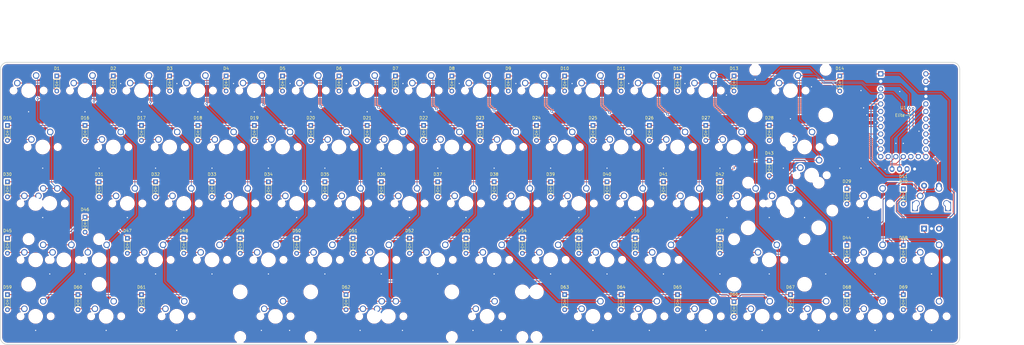
<source format=kicad_pcb>
(kicad_pcb (version 20171130) (host pcbnew "(5.1.12)-1")
  (title_block (title "GanJing 65 rev 2 solder") (date 2021-11-19) (rev 2) (company "Mingze Jin"))
  (layers (0 F.Cu signal) (31 B.Cu signal) (34 B.Paste user) (35 F.Paste user) (36 B.SilkS user) (37 F.SilkS user) (38 B.Mask user) (39 F.Mask user) (44 Edge.Cuts user))
  (net 0 "")
  (net 1 row_1)
  (net 2 "Net-(D1-Pad2)")
  (net 3 "Net-(D2-Pad2)")
  (net 4 "Net-(D3-Pad2)")
  (net 5 "Net-(D4-Pad2)")
  (net 6 "Net-(D5-Pad2)")
  (net 7 "Net-(D6-Pad2)")
  (net 8 "Net-(D7-Pad2)")
  (net 9 "Net-(D8-Pad2)")
  (net 10 "Net-(D9-Pad2)")
  (net 11 "Net-(D10-Pad2)")
  (net 12 "Net-(D11-Pad2)")
  (net 13 "Net-(D12-Pad2)")
  (net 14 "Net-(D13-Pad2)")
  (net 15 "Net-(D14-Pad2)")
  (net 16 row_2)
  (net 17 "Net-(D15-Pad2)")
  (net 18 "Net-(D16-Pad2)")
  (net 19 "Net-(D17-Pad2)")
  (net 20 "Net-(D18-Pad2)")
  (net 21 "Net-(D19-Pad2)")
  (net 22 "Net-(D20-Pad2)")
  (net 23 "Net-(D21-Pad2)")
  (net 24 "Net-(D22-Pad2)")
  (net 25 "Net-(D23-Pad2)")
  (net 26 "Net-(D24-Pad2)")
  (net 27 "Net-(D25-Pad2)")
  (net 28 "Net-(D26-Pad2)")
  (net 29 "Net-(D27-Pad2)")
  (net 30 "Net-(D28-Pad2)")
  (net 31 "Net-(D29-Pad2)")
  (net 32 row_3)
  (net 33 "Net-(D30-Pad2)")
  (net 34 "Net-(D31-Pad2)")
  (net 35 "Net-(D32-Pad2)")
  (net 36 "Net-(D33-Pad2)")
  (net 37 "Net-(D34-Pad2)")
  (net 38 "Net-(D35-Pad2)")
  (net 39 "Net-(D36-Pad2)")
  (net 40 "Net-(D37-Pad2)")
  (net 41 "Net-(D38-Pad2)")
  (net 42 "Net-(D39-Pad2)")
  (net 43 "Net-(D40-Pad2)")
  (net 44 "Net-(D41-Pad2)")
  (net 45 "Net-(D42-Pad2)")
  (net 46 "Net-(D43-Pad2)")
  (net 47 "Net-(D44-Pad2)")
  (net 48 row_4)
  (net 49 "Net-(D45-Pad2)")
  (net 50 "Net-(D46-Pad2)")
  (net 51 "Net-(D47-Pad2)")
  (net 52 "Net-(D48-Pad2)")
  (net 53 "Net-(D49-Pad2)")
  (net 54 "Net-(D50-Pad2)")
  (net 55 "Net-(D51-Pad2)")
  (net 56 "Net-(D52-Pad2)")
  (net 57 "Net-(D53-Pad2)")
  (net 58 "Net-(D54-Pad2)")
  (net 59 "Net-(D55-Pad2)")
  (net 60 "Net-(D56-Pad2)")
  (net 61 "Net-(D57-Pad2)")
  (net 62 "Net-(D58-Pad2)")
  (net 63 "Net-(D59-Pad2)")
  (net 64 row_5)
  (net 65 "Net-(D60-Pad2)")
  (net 66 "Net-(D61-Pad2)")
  (net 67 "Net-(D62-Pad2)")
  (net 68 "Net-(D63-Pad2)")
  (net 69 "Net-(D64-Pad2)")
  (net 70 "Net-(D65-Pad2)")
  (net 71 "Net-(D66-Pad2)")
  (net 72 "Net-(D67-Pad2)")
  (net 73 "Net-(D68-Pad2)")
  (net 74 "Net-(D69-Pad2)")
  (net 75 S2)
  (net 76 VCC)
  (net 77 SDA)
  (net 78 SCL)
  (net 79 GND)
  (net 80 col_1)
  (net 81 col_2)
  (net 82 col_3)
  (net 83 col_4)
  (net 84 col_5)
  (net 85 col_6)
  (net 86 col_7)
  (net 87 col_8)
  (net 88 col_9)
  (net 89 col_10)
  (net 90 col_11)
  (net 91 col_12)
  (net 92 col_13)
  (net 93 col_14)
  (net 94 S1)
  (net 95 rotory_1)
  (net 96 rotory_2)
  (net 97 "Net-(U1-Pad3)")
  (module GanJing_components:MX_2.25u_no_LED (layer F.Cu) (at 314.325 142.875)
    (fp_text reference MX43)
    (fp_text value MX_2.25u_no_LED)
    (pad "" np_thru_hole circle (at 0 0) (size 4 4) (drill 4) (layers *.Cu *.Mask))
    (pad "" np_thru_hole circle (at 5.08 0) (size 1.7 1.7) (drill 1.7) (layers *.Cu *.Mask))
    (pad "" np_thru_hole circle (at -5.08 0) (size 1.7 1.7) (drill 1.7) (layers *.Cu *.Mask))
    (pad "" np_thru_hole circle (at 11.9 -7) (size 3.05 3.05) (drill 3.05) (layers *.Cu *.Mask))
    (pad "" np_thru_hole circle (at 11.9 8.24) (size 4 4) (drill 4) (layers *.Cu *.Mask))
    (pad "" np_thru_hole circle (at -11.9 -7) (size 3.05 3.05) (drill 3.05) (layers *.Cu *.Mask))
    (pad "" np_thru_hole circle (at -11.9 8.24) (size 4 4) (drill 4) (layers *.Cu *.Mask))
    (pad 1 thru_hole circle (at 2.54 -5.08) (size 2.2 2.2) (drill 1.5) (layers *.Cu *.Mask) (net 93 col_14))
    (pad 2 thru_hole circle (at -3.81 -2.54) (size 2.2 2.2) (drill 1.5) (layers *.Cu *.Mask) (net 46 "Net-(D43-Pad2)"))
  )
  (module GanJing_components:MX_1.75u_no_LED (layer F.Cu) (at 66.675 142.875)
    (fp_text reference MX30)
    (fp_text value MX_1.75u_no_LED)
    (pad 2 thru_hole circle (at -3.81 -2.54) (size 2.2 2.2) (drill 1.5) (layers *.Cu *.Mask) (net 33 "Net-(D30-Pad2)"))
    (pad "" np_thru_hole circle (at 5.08 0) (size 1.7 1.7) (drill 1.7) (layers *.Cu *.Mask))
    (pad 1 thru_hole circle (at 2.54 -5.08) (size 2.2 2.2) (drill 1.5) (layers *.Cu *.Mask) (net 80 col_1))
    (pad "" np_thru_hole circle (at 0 0) (size 4 4) (drill 4) (layers *.Cu *.Mask))
    (pad "" np_thru_hole circle (at -5.08 0) (size 1.7 1.7) (drill 1.7) (layers *.Cu *.Mask))
  )
  (module GanJing_components:MX_1.75u_stepped_no_LED (layer F.Cu) (at 61.9125 142.875)
    (fp_text reference MX70)
    (fp_text value MX_1.75u_stepped_no_LED)
    (pad "" np_thru_hole circle (at 0 0) (size 4 4) (drill 4) (layers *.Cu *.Mask))
    (pad 2 thru_hole circle (at -3.81 -2.54) (size 2.2 2.2) (drill 1.5) (layers *.Cu *.Mask) (net 33 "Net-(D30-Pad2)"))
    (pad "" np_thru_hole circle (at -5.08 0) (size 1.7 1.7) (drill 1.7) (layers *.Cu *.Mask))
    (pad "" np_thru_hole circle (at 5.08 0) (size 1.7 1.7) (drill 1.7) (layers *.Cu *.Mask))
    (pad 1 thru_hole circle (at 2.54 -5.08) (size 2.2 2.2) (drill 1.5) (layers *.Cu *.Mask) (net 80 col_1))
  )
  (module GanJing_components:MX_ISO_no_LED_flipped_stabs (layer F.Cu) (at 323.85 133.35)
    (fp_text reference MX75)
    (fp_text value MX_ISO_no_LED_flipped_stabs)
    (pad "" np_thru_hole circle (at 0 0) (size 3.9878 3.9878) (drill 3.9878) (layers *.Cu *.Mask))
    (pad "" np_thru_hole circle (at 5.08 0 48.0996) (size 1.75 1.75) (drill 1.75) (layers *.Cu *.Mask))
    (pad "" np_thru_hole circle (at 6.985 11.938) (size 3.048 3.048) (drill 3.048) (layers *.Cu *.Mask))
    (pad "" np_thru_hole circle (at -8.255 11.938) (size 3.9878 3.9878) (drill 3.9878) (layers *.Cu *.Mask))
    (pad 1 thru_hole circle (at 2.54 -5.08) (size 2.25 2.25) (drill 1.47) (layers *.Cu *.Mask) (net 93 col_14))
    (pad "" np_thru_hole circle (at -8.255 -11.938) (size 3.9878 3.9878) (drill 3.9878) (layers *.Cu *.Mask))
    (pad 2 thru_hole circle (at -3.81 -2.54) (size 2.25 2.25) (drill 1.47) (layers *.Cu *.Mask) (net 46 "Net-(D43-Pad2)"))
    (pad "" np_thru_hole circle (at 6.985 -11.938) (size 3.048 3.048) (drill 3.048) (layers *.Cu *.Mask))
    (pad "" np_thru_hole circle (at -5.08 0 48.0996) (size 1.75 1.75) (drill 1.75) (layers *.Cu *.Mask))
  )
  (module GanJing_components:SSD1306_128x64_OLED (layer F.Cu) (at 354.80625 119.3)
    (fp_text reference DS1 (at 0 14.5 180) (layer F.SilkS))
    (fp_text value SSD1306_128x64_OLED)
    (pad 1 thru_hole oval (at 3.81 11.95 270) (size 2 1.6) (drill 1) (layers *.Cu *.Mask) (net 79 GND))
    (pad 3 thru_hole oval (at -1.27 11.95 270) (size 2 1.6) (drill 1) (layers *.Cu *.Mask) (net 78 SCL))
    (pad 4 thru_hole oval (at -3.81 11.95 270) (size 2 1.6) (drill 1) (layers *.Cu *.Mask) (net 77 SDA))
    (pad 2 thru_hole oval (at 1.27 11.95 270) (size 2 1.6) (drill 1) (layers *.Cu *.Mask) (net 76 VCC))
  )
  (module GanJing_components:Elite-C (layer F.Cu) (at 354.80625 113.1)
    (fp_text reference U1 (at 0 -2.54) (layer F.SilkS))
    (fp_text value Elite-C (at 0 0) (layer F.SilkS))
    (pad 3 thru_hole circle (at -7.62 -8.89 270) (size 1.7526 1.7526) (drill 1.0922) (layers *.Cu *.Mask) (net 97 "Net-(U1-Pad3)"))
    (pad 28 thru_hole circle (at 2.54 13.97 270) (size 1.7526 1.7526) (drill 1.0922) (layers *.Cu *.Mask) (net 91 col_12))
    (pad 1 thru_hole rect (at -7.62 -13.97 270) (size 1.7526 1.7526) (drill 1.0922) (layers *.Cu *.Mask) (net 1 row_1))
    (pad 15 thru_hole circle (at 7.62 8.89 270) (size 1.7526 1.7526) (drill 1.0922) (layers *.Cu *.Mask) (net 16 row_2))
    (pad 24 thru_hole circle (at 7.62 -13.97 270) (size 1.7526 1.7526) (drill 1.0922) (layers *.Cu *.Mask) (net 95 rotory_1))
    (pad 4 thru_hole circle (at -7.62 -6.35 270) (size 1.7526 1.7526) (drill 1.0922) (layers *.Cu *.Mask) (net 76 VCC))
    (pad 13 thru_hole circle (at 7.62 13.97 270) (size 1.7526 1.7526) (drill 1.0922) (layers *.Cu *.Mask) (net 93 col_14))
    (pad 8 thru_hole circle (at -7.62 3.81 270) (size 1.7526 1.7526) (drill 1.0922) (layers *.Cu *.Mask) (net 83 col_4))
    (pad 26 thru_hole circle (at -2.54 13.97 270) (size 1.7526 1.7526) (drill 1.0922) (layers *.Cu *.Mask) (net 89 col_10))
    (pad 2 thru_hole circle (at -7.62 -11.43 270) (size 1.7526 1.7526) (drill 1.0922) (layers *.Cu *.Mask) (net 79 GND))
    (pad 25 thru_hole circle (at -5.08 13.97 270) (size 1.7526 1.7526) (drill 1.0922) (layers *.Cu *.Mask) (net 88 col_9))
    (pad 16 thru_hole circle (at 7.62 6.35 270) (size 1.7526 1.7526) (drill 1.0922) (layers *.Cu *.Mask) (net 32 row_3))
    (pad 5 thru_hole circle (at -7.62 -3.81 270) (size 1.7526 1.7526) (drill 1.0922) (layers *.Cu *.Mask) (net 80 col_1))
    (pad 19 thru_hole circle (at 7.62 -1.27 270) (size 1.7526 1.7526) (drill 1.0922) (layers *.Cu *.Mask) (net 78 SCL))
    (pad 20 thru_hole circle (at 7.62 -3.81 270) (size 1.7526 1.7526) (drill 1.0922) (layers *.Cu *.Mask) (net 77 SDA))
    (pad 11 thru_hole circle (at -7.62 11.43 270) (size 1.7526 1.7526) (drill 1.0922) (layers *.Cu *.Mask) (net 86 col_7))
    (pad 21 thru_hole circle (at 7.62 -6.35 270) (size 1.7526 1.7526) (drill 1.0922) (layers *.Cu *.Mask) (net 79 GND))
    (pad 22 thru_hole circle (at 7.62 -8.89 270) (size 1.7526 1.7526) (drill 1.0922) (layers *.Cu *.Mask) (net 79 GND))
    (pad 12 thru_hole circle (at -7.62 13.97 270) (size 1.7526 1.7526) (drill 1.0922) (layers *.Cu *.Mask) (net 87 col_8))
    (pad 29 thru_hole circle (at 5.08 13.97 270) (size 1.7526 1.7526) (drill 1.0922) (layers *.Cu *.Mask) (net 92 col_13))
    (pad 9 thru_hole circle (at -7.62 6.35 270) (size 1.7526 1.7526) (drill 1.0922) (layers *.Cu *.Mask) (net 84 col_5))
    (pad 6 thru_hole circle (at -7.62 -1.27 270) (size 1.7526 1.7526) (drill 1.0922) (layers *.Cu *.Mask) (net 81 col_2))
    (pad 7 thru_hole circle (at -7.62 1.27 270) (size 1.7526 1.7526) (drill 1.0922) (layers *.Cu *.Mask) (net 82 col_3))
    (pad 18 thru_hole circle (at 7.62 1.27 270) (size 1.7526 1.7526) (drill 1.0922) (layers *.Cu *.Mask) (net 64 row_5))
    (pad 27 thru_hole circle (at 0 13.97 270) (size 1.7526 1.7526) (drill 1.0922) (layers *.Cu *.Mask) (net 90 col_11))
    (pad 10 thru_hole circle (at -7.62 8.89 270) (size 1.7526 1.7526) (drill 1.0922) (layers *.Cu *.Mask) (net 85 col_6))
    (pad 14 thru_hole circle (at 7.62 11.43 270) (size 1.7526 1.7526) (drill 1.0922) (layers *.Cu *.Mask) (net 94 S1))
    (pad 17 thru_hole circle (at 7.62 3.81 270) (size 1.7526 1.7526) (drill 1.0922) (layers *.Cu *.Mask) (net 48 row_4))
    (pad 23 thru_hole circle (at 7.62 -11.43 270) (size 1.7526 1.7526) (drill 1.0922) (layers *.Cu *.Mask) (net 96 rotory_2))
  )
  (module GanJing_components:MX_1u_no_LED (layer F.Cu) (at 364.33125 142.875)
    (fp_text reference MX76)
    (fp_text value MX_1u_no_LED)
    (pad "" np_thru_hole circle (at 0 0) (size 4 4) (drill 4) (layers *.Cu *.Mask))
    (pad "" np_thru_hole circle (at -5.08 0) (size 2.2 2.2) (drill 1.7) (layers *.Cu *.Mask))
    (pad 1 thru_hole circle (at 2.54 -5.08) (size 2.2 2.2) (drill 1.5) (layers *.Cu *.Mask) (net 94 S1))
    (pad 2 thru_hole circle (at -3.81 -2.54) (size 2.2 2.2) (drill 1.5) (layers *.Cu *.Mask) (net 75 S2))
    (pad "" np_thru_hole circle (at 5.08 0) (size 2.2 2.2) (drill 1.7) (layers *.Cu *.Mask))
  )
  (module GanJing_components:EC11_rotary_encoder (layer F.Cu) (at 364.33125 143.875)
    (fp_text reference SWe)
    (fp_text value EC11_rotary_encoder)
    (pad S1 thru_hole circle (at 2.5 -7 90) (size 2 2) (drill 1) (layers *.Cu *.Mask) (net 94 S1))
    (pad B thru_hole circle (at 2.5 7.5 90) (size 2 2) (drill 1) (layers *.Cu *.Mask) (net 96 rotory_2))
    (pad A thru_hole rect (at -2.5 7.5 90) (size 2 2) (drill 1) (layers *.Cu *.Mask) (net 95 rotory_1))
    (pad C thru_hole circle (at 0 7.5 90) (size 2 2) (drill 1) (layers *.Cu *.Mask) (net 79 GND))
    (pad S2 thru_hole circle (at -2.5 -7 90) (size 2 2) (drill 1) (layers *.Cu *.Mask) (net 75 S2))
    (pad "" np_thru_hole rect (at 5.6 0 90) (size 3.2 2) (drill oval 2.8 1.5) (layers *.Cu *.Mask))
    (pad "" np_thru_hole rect (at -5.6 0 90) (size 3.2 2) (drill oval 2.8 1.5) (layers *.Cu *.Mask))
  )
  (module GanJing_components:MX_2.75u_no_LED_flipped_stabs (layer F.Cu) (at 214.3125 180.975)
    (fp_text reference MX74)
    (fp_text value MX_2.75u_no_LED_flipped_stabs)
    (pad "" np_thru_hole circle (at 11.9 -8.24 180) (size 4 4) (drill 4) (layers *.Cu *.Mask))
    (pad "" np_thru_hole circle (at 0 0 180) (size 4 4) (drill 4) (layers *.Cu *.Mask))
    (pad "" np_thru_hole circle (at 5.08 0) (size 1.7 1.7) (drill 1.7) (layers *.Cu *.Mask))
    (pad "" np_thru_hole circle (at -11.9 -8.24 180) (size 4 4) (drill 4) (layers *.Cu *.Mask))
    (pad 2 thru_hole circle (at -3.81 -2.54) (size 2.2 2.2) (drill 1.5) (layers *.Cu *.Mask) (net 67 "Net-(D62-Pad2)"))
    (pad "" np_thru_hole circle (at 11.9 7 180) (size 3.05 3.05) (drill 3.05) (layers *.Cu *.Mask))
    (pad "" np_thru_hole circle (at -5.08 0) (size 1.7 1.7) (drill 1.7) (layers *.Cu *.Mask))
    (pad 1 thru_hole circle (at 2.54 -5.08) (size 2.2 2.2) (drill 1.5) (layers *.Cu *.Mask) (net 86 col_7))
    (pad "" np_thru_hole circle (at -11.9 7 180) (size 3.05 3.05) (drill 3.05) (layers *.Cu *.Mask))
  )
  (module GanJing_components:MX_1.25u_no_LED (layer F.Cu) (at 176.2125 180.975)
    (fp_text reference MX73)
    (fp_text value MX_1.25u_no_LED)
    (pad 2 thru_hole circle (at -3.81 -2.54) (size 2.2 2.2) (drill 1.5) (layers *.Cu *.Mask) (net 67 "Net-(D62-Pad2)"))
    (pad "" np_thru_hole circle (at 5.08 0) (size 1.7 1.7) (drill 1.7) (layers *.Cu *.Mask))
    (pad "" np_thru_hole circle (at 0 0) (size 4 4) (drill 4) (layers *.Cu *.Mask))
    (pad "" np_thru_hole circle (at -5.08 0) (size 1.7 1.7) (drill 1.7) (layers *.Cu *.Mask))
    (pad 1 thru_hole circle (at 2.54 -5.08) (size 2.2 2.2) (drill 1.5) (layers *.Cu *.Mask) (net 86 col_7))
  )
  (module GanJing_components:MX_2.25u_no_LED_flipped_stabs (layer F.Cu) (at 142.875 180.975)
    (fp_text reference MX72)
    (fp_text value MX_2.25u_no_LED_flipped_stabs)
    (pad "" np_thru_hole circle (at 11.9 -8.24 180) (size 4 4) (drill 4) (layers *.Cu *.Mask))
    (pad 1 thru_hole circle (at 2.54 -5.08) (size 2.2 2.2) (drill 1.5) (layers *.Cu *.Mask) (net 86 col_7))
    (pad "" np_thru_hole circle (at 0 0 180) (size 4 4) (drill 4) (layers *.Cu *.Mask))
    (pad "" np_thru_hole circle (at 11.9 7 180) (size 3.05 3.05) (drill 3.05) (layers *.Cu *.Mask))
    (pad "" np_thru_hole circle (at -5.08 0) (size 1.7 1.7) (drill 1.7) (layers *.Cu *.Mask))
    (pad 2 thru_hole circle (at -3.81 -2.54) (size 2.2 2.2) (drill 1.5) (layers *.Cu *.Mask) (net 67 "Net-(D62-Pad2)"))
    (pad "" np_thru_hole circle (at 5.08 0) (size 1.7 1.7) (drill 1.7) (layers *.Cu *.Mask))
    (pad "" np_thru_hole circle (at -11.9 -8.24 180) (size 4 4) (drill 4) (layers *.Cu *.Mask))
    (pad "" np_thru_hole circle (at -11.9 7 180) (size 3.05 3.05) (drill 3.05) (layers *.Cu *.Mask))
  )
  (module GanJing_components:MX_1.25u_no_LED (layer F.Cu) (at 61.9125 161.925)
    (fp_text reference MX71)
    (fp_text value MX_1.25u_no_LED)
    (pad 2 thru_hole circle (at -3.81 -2.54) (size 2.2 2.2) (drill 1.5) (layers *.Cu *.Mask) (net 49 "Net-(D45-Pad2)"))
    (pad "" np_thru_hole circle (at 5.08 0) (size 1.7 1.7) (drill 1.7) (layers *.Cu *.Mask))
    (pad "" np_thru_hole circle (at 0 0) (size 4 4) (drill 4) (layers *.Cu *.Mask))
    (pad "" np_thru_hole circle (at -5.08 0) (size 1.7 1.7) (drill 1.7) (layers *.Cu *.Mask))
    (pad 1 thru_hole circle (at 2.54 -5.08) (size 2.2 2.2) (drill 1.5) (layers *.Cu *.Mask) (net 80 col_1))
  )
  (module GanJing_components:MX_1u_no_LED (layer F.Cu) (at 364.33125 180.975)
    (fp_text reference MX69)
    (fp_text value MX_1u_no_LED)
    (pad "" np_thru_hole circle (at 5.08 0) (size 1.7 1.7) (drill 1.7) (layers *.Cu *.Mask))
    (pad 2 thru_hole circle (at -3.81 -2.54) (size 2.2 2.2) (drill 1.5) (layers *.Cu *.Mask) (net 74 "Net-(D69-Pad2)"))
    (pad 1 thru_hole circle (at 2.54 -5.08) (size 2.2 2.2) (drill 1.5) (layers *.Cu *.Mask) (net 94 S1))
    (pad "" np_thru_hole circle (at -5.08 0) (size 1.7 1.7) (drill 1.7) (layers *.Cu *.Mask))
    (pad "" np_thru_hole circle (at 0 0) (size 4 4) (drill 4) (layers *.Cu *.Mask))
  )
  (module GanJing_components:MX_1u_no_LED (layer F.Cu) (at 345.28125 180.975)
    (fp_text reference MX68)
    (fp_text value MX_1u_no_LED)
    (pad "" np_thru_hole circle (at 5.08 0) (size 1.7 1.7) (drill 1.7) (layers *.Cu *.Mask))
    (pad 2 thru_hole circle (at -3.81 -2.54) (size 2.2 2.2) (drill 1.5) (layers *.Cu *.Mask) (net 73 "Net-(D68-Pad2)"))
    (pad 1 thru_hole circle (at 2.54 -5.08) (size 2.2 2.2) (drill 1.5) (layers *.Cu *.Mask) (net 93 col_14))
    (pad "" np_thru_hole circle (at -5.08 0) (size 1.7 1.7) (drill 1.7) (layers *.Cu *.Mask))
    (pad "" np_thru_hole circle (at 0 0) (size 4 4) (drill 4) (layers *.Cu *.Mask))
  )
  (module GanJing_components:MX_1u_no_LED (layer F.Cu) (at 326.23125 180.975)
    (fp_text reference MX67)
    (fp_text value MX_1u_no_LED)
    (pad "" np_thru_hole circle (at 5.08 0) (size 1.7 1.7) (drill 1.7) (layers *.Cu *.Mask))
    (pad 2 thru_hole circle (at -3.81 -2.54) (size 2.2 2.2) (drill 1.5) (layers *.Cu *.Mask) (net 72 "Net-(D67-Pad2)"))
    (pad 1 thru_hole circle (at 2.54 -5.08) (size 2.2 2.2) (drill 1.5) (layers *.Cu *.Mask) (net 92 col_13))
    (pad "" np_thru_hole circle (at -5.08 0) (size 1.7 1.7) (drill 1.7) (layers *.Cu *.Mask))
    (pad "" np_thru_hole circle (at 0 0) (size 4 4) (drill 4) (layers *.Cu *.Mask))
  )
  (module GanJing_components:MX_1u_no_LED (layer F.Cu) (at 307.18125 180.975)
    (fp_text reference MX66)
    (fp_text value MX_1u_no_LED)
    (pad "" np_thru_hole circle (at 5.08 0) (size 1.7 1.7) (drill 1.7) (layers *.Cu *.Mask))
    (pad 2 thru_hole circle (at -3.81 -2.54) (size 2.2 2.2) (drill 1.5) (layers *.Cu *.Mask) (net 71 "Net-(D66-Pad2)"))
    (pad 1 thru_hole circle (at 2.54 -5.08) (size 2.2 2.2) (drill 1.5) (layers *.Cu *.Mask) (net 91 col_12))
    (pad "" np_thru_hole circle (at -5.08 0) (size 1.7 1.7) (drill 1.7) (layers *.Cu *.Mask))
    (pad "" np_thru_hole circle (at 0 0) (size 4 4) (drill 4) (layers *.Cu *.Mask))
  )
  (module GanJing_components:MX_1u_no_LED (layer F.Cu) (at 288.13125 180.975)
    (fp_text reference MX65)
    (fp_text value MX_1u_no_LED)
    (pad "" np_thru_hole circle (at 5.08 0) (size 1.7 1.7) (drill 1.7) (layers *.Cu *.Mask))
    (pad 2 thru_hole circle (at -3.81 -2.54) (size 2.2 2.2) (drill 1.5) (layers *.Cu *.Mask) (net 70 "Net-(D65-Pad2)"))
    (pad 1 thru_hole circle (at 2.54 -5.08) (size 2.2 2.2) (drill 1.5) (layers *.Cu *.Mask) (net 90 col_11))
    (pad "" np_thru_hole circle (at -5.08 0) (size 1.7 1.7) (drill 1.7) (layers *.Cu *.Mask))
    (pad "" np_thru_hole circle (at 0 0) (size 4 4) (drill 4) (layers *.Cu *.Mask))
  )
  (module GanJing_components:MX_1u_no_LED (layer F.Cu) (at 269.08125 180.975)
    (fp_text reference MX64)
    (fp_text value MX_1u_no_LED)
    (pad "" np_thru_hole circle (at 5.08 0) (size 1.7 1.7) (drill 1.7) (layers *.Cu *.Mask))
    (pad 2 thru_hole circle (at -3.81 -2.54) (size 2.2 2.2) (drill 1.5) (layers *.Cu *.Mask) (net 69 "Net-(D64-Pad2)"))
    (pad 1 thru_hole circle (at 2.54 -5.08) (size 2.2 2.2) (drill 1.5) (layers *.Cu *.Mask) (net 89 col_10))
    (pad "" np_thru_hole circle (at -5.08 0) (size 1.7 1.7) (drill 1.7) (layers *.Cu *.Mask))
    (pad "" np_thru_hole circle (at 0 0) (size 4 4) (drill 4) (layers *.Cu *.Mask))
  )
  (module GanJing_components:MX_1u_no_LED (layer F.Cu) (at 250.03125 180.975)
    (fp_text reference MX63)
    (fp_text value MX_1u_no_LED)
    (pad "" np_thru_hole circle (at 5.08 0) (size 1.7 1.7) (drill 1.7) (layers *.Cu *.Mask))
    (pad 2 thru_hole circle (at -3.81 -2.54) (size 2.2 2.2) (drill 1.5) (layers *.Cu *.Mask) (net 68 "Net-(D63-Pad2)"))
    (pad 1 thru_hole circle (at 2.54 -5.08) (size 2.2 2.2) (drill 1.5) (layers *.Cu *.Mask) (net 88 col_9))
    (pad "" np_thru_hole circle (at -5.08 0) (size 1.7 1.7) (drill 1.7) (layers *.Cu *.Mask))
    (pad "" np_thru_hole circle (at 0 0) (size 4 4) (drill 4) (layers *.Cu *.Mask))
  )
  (module GanJing_components:MX_6.25u_no_LED_flipped_stabs (layer F.Cu) (at 180.975 180.975)
    (fp_text reference MX62)
    (fp_text value MX_6.25u_no_LED_flipped_stabs)
    (pad "" np_thru_hole circle (at 0 0) (size 4 4) (drill 4) (layers *.Cu *.Mask))
    (pad "" np_thru_hole circle (at -5.08 0) (size 1.7 1.7) (drill 1.7) (layers *.Cu *.Mask))
    (pad 2 thru_hole circle (at -3.81 -2.54) (size 2.2 2.2) (drill 1.5) (layers *.Cu *.Mask) (net 67 "Net-(D62-Pad2)"))
    (pad 1 thru_hole circle (at 2.54 -5.08) (size 2.2 2.2) (drill 1.5) (layers *.Cu *.Mask) (net 86 col_7))
    (pad "" np_thru_hole circle (at 5.08 0) (size 1.7 1.7) (drill 1.7) (layers *.Cu *.Mask))
    (pad "" np_thru_hole circle (at 49.9999 -8.255) (size 3.9878 3.9878) (drill 3.9878) (layers *.Cu *.Mask))
    (pad "" np_thru_hole circle (at 49.9999 6.985) (size 3.048 3.048) (drill 3.048) (layers *.Cu *.Mask))
    (pad "" np_thru_hole circle (at -49.9999 -8.255) (size 3.9878 3.9878) (drill 3.9878) (layers *.Cu *.Mask))
    (pad "" np_thru_hole circle (at -49.9999 6.985) (size 3.048 3.048) (drill 3.048) (layers *.Cu *.Mask))
  )
  (module GanJing_components:MX_1.25u_no_LED (layer F.Cu) (at 109.5375 180.975)
    (fp_text reference MX61)
    (fp_text value MX_1.25u_no_LED)
    (pad 2 thru_hole circle (at -3.81 -2.54) (size 2.2 2.2) (drill 1.5) (layers *.Cu *.Mask) (net 66 "Net-(D61-Pad2)"))
    (pad "" np_thru_hole circle (at 5.08 0) (size 1.7 1.7) (drill 1.7) (layers *.Cu *.Mask))
    (pad "" np_thru_hole circle (at 0 0) (size 4 4) (drill 4) (layers *.Cu *.Mask))
    (pad "" np_thru_hole circle (at -5.08 0) (size 1.7 1.7) (drill 1.7) (layers *.Cu *.Mask))
    (pad 1 thru_hole circle (at 2.54 -5.08) (size 2.2 2.2) (drill 1.5) (layers *.Cu *.Mask) (net 82 col_3))
  )
  (module GanJing_components:MX_1.25u_no_LED (layer F.Cu) (at 85.725 180.975)
    (fp_text reference MX60)
    (fp_text value MX_1.25u_no_LED)
    (pad 2 thru_hole circle (at -3.81 -2.54) (size 2.2 2.2) (drill 1.5) (layers *.Cu *.Mask) (net 65 "Net-(D60-Pad2)"))
    (pad "" np_thru_hole circle (at 5.08 0) (size 1.7 1.7) (drill 1.7) (layers *.Cu *.Mask))
    (pad "" np_thru_hole circle (at 0 0) (size 4 4) (drill 4) (layers *.Cu *.Mask))
    (pad "" np_thru_hole circle (at -5.08 0) (size 1.7 1.7) (drill 1.7) (layers *.Cu *.Mask))
    (pad 1 thru_hole circle (at 2.54 -5.08) (size 2.2 2.2) (drill 1.5) (layers *.Cu *.Mask) (net 81 col_2))
  )
  (module GanJing_components:MX_1.25u_no_LED (layer F.Cu) (at 61.9125 180.975)
    (fp_text reference MX59)
    (fp_text value MX_1.25u_no_LED)
    (pad 2 thru_hole circle (at -3.81 -2.54) (size 2.2 2.2) (drill 1.5) (layers *.Cu *.Mask) (net 63 "Net-(D59-Pad2)"))
    (pad "" np_thru_hole circle (at 5.08 0) (size 1.7 1.7) (drill 1.7) (layers *.Cu *.Mask))
    (pad "" np_thru_hole circle (at 0 0) (size 4 4) (drill 4) (layers *.Cu *.Mask))
    (pad "" np_thru_hole circle (at -5.08 0) (size 1.7 1.7) (drill 1.7) (layers *.Cu *.Mask))
    (pad 1 thru_hole circle (at 2.54 -5.08) (size 2.2 2.2) (drill 1.5) (layers *.Cu *.Mask) (net 80 col_1))
  )
  (module GanJing_components:MX_1u_no_LED (layer F.Cu) (at 364.33125 161.925)
    (fp_text reference MX58)
    (fp_text value MX_1u_no_LED)
    (pad "" np_thru_hole circle (at 5.08 0) (size 1.7 1.7) (drill 1.7) (layers *.Cu *.Mask))
    (pad 2 thru_hole circle (at -3.81 -2.54) (size 2.2 2.2) (drill 1.5) (layers *.Cu *.Mask) (net 62 "Net-(D58-Pad2)"))
    (pad 1 thru_hole circle (at 2.54 -5.08) (size 2.2 2.2) (drill 1.5) (layers *.Cu *.Mask) (net 94 S1))
    (pad "" np_thru_hole circle (at -5.08 0) (size 1.7 1.7) (drill 1.7) (layers *.Cu *.Mask))
    (pad "" np_thru_hole circle (at 0 0) (size 4 4) (drill 4) (layers *.Cu *.Mask))
  )
  (module GanJing_components:MX_2.75u_no_LED (layer F.Cu) (at 309.5625 161.925)
    (fp_text reference MX57)
    (fp_text value MX_2.75u_no_LED)
    (pad "" np_thru_hole circle (at -11.9 8.24) (size 4 4) (drill 4) (layers *.Cu *.Mask))
    (pad "" np_thru_hole circle (at 11.9 -7) (size 3.05 3.05) (drill 3.05) (layers *.Cu *.Mask))
    (pad 1 thru_hole circle (at 2.54 -5.08) (size 2.2 2.2) (drill 1.5) (layers *.Cu *.Mask) (net 92 col_13))
    (pad "" np_thru_hole circle (at -5.08 0) (size 1.7 1.7) (drill 1.7) (layers *.Cu *.Mask))
    (pad "" np_thru_hole circle (at -11.9 -7) (size 3.05 3.05) (drill 3.05) (layers *.Cu *.Mask))
    (pad "" np_thru_hole circle (at 11.9 8.24) (size 4 4) (drill 4) (layers *.Cu *.Mask))
    (pad "" np_thru_hole circle (at 5.08 0) (size 1.7 1.7) (drill 1.7) (layers *.Cu *.Mask))
    (pad "" np_thru_hole circle (at 0 0) (size 4 4) (drill 4) (layers *.Cu *.Mask))
    (pad 2 thru_hole circle (at -3.81 -2.54) (size 2.2 2.2) (drill 1.5) (layers *.Cu *.Mask) (net 61 "Net-(D57-Pad2)"))
  )
  (module GanJing_components:MX_1u_no_LED (layer F.Cu) (at 273.84375 161.925)
    (fp_text reference MX56)
    (fp_text value MX_1u_no_LED)
    (pad "" np_thru_hole circle (at 5.08 0) (size 1.7 1.7) (drill 1.7) (layers *.Cu *.Mask))
    (pad 2 thru_hole circle (at -3.81 -2.54) (size 2.2 2.2) (drill 1.5) (layers *.Cu *.Mask) (net 60 "Net-(D56-Pad2)"))
    (pad 1 thru_hole circle (at 2.54 -5.08) (size 2.2 2.2) (drill 1.5) (layers *.Cu *.Mask) (net 91 col_12))
    (pad "" np_thru_hole circle (at -5.08 0) (size 1.7 1.7) (drill 1.7) (layers *.Cu *.Mask))
    (pad "" np_thru_hole circle (at 0 0) (size 4 4) (drill 4) (layers *.Cu *.Mask))
  )
  (module GanJing_components:MX_1u_no_LED (layer F.Cu) (at 254.79375 161.925)
    (fp_text reference MX55)
    (fp_text value MX_1u_no_LED)
    (pad "" np_thru_hole circle (at 5.08 0) (size 1.7 1.7) (drill 1.7) (layers *.Cu *.Mask))
    (pad 2 thru_hole circle (at -3.81 -2.54) (size 2.2 2.2) (drill 1.5) (layers *.Cu *.Mask) (net 59 "Net-(D55-Pad2)"))
    (pad 1 thru_hole circle (at 2.54 -5.08) (size 2.2 2.2) (drill 1.5) (layers *.Cu *.Mask) (net 90 col_11))
    (pad "" np_thru_hole circle (at -5.08 0) (size 1.7 1.7) (drill 1.7) (layers *.Cu *.Mask))
    (pad "" np_thru_hole circle (at 0 0) (size 4 4) (drill 4) (layers *.Cu *.Mask))
  )
  (module GanJing_components:MX_1u_no_LED (layer F.Cu) (at 235.74375 161.925)
    (fp_text reference MX54)
    (fp_text value MX_1u_no_LED)
    (pad "" np_thru_hole circle (at 5.08 0) (size 1.7 1.7) (drill 1.7) (layers *.Cu *.Mask))
    (pad 2 thru_hole circle (at -3.81 -2.54) (size 2.2 2.2) (drill 1.5) (layers *.Cu *.Mask) (net 58 "Net-(D54-Pad2)"))
    (pad 1 thru_hole circle (at 2.54 -5.08) (size 2.2 2.2) (drill 1.5) (layers *.Cu *.Mask) (net 89 col_10))
    (pad "" np_thru_hole circle (at -5.08 0) (size 1.7 1.7) (drill 1.7) (layers *.Cu *.Mask))
    (pad "" np_thru_hole circle (at 0 0) (size 4 4) (drill 4) (layers *.Cu *.Mask))
  )
  (module GanJing_components:MX_1u_no_LED (layer F.Cu) (at 216.69375 161.925)
    (fp_text reference MX53)
    (fp_text value MX_1u_no_LED)
    (pad "" np_thru_hole circle (at 5.08 0) (size 1.7 1.7) (drill 1.7) (layers *.Cu *.Mask))
    (pad 2 thru_hole circle (at -3.81 -2.54) (size 2.2 2.2) (drill 1.5) (layers *.Cu *.Mask) (net 57 "Net-(D53-Pad2)"))
    (pad 1 thru_hole circle (at 2.54 -5.08) (size 2.2 2.2) (drill 1.5) (layers *.Cu *.Mask) (net 88 col_9))
    (pad "" np_thru_hole circle (at -5.08 0) (size 1.7 1.7) (drill 1.7) (layers *.Cu *.Mask))
    (pad "" np_thru_hole circle (at 0 0) (size 4 4) (drill 4) (layers *.Cu *.Mask))
  )
  (module GanJing_components:MX_1u_no_LED (layer F.Cu) (at 197.64375 161.925)
    (fp_text reference MX52)
    (fp_text value MX_1u_no_LED)
    (pad "" np_thru_hole circle (at 5.08 0) (size 1.7 1.7) (drill 1.7) (layers *.Cu *.Mask))
    (pad 2 thru_hole circle (at -3.81 -2.54) (size 2.2 2.2) (drill 1.5) (layers *.Cu *.Mask) (net 56 "Net-(D52-Pad2)"))
    (pad 1 thru_hole circle (at 2.54 -5.08) (size 2.2 2.2) (drill 1.5) (layers *.Cu *.Mask) (net 87 col_8))
    (pad "" np_thru_hole circle (at -5.08 0) (size 1.7 1.7) (drill 1.7) (layers *.Cu *.Mask))
    (pad "" np_thru_hole circle (at 0 0) (size 4 4) (drill 4) (layers *.Cu *.Mask))
  )
  (module GanJing_components:MX_1u_no_LED (layer F.Cu) (at 178.59375 161.925)
    (fp_text reference MX51)
    (fp_text value MX_1u_no_LED)
    (pad "" np_thru_hole circle (at 5.08 0) (size 1.7 1.7) (drill 1.7) (layers *.Cu *.Mask))
    (pad 2 thru_hole circle (at -3.81 -2.54) (size 2.2 2.2) (drill 1.5) (layers *.Cu *.Mask) (net 55 "Net-(D51-Pad2)"))
    (pad 1 thru_hole circle (at 2.54 -5.08) (size 2.2 2.2) (drill 1.5) (layers *.Cu *.Mask) (net 86 col_7))
    (pad "" np_thru_hole circle (at -5.08 0) (size 1.7 1.7) (drill 1.7) (layers *.Cu *.Mask))
    (pad "" np_thru_hole circle (at 0 0) (size 4 4) (drill 4) (layers *.Cu *.Mask))
  )
  (module GanJing_components:MX_1u_no_LED (layer F.Cu) (at 159.54375 161.925)
    (fp_text reference MX50)
    (fp_text value MX_1u_no_LED)
    (pad "" np_thru_hole circle (at 5.08 0) (size 1.7 1.7) (drill 1.7) (layers *.Cu *.Mask))
    (pad 2 thru_hole circle (at -3.81 -2.54) (size 2.2 2.2) (drill 1.5) (layers *.Cu *.Mask) (net 54 "Net-(D50-Pad2)"))
    (pad 1 thru_hole circle (at 2.54 -5.08) (size 2.2 2.2) (drill 1.5) (layers *.Cu *.Mask) (net 85 col_6))
    (pad "" np_thru_hole circle (at -5.08 0) (size 1.7 1.7) (drill 1.7) (layers *.Cu *.Mask))
    (pad "" np_thru_hole circle (at 0 0) (size 4 4) (drill 4) (layers *.Cu *.Mask))
  )
  (module GanJing_components:MX_1u_no_LED (layer F.Cu) (at 140.49375 161.925)
    (fp_text reference MX49)
    (fp_text value MX_1u_no_LED)
    (pad "" np_thru_hole circle (at 5.08 0) (size 1.7 1.7) (drill 1.7) (layers *.Cu *.Mask))
    (pad 2 thru_hole circle (at -3.81 -2.54) (size 2.2 2.2) (drill 1.5) (layers *.Cu *.Mask) (net 53 "Net-(D49-Pad2)"))
    (pad 1 thru_hole circle (at 2.54 -5.08) (size 2.2 2.2) (drill 1.5) (layers *.Cu *.Mask) (net 84 col_5))
    (pad "" np_thru_hole circle (at -5.08 0) (size 1.7 1.7) (drill 1.7) (layers *.Cu *.Mask))
    (pad "" np_thru_hole circle (at 0 0) (size 4 4) (drill 4) (layers *.Cu *.Mask))
  )
  (module GanJing_components:MX_1u_no_LED (layer F.Cu) (at 121.44375 161.925)
    (fp_text reference MX48)
    (fp_text value MX_1u_no_LED)
    (pad "" np_thru_hole circle (at 5.08 0) (size 1.7 1.7) (drill 1.7) (layers *.Cu *.Mask))
    (pad 2 thru_hole circle (at -3.81 -2.54) (size 2.2 2.2) (drill 1.5) (layers *.Cu *.Mask) (net 52 "Net-(D48-Pad2)"))
    (pad 1 thru_hole circle (at 2.54 -5.08) (size 2.2 2.2) (drill 1.5) (layers *.Cu *.Mask) (net 83 col_4))
    (pad "" np_thru_hole circle (at -5.08 0) (size 1.7 1.7) (drill 1.7) (layers *.Cu *.Mask))
    (pad "" np_thru_hole circle (at 0 0) (size 4 4) (drill 4) (layers *.Cu *.Mask))
  )
  (module GanJing_components:MX_1u_no_LED (layer F.Cu) (at 102.39375 161.925)
    (fp_text reference MX47)
    (fp_text value MX_1u_no_LED)
    (pad "" np_thru_hole circle (at 5.08 0) (size 1.7 1.7) (drill 1.7) (layers *.Cu *.Mask))
    (pad 2 thru_hole circle (at -3.81 -2.54) (size 2.2 2.2) (drill 1.5) (layers *.Cu *.Mask) (net 51 "Net-(D47-Pad2)"))
    (pad 1 thru_hole circle (at 2.54 -5.08) (size 2.2 2.2) (drill 1.5) (layers *.Cu *.Mask) (net 82 col_3))
    (pad "" np_thru_hole circle (at -5.08 0) (size 1.7 1.7) (drill 1.7) (layers *.Cu *.Mask))
    (pad "" np_thru_hole circle (at 0 0) (size 4 4) (drill 4) (layers *.Cu *.Mask))
  )
  (module GanJing_components:MX_1u_no_LED (layer F.Cu) (at 83.34375 161.925)
    (fp_text reference MX46)
    (fp_text value MX_1u_no_LED)
    (pad "" np_thru_hole circle (at 5.08 0) (size 1.7 1.7) (drill 1.7) (layers *.Cu *.Mask))
    (pad 2 thru_hole circle (at -3.81 -2.54) (size 2.2 2.2) (drill 1.5) (layers *.Cu *.Mask) (net 50 "Net-(D46-Pad2)"))
    (pad 1 thru_hole circle (at 2.54 -5.08) (size 2.2 2.2) (drill 1.5) (layers *.Cu *.Mask) (net 81 col_2))
    (pad "" np_thru_hole circle (at -5.08 0) (size 1.7 1.7) (drill 1.7) (layers *.Cu *.Mask))
    (pad "" np_thru_hole circle (at 0 0) (size 4 4) (drill 4) (layers *.Cu *.Mask))
  )
  (module GanJing_components:MX_2.25u_no_LED (layer F.Cu) (at 71.4375 161.925)
    (fp_text reference MX45)
    (fp_text value MX_2.25u_no_LED)
    (pad 2 thru_hole circle (at -3.81 -2.54) (size 2.2 2.2) (drill 1.5) (layers *.Cu *.Mask) (net 49 "Net-(D45-Pad2)"))
    (pad 1 thru_hole circle (at 2.54 -5.08) (size 2.2 2.2) (drill 1.5) (layers *.Cu *.Mask) (net 80 col_1))
    (pad "" np_thru_hole circle (at -11.9 8.24) (size 4 4) (drill 4) (layers *.Cu *.Mask))
    (pad "" np_thru_hole circle (at -11.9 -7) (size 3.05 3.05) (drill 3.05) (layers *.Cu *.Mask))
    (pad "" np_thru_hole circle (at 11.9 8.24) (size 4 4) (drill 4) (layers *.Cu *.Mask))
    (pad "" np_thru_hole circle (at 11.9 -7) (size 3.05 3.05) (drill 3.05) (layers *.Cu *.Mask))
    (pad "" np_thru_hole circle (at -5.08 0) (size 1.7 1.7) (drill 1.7) (layers *.Cu *.Mask))
    (pad "" np_thru_hole circle (at 5.08 0) (size 1.7 1.7) (drill 1.7) (layers *.Cu *.Mask))
    (pad "" np_thru_hole circle (at 0 0) (size 4 4) (drill 4) (layers *.Cu *.Mask))
  )
  (module GanJing_components:MX_1u_no_LED (layer F.Cu) (at 345.28125 161.925)
    (fp_text reference MX44)
    (fp_text value MX_1u_no_LED)
    (pad "" np_thru_hole circle (at 5.08 0) (size 1.7 1.7) (drill 1.7) (layers *.Cu *.Mask))
    (pad 2 thru_hole circle (at -3.81 -2.54) (size 2.2 2.2) (drill 1.5) (layers *.Cu *.Mask) (net 47 "Net-(D44-Pad2)"))
    (pad 1 thru_hole circle (at 2.54 -5.08) (size 2.2 2.2) (drill 1.5) (layers *.Cu *.Mask) (net 94 S1))
    (pad "" np_thru_hole circle (at -5.08 0) (size 1.7 1.7) (drill 1.7) (layers *.Cu *.Mask))
    (pad "" np_thru_hole circle (at 0 0) (size 4 4) (drill 4) (layers *.Cu *.Mask))
  )
  (module GanJing_components:MX_1u_no_LED (layer F.Cu) (at 302.41875 142.875)
    (fp_text reference MX42)
    (fp_text value MX_1u_no_LED)
    (pad "" np_thru_hole circle (at 5.08 0) (size 1.7 1.7) (drill 1.7) (layers *.Cu *.Mask))
    (pad 2 thru_hole circle (at -3.81 -2.54) (size 2.2 2.2) (drill 1.5) (layers *.Cu *.Mask) (net 45 "Net-(D42-Pad2)"))
    (pad 1 thru_hole circle (at 2.54 -5.08) (size 2.2 2.2) (drill 1.5) (layers *.Cu *.Mask) (net 92 col_13))
    (pad "" np_thru_hole circle (at -5.08 0) (size 1.7 1.7) (drill 1.7) (layers *.Cu *.Mask))
    (pad "" np_thru_hole circle (at 0 0) (size 4 4) (drill 4) (layers *.Cu *.Mask))
  )
  (module GanJing_components:MX_1u_no_LED (layer F.Cu) (at 283.36875 142.875)
    (fp_text reference MX41)
    (fp_text value MX_1u_no_LED)
    (pad "" np_thru_hole circle (at 5.08 0) (size 1.7 1.7) (drill 1.7) (layers *.Cu *.Mask))
    (pad 2 thru_hole circle (at -3.81 -2.54) (size 2.2 2.2) (drill 1.5) (layers *.Cu *.Mask) (net 44 "Net-(D41-Pad2)"))
    (pad 1 thru_hole circle (at 2.54 -5.08) (size 2.2 2.2) (drill 1.5) (layers *.Cu *.Mask) (net 91 col_12))
    (pad "" np_thru_hole circle (at -5.08 0) (size 1.7 1.7) (drill 1.7) (layers *.Cu *.Mask))
    (pad "" np_thru_hole circle (at 0 0) (size 4 4) (drill 4) (layers *.Cu *.Mask))
  )
  (module GanJing_components:MX_1u_no_LED (layer F.Cu) (at 264.31875 142.875)
    (fp_text reference MX40)
    (fp_text value MX_1u_no_LED)
    (pad "" np_thru_hole circle (at 5.08 0) (size 1.7 1.7) (drill 1.7) (layers *.Cu *.Mask))
    (pad 2 thru_hole circle (at -3.81 -2.54) (size 2.2 2.2) (drill 1.5) (layers *.Cu *.Mask) (net 43 "Net-(D40-Pad2)"))
    (pad 1 thru_hole circle (at 2.54 -5.08) (size 2.2 2.2) (drill 1.5) (layers *.Cu *.Mask) (net 90 col_11))
    (pad "" np_thru_hole circle (at -5.08 0) (size 1.7 1.7) (drill 1.7) (layers *.Cu *.Mask))
    (pad "" np_thru_hole circle (at 0 0) (size 4 4) (drill 4) (layers *.Cu *.Mask))
  )
  (module GanJing_components:MX_1u_no_LED (layer F.Cu) (at 245.26875 142.875)
    (fp_text reference MX39)
    (fp_text value MX_1u_no_LED)
    (pad "" np_thru_hole circle (at 5.08 0) (size 1.7 1.7) (drill 1.7) (layers *.Cu *.Mask))
    (pad 2 thru_hole circle (at -3.81 -2.54) (size 2.2 2.2) (drill 1.5) (layers *.Cu *.Mask) (net 42 "Net-(D39-Pad2)"))
    (pad 1 thru_hole circle (at 2.54 -5.08) (size 2.2 2.2) (drill 1.5) (layers *.Cu *.Mask) (net 89 col_10))
    (pad "" np_thru_hole circle (at -5.08 0) (size 1.7 1.7) (drill 1.7) (layers *.Cu *.Mask))
    (pad "" np_thru_hole circle (at 0 0) (size 4 4) (drill 4) (layers *.Cu *.Mask))
  )
  (module GanJing_components:MX_1u_no_LED (layer F.Cu) (at 226.21875 142.875)
    (fp_text reference MX38)
    (fp_text value MX_1u_no_LED)
    (pad "" np_thru_hole circle (at 5.08 0) (size 1.7 1.7) (drill 1.7) (layers *.Cu *.Mask))
    (pad 2 thru_hole circle (at -3.81 -2.54) (size 2.2 2.2) (drill 1.5) (layers *.Cu *.Mask) (net 41 "Net-(D38-Pad2)"))
    (pad 1 thru_hole circle (at 2.54 -5.08) (size 2.2 2.2) (drill 1.5) (layers *.Cu *.Mask) (net 88 col_9))
    (pad "" np_thru_hole circle (at -5.08 0) (size 1.7 1.7) (drill 1.7) (layers *.Cu *.Mask))
    (pad "" np_thru_hole circle (at 0 0) (size 4 4) (drill 4) (layers *.Cu *.Mask))
  )
  (module GanJing_components:MX_1u_no_LED (layer F.Cu) (at 207.16875 142.875)
    (fp_text reference MX37)
    (fp_text value MX_1u_no_LED)
    (pad "" np_thru_hole circle (at 5.08 0) (size 1.7 1.7) (drill 1.7) (layers *.Cu *.Mask))
    (pad 2 thru_hole circle (at -3.81 -2.54) (size 2.2 2.2) (drill 1.5) (layers *.Cu *.Mask) (net 40 "Net-(D37-Pad2)"))
    (pad 1 thru_hole circle (at 2.54 -5.08) (size 2.2 2.2) (drill 1.5) (layers *.Cu *.Mask) (net 87 col_8))
    (pad "" np_thru_hole circle (at -5.08 0) (size 1.7 1.7) (drill 1.7) (layers *.Cu *.Mask))
    (pad "" np_thru_hole circle (at 0 0) (size 4 4) (drill 4) (layers *.Cu *.Mask))
  )
  (module GanJing_components:MX_1u_no_LED (layer F.Cu) (at 188.11875 142.875)
    (fp_text reference MX36)
    (fp_text value MX_1u_no_LED)
    (pad "" np_thru_hole circle (at 5.08 0) (size 1.7 1.7) (drill 1.7) (layers *.Cu *.Mask))
    (pad 2 thru_hole circle (at -3.81 -2.54) (size 2.2 2.2) (drill 1.5) (layers *.Cu *.Mask) (net 39 "Net-(D36-Pad2)"))
    (pad 1 thru_hole circle (at 2.54 -5.08) (size 2.2 2.2) (drill 1.5) (layers *.Cu *.Mask) (net 86 col_7))
    (pad "" np_thru_hole circle (at -5.08 0) (size 1.7 1.7) (drill 1.7) (layers *.Cu *.Mask))
    (pad "" np_thru_hole circle (at 0 0) (size 4 4) (drill 4) (layers *.Cu *.Mask))
  )
  (module GanJing_components:MX_1u_no_LED (layer F.Cu) (at 169.06875 142.875)
    (fp_text reference MX35)
    (fp_text value MX_1u_no_LED)
    (pad "" np_thru_hole circle (at 5.08 0) (size 1.7 1.7) (drill 1.7) (layers *.Cu *.Mask))
    (pad 2 thru_hole circle (at -3.81 -2.54) (size 2.2 2.2) (drill 1.5) (layers *.Cu *.Mask) (net 38 "Net-(D35-Pad2)"))
    (pad 1 thru_hole circle (at 2.54 -5.08) (size 2.2 2.2) (drill 1.5) (layers *.Cu *.Mask) (net 85 col_6))
    (pad "" np_thru_hole circle (at -5.08 0) (size 1.7 1.7) (drill 1.7) (layers *.Cu *.Mask))
    (pad "" np_thru_hole circle (at 0 0) (size 4 4) (drill 4) (layers *.Cu *.Mask))
  )
  (module GanJing_components:MX_1u_no_LED (layer F.Cu) (at 150.01875 142.875)
    (fp_text reference MX34)
    (fp_text value MX_1u_no_LED)
    (pad "" np_thru_hole circle (at 5.08 0) (size 1.7 1.7) (drill 1.7) (layers *.Cu *.Mask))
    (pad 2 thru_hole circle (at -3.81 -2.54) (size 2.2 2.2) (drill 1.5) (layers *.Cu *.Mask) (net 37 "Net-(D34-Pad2)"))
    (pad 1 thru_hole circle (at 2.54 -5.08) (size 2.2 2.2) (drill 1.5) (layers *.Cu *.Mask) (net 84 col_5))
    (pad "" np_thru_hole circle (at -5.08 0) (size 1.7 1.7) (drill 1.7) (layers *.Cu *.Mask))
    (pad "" np_thru_hole circle (at 0 0) (size 4 4) (drill 4) (layers *.Cu *.Mask))
  )
  (module GanJing_components:MX_1u_no_LED (layer F.Cu) (at 130.96875 142.875)
    (fp_text reference MX33)
    (fp_text value MX_1u_no_LED)
    (pad "" np_thru_hole circle (at 5.08 0) (size 1.7 1.7) (drill 1.7) (layers *.Cu *.Mask))
    (pad 2 thru_hole circle (at -3.81 -2.54) (size 2.2 2.2) (drill 1.5) (layers *.Cu *.Mask) (net 36 "Net-(D33-Pad2)"))
    (pad 1 thru_hole circle (at 2.54 -5.08) (size 2.2 2.2) (drill 1.5) (layers *.Cu *.Mask) (net 83 col_4))
    (pad "" np_thru_hole circle (at -5.08 0) (size 1.7 1.7) (drill 1.7) (layers *.Cu *.Mask))
    (pad "" np_thru_hole circle (at 0 0) (size 4 4) (drill 4) (layers *.Cu *.Mask))
  )
  (module GanJing_components:MX_1u_no_LED (layer F.Cu) (at 111.91875 142.875)
    (fp_text reference MX32)
    (fp_text value MX_1u_no_LED)
    (pad "" np_thru_hole circle (at 5.08 0) (size 1.7 1.7) (drill 1.7) (layers *.Cu *.Mask))
    (pad 2 thru_hole circle (at -3.81 -2.54) (size 2.2 2.2) (drill 1.5) (layers *.Cu *.Mask) (net 35 "Net-(D32-Pad2)"))
    (pad 1 thru_hole circle (at 2.54 -5.08) (size 2.2 2.2) (drill 1.5) (layers *.Cu *.Mask) (net 82 col_3))
    (pad "" np_thru_hole circle (at -5.08 0) (size 1.7 1.7) (drill 1.7) (layers *.Cu *.Mask))
    (pad "" np_thru_hole circle (at 0 0) (size 4 4) (drill 4) (layers *.Cu *.Mask))
  )
  (module GanJing_components:MX_1u_no_LED (layer F.Cu) (at 92.86875 142.875)
    (fp_text reference MX31)
    (fp_text value MX_1u_no_LED)
    (pad "" np_thru_hole circle (at 5.08 0) (size 1.7 1.7) (drill 1.7) (layers *.Cu *.Mask))
    (pad 2 thru_hole circle (at -3.81 -2.54) (size 2.2 2.2) (drill 1.5) (layers *.Cu *.Mask) (net 34 "Net-(D31-Pad2)"))
    (pad 1 thru_hole circle (at 2.54 -5.08) (size 2.2 2.2) (drill 1.5) (layers *.Cu *.Mask) (net 81 col_2))
    (pad "" np_thru_hole circle (at -5.08 0) (size 1.7 1.7) (drill 1.7) (layers *.Cu *.Mask))
    (pad "" np_thru_hole circle (at 0 0) (size 4 4) (drill 4) (layers *.Cu *.Mask))
  )
  (module GanJing_components:MX_1u_no_LED (layer F.Cu) (at 345.28125 142.875)
    (fp_text reference MX29)
    (fp_text value MX_1u_no_LED)
    (pad "" np_thru_hole circle (at 5.08 0) (size 1.7 1.7) (drill 1.7) (layers *.Cu *.Mask))
    (pad 2 thru_hole circle (at -3.81 -2.54) (size 2.2 2.2) (drill 1.5) (layers *.Cu *.Mask) (net 31 "Net-(D29-Pad2)"))
    (pad 1 thru_hole circle (at 2.54 -5.08) (size 2.2 2.2) (drill 1.5) (layers *.Cu *.Mask) (net 94 S1))
    (pad "" np_thru_hole circle (at -5.08 0) (size 1.7 1.7) (drill 1.7) (layers *.Cu *.Mask))
    (pad "" np_thru_hole circle (at 0 0) (size 4 4) (drill 4) (layers *.Cu *.Mask))
  )
  (module GanJing_components:MX_1.5u_no_LED (layer F.Cu) (at 321.46875 123.825)
    (fp_text reference MX28)
    (fp_text value MX_1.5u_no_LED)
    (pad 1 thru_hole circle (at 2.54 -5.08) (size 2.2 2.2) (drill 1.5) (layers *.Cu *.Mask) (net 93 col_14))
    (pad "" np_thru_hole circle (at 0 0) (size 4 4) (drill 4) (layers *.Cu *.Mask))
    (pad 2 thru_hole circle (at -3.81 -2.54) (size 2.2 2.2) (drill 1.5) (layers *.Cu *.Mask) (net 30 "Net-(D28-Pad2)"))
    (pad "" np_thru_hole circle (at -5.08 0) (size 1.7 1.7) (drill 1.7) (layers *.Cu *.Mask))
    (pad "" np_thru_hole circle (at 5.08 0) (size 1.7 1.7) (drill 1.7) (layers *.Cu *.Mask))
  )
  (module GanJing_components:MX_1u_no_LED (layer F.Cu) (at 297.65625 123.825)
    (fp_text reference MX27)
    (fp_text value MX_1u_no_LED)
    (pad "" np_thru_hole circle (at 5.08 0) (size 1.7 1.7) (drill 1.7) (layers *.Cu *.Mask))
    (pad 2 thru_hole circle (at -3.81 -2.54) (size 2.2 2.2) (drill 1.5) (layers *.Cu *.Mask) (net 29 "Net-(D27-Pad2)"))
    (pad 1 thru_hole circle (at 2.54 -5.08) (size 2.2 2.2) (drill 1.5) (layers *.Cu *.Mask) (net 92 col_13))
    (pad "" np_thru_hole circle (at -5.08 0) (size 1.7 1.7) (drill 1.7) (layers *.Cu *.Mask))
    (pad "" np_thru_hole circle (at 0 0) (size 4 4) (drill 4) (layers *.Cu *.Mask))
  )
  (module GanJing_components:MX_1u_no_LED (layer F.Cu) (at 278.60625 123.825)
    (fp_text reference MX26)
    (fp_text value MX_1u_no_LED)
    (pad "" np_thru_hole circle (at 5.08 0) (size 1.7 1.7) (drill 1.7) (layers *.Cu *.Mask))
    (pad 2 thru_hole circle (at -3.81 -2.54) (size 2.2 2.2) (drill 1.5) (layers *.Cu *.Mask) (net 28 "Net-(D26-Pad2)"))
    (pad 1 thru_hole circle (at 2.54 -5.08) (size 2.2 2.2) (drill 1.5) (layers *.Cu *.Mask) (net 91 col_12))
    (pad "" np_thru_hole circle (at -5.08 0) (size 1.7 1.7) (drill 1.7) (layers *.Cu *.Mask))
    (pad "" np_thru_hole circle (at 0 0) (size 4 4) (drill 4) (layers *.Cu *.Mask))
  )
  (module GanJing_components:MX_1u_no_LED (layer F.Cu) (at 259.55625 123.825)
    (fp_text reference MX25)
    (fp_text value MX_1u_no_LED)
    (pad "" np_thru_hole circle (at 5.08 0) (size 1.7 1.7) (drill 1.7) (layers *.Cu *.Mask))
    (pad 2 thru_hole circle (at -3.81 -2.54) (size 2.2 2.2) (drill 1.5) (layers *.Cu *.Mask) (net 27 "Net-(D25-Pad2)"))
    (pad 1 thru_hole circle (at 2.54 -5.08) (size 2.2 2.2) (drill 1.5) (layers *.Cu *.Mask) (net 90 col_11))
    (pad "" np_thru_hole circle (at -5.08 0) (size 1.7 1.7) (drill 1.7) (layers *.Cu *.Mask))
    (pad "" np_thru_hole circle (at 0 0) (size 4 4) (drill 4) (layers *.Cu *.Mask))
  )
  (module GanJing_components:MX_1u_no_LED (layer F.Cu) (at 240.50625 123.825)
    (fp_text reference MX24)
    (fp_text value MX_1u_no_LED)
    (pad "" np_thru_hole circle (at 5.08 0) (size 1.7 1.7) (drill 1.7) (layers *.Cu *.Mask))
    (pad 2 thru_hole circle (at -3.81 -2.54) (size 2.2 2.2) (drill 1.5) (layers *.Cu *.Mask) (net 26 "Net-(D24-Pad2)"))
    (pad 1 thru_hole circle (at 2.54 -5.08) (size 2.2 2.2) (drill 1.5) (layers *.Cu *.Mask) (net 89 col_10))
    (pad "" np_thru_hole circle (at -5.08 0) (size 1.7 1.7) (drill 1.7) (layers *.Cu *.Mask))
    (pad "" np_thru_hole circle (at 0 0) (size 4 4) (drill 4) (layers *.Cu *.Mask))
  )
  (module GanJing_components:MX_1u_no_LED (layer F.Cu) (at 221.45625 123.825)
    (fp_text reference MX23)
    (fp_text value MX_1u_no_LED)
    (pad "" np_thru_hole circle (at 5.08 0) (size 1.7 1.7) (drill 1.7) (layers *.Cu *.Mask))
    (pad 2 thru_hole circle (at -3.81 -2.54) (size 2.2 2.2) (drill 1.5) (layers *.Cu *.Mask) (net 25 "Net-(D23-Pad2)"))
    (pad 1 thru_hole circle (at 2.54 -5.08) (size 2.2 2.2) (drill 1.5) (layers *.Cu *.Mask) (net 88 col_9))
    (pad "" np_thru_hole circle (at -5.08 0) (size 1.7 1.7) (drill 1.7) (layers *.Cu *.Mask))
    (pad "" np_thru_hole circle (at 0 0) (size 4 4) (drill 4) (layers *.Cu *.Mask))
  )
  (module GanJing_components:MX_1u_no_LED (layer F.Cu) (at 202.40625 123.825)
    (fp_text reference MX22)
    (fp_text value MX_1u_no_LED)
    (pad "" np_thru_hole circle (at 5.08 0) (size 1.7 1.7) (drill 1.7) (layers *.Cu *.Mask))
    (pad 2 thru_hole circle (at -3.81 -2.54) (size 2.2 2.2) (drill 1.5) (layers *.Cu *.Mask) (net 24 "Net-(D22-Pad2)"))
    (pad 1 thru_hole circle (at 2.54 -5.08) (size 2.2 2.2) (drill 1.5) (layers *.Cu *.Mask) (net 87 col_8))
    (pad "" np_thru_hole circle (at -5.08 0) (size 1.7 1.7) (drill 1.7) (layers *.Cu *.Mask))
    (pad "" np_thru_hole circle (at 0 0) (size 4 4) (drill 4) (layers *.Cu *.Mask))
  )
  (module GanJing_components:MX_1u_no_LED (layer F.Cu) (at 183.35625 123.825)
    (fp_text reference MX21)
    (fp_text value MX_1u_no_LED)
    (pad "" np_thru_hole circle (at 5.08 0) (size 1.7 1.7) (drill 1.7) (layers *.Cu *.Mask))
    (pad 2 thru_hole circle (at -3.81 -2.54) (size 2.2 2.2) (drill 1.5) (layers *.Cu *.Mask) (net 23 "Net-(D21-Pad2)"))
    (pad 1 thru_hole circle (at 2.54 -5.08) (size 2.2 2.2) (drill 1.5) (layers *.Cu *.Mask) (net 86 col_7))
    (pad "" np_thru_hole circle (at -5.08 0) (size 1.7 1.7) (drill 1.7) (layers *.Cu *.Mask))
    (pad "" np_thru_hole circle (at 0 0) (size 4 4) (drill 4) (layers *.Cu *.Mask))
  )
  (module GanJing_components:MX_1u_no_LED (layer F.Cu) (at 164.30625 123.825)
    (fp_text reference MX20)
    (fp_text value MX_1u_no_LED)
    (pad "" np_thru_hole circle (at 5.08 0) (size 1.7 1.7) (drill 1.7) (layers *.Cu *.Mask))
    (pad 2 thru_hole circle (at -3.81 -2.54) (size 2.2 2.2) (drill 1.5) (layers *.Cu *.Mask) (net 22 "Net-(D20-Pad2)"))
    (pad 1 thru_hole circle (at 2.54 -5.08) (size 2.2 2.2) (drill 1.5) (layers *.Cu *.Mask) (net 85 col_6))
    (pad "" np_thru_hole circle (at -5.08 0) (size 1.7 1.7) (drill 1.7) (layers *.Cu *.Mask))
    (pad "" np_thru_hole circle (at 0 0) (size 4 4) (drill 4) (layers *.Cu *.Mask))
  )
  (module GanJing_components:MX_1u_no_LED (layer F.Cu) (at 145.25625 123.825)
    (fp_text reference MX19)
    (fp_text value MX_1u_no_LED)
    (pad "" np_thru_hole circle (at 5.08 0) (size 1.7 1.7) (drill 1.7) (layers *.Cu *.Mask))
    (pad 2 thru_hole circle (at -3.81 -2.54) (size 2.2 2.2) (drill 1.5) (layers *.Cu *.Mask) (net 21 "Net-(D19-Pad2)"))
    (pad 1 thru_hole circle (at 2.54 -5.08) (size 2.2 2.2) (drill 1.5) (layers *.Cu *.Mask) (net 84 col_5))
    (pad "" np_thru_hole circle (at -5.08 0) (size 1.7 1.7) (drill 1.7) (layers *.Cu *.Mask))
    (pad "" np_thru_hole circle (at 0 0) (size 4 4) (drill 4) (layers *.Cu *.Mask))
  )
  (module GanJing_components:MX_1u_no_LED (layer F.Cu) (at 126.20625 123.825)
    (fp_text reference MX18)
    (fp_text value MX_1u_no_LED)
    (pad "" np_thru_hole circle (at 5.08 0) (size 1.7 1.7) (drill 1.7) (layers *.Cu *.Mask))
    (pad 2 thru_hole circle (at -3.81 -2.54) (size 2.2 2.2) (drill 1.5) (layers *.Cu *.Mask) (net 20 "Net-(D18-Pad2)"))
    (pad 1 thru_hole circle (at 2.54 -5.08) (size 2.2 2.2) (drill 1.5) (layers *.Cu *.Mask) (net 83 col_4))
    (pad "" np_thru_hole circle (at -5.08 0) (size 1.7 1.7) (drill 1.7) (layers *.Cu *.Mask))
    (pad "" np_thru_hole circle (at 0 0) (size 4 4) (drill 4) (layers *.Cu *.Mask))
  )
  (module GanJing_components:MX_1u_no_LED (layer F.Cu) (at 107.15625 123.825)
    (fp_text reference MX17)
    (fp_text value MX_1u_no_LED)
    (pad "" np_thru_hole circle (at 5.08 0) (size 1.7 1.7) (drill 1.7) (layers *.Cu *.Mask))
    (pad 2 thru_hole circle (at -3.81 -2.54) (size 2.2 2.2) (drill 1.5) (layers *.Cu *.Mask) (net 19 "Net-(D17-Pad2)"))
    (pad 1 thru_hole circle (at 2.54 -5.08) (size 2.2 2.2) (drill 1.5) (layers *.Cu *.Mask) (net 82 col_3))
    (pad "" np_thru_hole circle (at -5.08 0) (size 1.7 1.7) (drill 1.7) (layers *.Cu *.Mask))
    (pad "" np_thru_hole circle (at 0 0) (size 4 4) (drill 4) (layers *.Cu *.Mask))
  )
  (module GanJing_components:MX_1u_no_LED (layer F.Cu) (at 88.10625 123.825)
    (fp_text reference MX16)
    (fp_text value MX_1u_no_LED)
    (pad "" np_thru_hole circle (at 5.08 0) (size 1.7 1.7) (drill 1.7) (layers *.Cu *.Mask))
    (pad 2 thru_hole circle (at -3.81 -2.54) (size 2.2 2.2) (drill 1.5) (layers *.Cu *.Mask) (net 18 "Net-(D16-Pad2)"))
    (pad 1 thru_hole circle (at 2.54 -5.08) (size 2.2 2.2) (drill 1.5) (layers *.Cu *.Mask) (net 81 col_2))
    (pad "" np_thru_hole circle (at -5.08 0) (size 1.7 1.7) (drill 1.7) (layers *.Cu *.Mask))
    (pad "" np_thru_hole circle (at 0 0) (size 4 4) (drill 4) (layers *.Cu *.Mask))
  )
  (module GanJing_components:MX_1.5u_no_LED (layer F.Cu) (at 64.29375 123.825)
    (fp_text reference MX15)
    (fp_text value MX_1.5u_no_LED)
    (pad 1 thru_hole circle (at 2.54 -5.08) (size 2.2 2.2) (drill 1.5) (layers *.Cu *.Mask) (net 80 col_1))
    (pad "" np_thru_hole circle (at 0 0) (size 4 4) (drill 4) (layers *.Cu *.Mask))
    (pad 2 thru_hole circle (at -3.81 -2.54) (size 2.2 2.2) (drill 1.5) (layers *.Cu *.Mask) (net 17 "Net-(D15-Pad2)"))
    (pad "" np_thru_hole circle (at -5.08 0) (size 1.7 1.7) (drill 1.7) (layers *.Cu *.Mask))
    (pad "" np_thru_hole circle (at 5.08 0) (size 1.7 1.7) (drill 1.7) (layers *.Cu *.Mask))
  )
  (module GanJing_components:MX_2u_no_LED (layer F.Cu) (at 316.70625 104.775)
    (fp_text reference MX14)
    (fp_text value MX_2u_no_LED)
    (pad 1 thru_hole circle (at 2.54 -5.08) (size 2.2 2.2) (drill 1.5) (layers *.Cu *.Mask) (net 93 col_14))
    (pad "" np_thru_hole circle (at -11.9 8.24) (size 4 4) (drill 4) (layers *.Cu *.Mask))
    (pad "" np_thru_hole circle (at -5.08 0) (size 1.7 1.7) (drill 1.7) (layers *.Cu *.Mask))
    (pad "" np_thru_hole circle (at -11.9 -7) (size 3.05 3.05) (drill 3.05) (layers *.Cu *.Mask))
    (pad "" np_thru_hole circle (at 0 0) (size 4 4) (drill 4) (layers *.Cu *.Mask))
    (pad "" np_thru_hole circle (at 11.9 -7) (size 3.05 3.05) (drill 3.05) (layers *.Cu *.Mask))
    (pad "" np_thru_hole circle (at 11.9 8.24) (size 4 4) (drill 4) (layers *.Cu *.Mask))
    (pad "" np_thru_hole circle (at 5.08 0) (size 1.7 1.7) (drill 1.7) (layers *.Cu *.Mask))
    (pad 2 thru_hole circle (at -3.81 -2.54) (size 2.2 2.2) (drill 1.5) (layers *.Cu *.Mask) (net 15 "Net-(D14-Pad2)"))
  )
  (module GanJing_components:MX_1u_no_LED (layer F.Cu) (at 288.13125 104.775)
    (fp_text reference MX13)
    (fp_text value MX_1u_no_LED)
    (pad "" np_thru_hole circle (at 5.08 0) (size 1.7 1.7) (drill 1.7) (layers *.Cu *.Mask))
    (pad 2 thru_hole circle (at -3.81 -2.54) (size 2.2 2.2) (drill 1.5) (layers *.Cu *.Mask) (net 14 "Net-(D13-Pad2)"))
    (pad 1 thru_hole circle (at 2.54 -5.08) (size 2.2 2.2) (drill 1.5) (layers *.Cu *.Mask) (net 92 col_13))
    (pad "" np_thru_hole circle (at -5.08 0) (size 1.7 1.7) (drill 1.7) (layers *.Cu *.Mask))
    (pad "" np_thru_hole circle (at 0 0) (size 4 4) (drill 4) (layers *.Cu *.Mask))
  )
  (module GanJing_components:MX_1u_no_LED (layer F.Cu) (at 269.08125 104.775)
    (fp_text reference MX12)
    (fp_text value MX_1u_no_LED)
    (pad "" np_thru_hole circle (at 5.08 0) (size 1.7 1.7) (drill 1.7) (layers *.Cu *.Mask))
    (pad 2 thru_hole circle (at -3.81 -2.54) (size 2.2 2.2) (drill 1.5) (layers *.Cu *.Mask) (net 13 "Net-(D12-Pad2)"))
    (pad 1 thru_hole circle (at 2.54 -5.08) (size 2.2 2.2) (drill 1.5) (layers *.Cu *.Mask) (net 91 col_12))
    (pad "" np_thru_hole circle (at -5.08 0) (size 1.7 1.7) (drill 1.7) (layers *.Cu *.Mask))
    (pad "" np_thru_hole circle (at 0 0) (size 4 4) (drill 4) (layers *.Cu *.Mask))
  )
  (module GanJing_components:MX_1u_no_LED (layer F.Cu) (at 250.03125 104.775)
    (fp_text reference MX11)
    (fp_text value MX_1u_no_LED)
    (pad "" np_thru_hole circle (at 5.08 0) (size 1.7 1.7) (drill 1.7) (layers *.Cu *.Mask))
    (pad 2 thru_hole circle (at -3.81 -2.54) (size 2.2 2.2) (drill 1.5) (layers *.Cu *.Mask) (net 12 "Net-(D11-Pad2)"))
    (pad 1 thru_hole circle (at 2.54 -5.08) (size 2.2 2.2) (drill 1.5) (layers *.Cu *.Mask) (net 90 col_11))
    (pad "" np_thru_hole circle (at -5.08 0) (size 1.7 1.7) (drill 1.7) (layers *.Cu *.Mask))
    (pad "" np_thru_hole circle (at 0 0) (size 4 4) (drill 4) (layers *.Cu *.Mask))
  )
  (module GanJing_components:MX_1u_no_LED (layer F.Cu) (at 230.98125 104.775)
    (fp_text reference MX10)
    (fp_text value MX_1u_no_LED)
    (pad "" np_thru_hole circle (at 5.08 0) (size 1.7 1.7) (drill 1.7) (layers *.Cu *.Mask))
    (pad 2 thru_hole circle (at -3.81 -2.54) (size 2.2 2.2) (drill 1.5) (layers *.Cu *.Mask) (net 11 "Net-(D10-Pad2)"))
    (pad 1 thru_hole circle (at 2.54 -5.08) (size 2.2 2.2) (drill 1.5) (layers *.Cu *.Mask) (net 89 col_10))
    (pad "" np_thru_hole circle (at -5.08 0) (size 1.7 1.7) (drill 1.7) (layers *.Cu *.Mask))
    (pad "" np_thru_hole circle (at 0 0) (size 4 4) (drill 4) (layers *.Cu *.Mask))
  )
  (module GanJing_components:MX_1u_no_LED (layer F.Cu) (at 211.93125 104.775)
    (fp_text reference MX9)
    (fp_text value MX_1u_no_LED)
    (pad "" np_thru_hole circle (at 5.08 0) (size 1.7 1.7) (drill 1.7) (layers *.Cu *.Mask))
    (pad 2 thru_hole circle (at -3.81 -2.54) (size 2.2 2.2) (drill 1.5) (layers *.Cu *.Mask) (net 10 "Net-(D9-Pad2)"))
    (pad 1 thru_hole circle (at 2.54 -5.08) (size 2.2 2.2) (drill 1.5) (layers *.Cu *.Mask) (net 88 col_9))
    (pad "" np_thru_hole circle (at -5.08 0) (size 1.7 1.7) (drill 1.7) (layers *.Cu *.Mask))
    (pad "" np_thru_hole circle (at 0 0) (size 4 4) (drill 4) (layers *.Cu *.Mask))
  )
  (module GanJing_components:MX_1u_no_LED (layer F.Cu) (at 192.88125 104.775)
    (fp_text reference MX8)
    (fp_text value MX_1u_no_LED)
    (pad "" np_thru_hole circle (at 5.08 0) (size 1.7 1.7) (drill 1.7) (layers *.Cu *.Mask))
    (pad 2 thru_hole circle (at -3.81 -2.54) (size 2.2 2.2) (drill 1.5) (layers *.Cu *.Mask) (net 9 "Net-(D8-Pad2)"))
    (pad 1 thru_hole circle (at 2.54 -5.08) (size 2.2 2.2) (drill 1.5) (layers *.Cu *.Mask) (net 87 col_8))
    (pad "" np_thru_hole circle (at -5.08 0) (size 1.7 1.7) (drill 1.7) (layers *.Cu *.Mask))
    (pad "" np_thru_hole circle (at 0 0) (size 4 4) (drill 4) (layers *.Cu *.Mask))
  )
  (module GanJing_components:MX_1u_no_LED (layer F.Cu) (at 173.83125 104.775)
    (fp_text reference MX7)
    (fp_text value MX_1u_no_LED)
    (pad "" np_thru_hole circle (at 5.08 0) (size 1.7 1.7) (drill 1.7) (layers *.Cu *.Mask))
    (pad 2 thru_hole circle (at -3.81 -2.54) (size 2.2 2.2) (drill 1.5) (layers *.Cu *.Mask) (net 8 "Net-(D7-Pad2)"))
    (pad 1 thru_hole circle (at 2.54 -5.08) (size 2.2 2.2) (drill 1.5) (layers *.Cu *.Mask) (net 86 col_7))
    (pad "" np_thru_hole circle (at -5.08 0) (size 1.7 1.7) (drill 1.7) (layers *.Cu *.Mask))
    (pad "" np_thru_hole circle (at 0 0) (size 4 4) (drill 4) (layers *.Cu *.Mask))
  )
  (module GanJing_components:MX_1u_no_LED (layer F.Cu) (at 154.78125 104.775)
    (fp_text reference MX6)
    (fp_text value MX_1u_no_LED)
    (pad "" np_thru_hole circle (at 5.08 0) (size 1.7 1.7) (drill 1.7) (layers *.Cu *.Mask))
    (pad 2 thru_hole circle (at -3.81 -2.54) (size 2.2 2.2) (drill 1.5) (layers *.Cu *.Mask) (net 7 "Net-(D6-Pad2)"))
    (pad 1 thru_hole circle (at 2.54 -5.08) (size 2.2 2.2) (drill 1.5) (layers *.Cu *.Mask) (net 85 col_6))
    (pad "" np_thru_hole circle (at -5.08 0) (size 1.7 1.7) (drill 1.7) (layers *.Cu *.Mask))
    (pad "" np_thru_hole circle (at 0 0) (size 4 4) (drill 4) (layers *.Cu *.Mask))
  )
  (module GanJing_components:MX_1u_no_LED (layer F.Cu) (at 135.73125 104.775)
    (fp_text reference MX5)
    (fp_text value MX_1u_no_LED)
    (pad "" np_thru_hole circle (at 5.08 0) (size 1.7 1.7) (drill 1.7) (layers *.Cu *.Mask))
    (pad 2 thru_hole circle (at -3.81 -2.54) (size 2.2 2.2) (drill 1.5) (layers *.Cu *.Mask) (net 6 "Net-(D5-Pad2)"))
    (pad 1 thru_hole circle (at 2.54 -5.08) (size 2.2 2.2) (drill 1.5) (layers *.Cu *.Mask) (net 84 col_5))
    (pad "" np_thru_hole circle (at -5.08 0) (size 1.7 1.7) (drill 1.7) (layers *.Cu *.Mask))
    (pad "" np_thru_hole circle (at 0 0) (size 4 4) (drill 4) (layers *.Cu *.Mask))
  )
  (module GanJing_components:MX_1u_no_LED (layer F.Cu) (at 116.68125 104.775)
    (fp_text reference MX4)
    (fp_text value MX_1u_no_LED)
    (pad "" np_thru_hole circle (at 5.08 0) (size 1.7 1.7) (drill 1.7) (layers *.Cu *.Mask))
    (pad 2 thru_hole circle (at -3.81 -2.54) (size 2.2 2.2) (drill 1.5) (layers *.Cu *.Mask) (net 5 "Net-(D4-Pad2)"))
    (pad 1 thru_hole circle (at 2.54 -5.08) (size 2.2 2.2) (drill 1.5) (layers *.Cu *.Mask) (net 83 col_4))
    (pad "" np_thru_hole circle (at -5.08 0) (size 1.7 1.7) (drill 1.7) (layers *.Cu *.Mask))
    (pad "" np_thru_hole circle (at 0 0) (size 4 4) (drill 4) (layers *.Cu *.Mask))
  )
  (module GanJing_components:MX_1u_no_LED (layer F.Cu) (at 97.63125 104.775)
    (fp_text reference MX3)
    (fp_text value MX_1u_no_LED)
    (pad "" np_thru_hole circle (at 5.08 0) (size 1.7 1.7) (drill 1.7) (layers *.Cu *.Mask))
    (pad 2 thru_hole circle (at -3.81 -2.54) (size 2.2 2.2) (drill 1.5) (layers *.Cu *.Mask) (net 4 "Net-(D3-Pad2)"))
    (pad 1 thru_hole circle (at 2.54 -5.08) (size 2.2 2.2) (drill 1.5) (layers *.Cu *.Mask) (net 82 col_3))
    (pad "" np_thru_hole circle (at -5.08 0) (size 1.7 1.7) (drill 1.7) (layers *.Cu *.Mask))
    (pad "" np_thru_hole circle (at 0 0) (size 4 4) (drill 4) (layers *.Cu *.Mask))
  )
  (module GanJing_components:MX_1u_no_LED (layer F.Cu) (at 78.58125 104.775)
    (fp_text reference MX2)
    (fp_text value MX_1u_no_LED)
    (pad "" np_thru_hole circle (at 5.08 0) (size 1.7 1.7) (drill 1.7) (layers *.Cu *.Mask))
    (pad 2 thru_hole circle (at -3.81 -2.54) (size 2.2 2.2) (drill 1.5) (layers *.Cu *.Mask) (net 3 "Net-(D2-Pad2)"))
    (pad 1 thru_hole circle (at 2.54 -5.08) (size 2.2 2.2) (drill 1.5) (layers *.Cu *.Mask) (net 81 col_2))
    (pad "" np_thru_hole circle (at -5.08 0) (size 1.7 1.7) (drill 1.7) (layers *.Cu *.Mask))
    (pad "" np_thru_hole circle (at 0 0) (size 4 4) (drill 4) (layers *.Cu *.Mask))
  )
  (module GanJing_components:MX_1u_no_LED (layer F.Cu) (at 59.53125 104.775)
    (fp_text reference MX1)
    (fp_text value MX_1u_no_LED)
    (pad "" np_thru_hole circle (at 5.08 0) (size 1.7 1.7) (drill 1.7) (layers *.Cu *.Mask))
    (pad 2 thru_hole circle (at -3.81 -2.54) (size 2.2 2.2) (drill 1.5) (layers *.Cu *.Mask) (net 2 "Net-(D1-Pad2)"))
    (pad 1 thru_hole circle (at 2.54 -5.08) (size 2.2 2.2) (drill 1.5) (layers *.Cu *.Mask) (net 80 col_1))
    (pad "" np_thru_hole circle (at -5.08 0) (size 1.7 1.7) (drill 1.7) (layers *.Cu *.Mask))
    (pad "" np_thru_hole circle (at 0 0) (size 4 4) (drill 4) (layers *.Cu *.Mask))
  )
  (module GanJing_components:1N4148TR_diode (layer F.Cu) (at 354.80625 140.49375)
    (fp_text reference D70 (at 0 -5.08) (layer F.SilkS))
    (fp_text value 1N4148TR_diode hide)
    (pad 2 thru_hole oval (at 0 2.54 270) (size 1.6 1.6) (drill 0.8) (layers *.Cu *.Mask) (net 75 S2))
    (pad 1 thru_hole rect (at 0 -2.54 270) (size 1.6 1.6) (drill 0.8) (layers *.Cu *.Mask) (net 1 row_1))
  )
  (module GanJing_components:1N4148TR_diode (layer F.Cu) (at 354.80625 176.2125)
    (fp_text reference D69 (at 0 -5.08) (layer F.SilkS))
    (fp_text value 1N4148TR_diode hide)
    (pad 2 thru_hole oval (at 0 2.54 270) (size 1.6 1.6) (drill 0.8) (layers *.Cu *.Mask) (net 74 "Net-(D69-Pad2)"))
    (pad 1 thru_hole rect (at 0 -2.54 270) (size 1.6 1.6) (drill 0.8) (layers *.Cu *.Mask) (net 64 row_5))
  )
  (module GanJing_components:1N4148TR_diode (layer F.Cu) (at 335.75625 176.2125)
    (fp_text reference D68 (at 0 -5.08) (layer F.SilkS))
    (fp_text value 1N4148TR_diode hide)
    (pad 2 thru_hole oval (at 0 2.54 270) (size 1.6 1.6) (drill 0.8) (layers *.Cu *.Mask) (net 73 "Net-(D68-Pad2)"))
    (pad 1 thru_hole rect (at 0 -2.54 270) (size 1.6 1.6) (drill 0.8) (layers *.Cu *.Mask) (net 64 row_5))
  )
  (module GanJing_components:1N4148TR_diode (layer F.Cu) (at 316.70625 176.2125)
    (fp_text reference D67 (at 0 -5.08) (layer F.SilkS))
    (fp_text value 1N4148TR_diode hide)
    (pad 2 thru_hole oval (at 0 2.54 270) (size 1.6 1.6) (drill 0.8) (layers *.Cu *.Mask) (net 72 "Net-(D67-Pad2)"))
    (pad 1 thru_hole rect (at 0 -2.54 270) (size 1.6 1.6) (drill 0.8) (layers *.Cu *.Mask) (net 64 row_5))
  )
  (module GanJing_components:1N4148TR_diode (layer F.Cu) (at 297.65625 178.59375)
    (fp_text reference D66 (at 0 -5.08) (layer F.SilkS))
    (fp_text value 1N4148TR_diode hide)
    (pad 2 thru_hole oval (at 0 2.54 270) (size 1.6 1.6) (drill 0.8) (layers *.Cu *.Mask) (net 71 "Net-(D66-Pad2)"))
    (pad 1 thru_hole rect (at 0 -2.54 270) (size 1.6 1.6) (drill 0.8) (layers *.Cu *.Mask) (net 64 row_5))
  )
  (module GanJing_components:1N4148TR_diode (layer F.Cu) (at 278.60625 176.2125)
    (fp_text reference D65 (at 0 -5.08) (layer F.SilkS))
    (fp_text value 1N4148TR_diode hide)
    (pad 2 thru_hole oval (at 0 2.54 270) (size 1.6 1.6) (drill 0.8) (layers *.Cu *.Mask) (net 70 "Net-(D65-Pad2)"))
    (pad 1 thru_hole rect (at 0 -2.54 270) (size 1.6 1.6) (drill 0.8) (layers *.Cu *.Mask) (net 64 row_5))
  )
  (module GanJing_components:1N4148TR_diode (layer F.Cu) (at 259.55625 176.2125)
    (fp_text reference D64 (at 0 -5.08) (layer F.SilkS))
    (fp_text value 1N4148TR_diode hide)
    (pad 2 thru_hole oval (at 0 2.54 270) (size 1.6 1.6) (drill 0.8) (layers *.Cu *.Mask) (net 69 "Net-(D64-Pad2)"))
    (pad 1 thru_hole rect (at 0 -2.54 270) (size 1.6 1.6) (drill 0.8) (layers *.Cu *.Mask) (net 64 row_5))
  )
  (module GanJing_components:1N4148TR_diode (layer F.Cu) (at 240.50625 176.2125)
    (fp_text reference D63 (at 0 -5.08) (layer F.SilkS))
    (fp_text value 1N4148TR_diode hide)
    (pad 2 thru_hole oval (at 0 2.54 270) (size 1.6 1.6) (drill 0.8) (layers *.Cu *.Mask) (net 68 "Net-(D63-Pad2)"))
    (pad 1 thru_hole rect (at 0 -2.54 270) (size 1.6 1.6) (drill 0.8) (layers *.Cu *.Mask) (net 64 row_5))
  )
  (module GanJing_components:1N4148TR_diode (layer F.Cu) (at 166.6875 176.2125)
    (fp_text reference D62 (at 0 -5.08) (layer F.SilkS))
    (fp_text value 1N4148TR_diode hide)
    (pad 2 thru_hole oval (at 0 2.54 270) (size 1.6 1.6) (drill 0.8) (layers *.Cu *.Mask) (net 67 "Net-(D62-Pad2)"))
    (pad 1 thru_hole rect (at 0 -2.54 270) (size 1.6 1.6) (drill 0.8) (layers *.Cu *.Mask) (net 64 row_5))
  )
  (module GanJing_components:1N4148TR_diode (layer F.Cu) (at 97.63125 176.2125)
    (fp_text reference D61 (at 0 -5.08) (layer F.SilkS))
    (fp_text value 1N4148TR_diode hide)
    (pad 2 thru_hole oval (at 0 2.54 270) (size 1.6 1.6) (drill 0.8) (layers *.Cu *.Mask) (net 66 "Net-(D61-Pad2)"))
    (pad 1 thru_hole rect (at 0 -2.54 270) (size 1.6 1.6) (drill 0.8) (layers *.Cu *.Mask) (net 64 row_5))
  )
  (module GanJing_components:1N4148TR_diode (layer F.Cu) (at 76.2 176.2125)
    (fp_text reference D60 (at 0 -5.08) (layer F.SilkS))
    (fp_text value 1N4148TR_diode hide)
    (pad 2 thru_hole oval (at 0 2.54 270) (size 1.6 1.6) (drill 0.8) (layers *.Cu *.Mask) (net 65 "Net-(D60-Pad2)"))
    (pad 1 thru_hole rect (at 0 -2.54 270) (size 1.6 1.6) (drill 0.8) (layers *.Cu *.Mask) (net 64 row_5))
  )
  (module GanJing_components:1N4148TR_diode (layer F.Cu) (at 52.3875 176.2125)
    (fp_text reference D59 (at 0 -5.08) (layer F.SilkS))
    (fp_text value 1N4148TR_diode hide)
    (pad 2 thru_hole oval (at 0 2.54 270) (size 1.6 1.6) (drill 0.8) (layers *.Cu *.Mask) (net 63 "Net-(D59-Pad2)"))
    (pad 1 thru_hole rect (at 0 -2.54 270) (size 1.6 1.6) (drill 0.8) (layers *.Cu *.Mask) (net 64 row_5))
  )
  (module GanJing_components:1N4148TR_diode (layer F.Cu) (at 354.80625 159.54375)
    (fp_text reference D58 (at 0 -5.08) (layer F.SilkS))
    (fp_text value 1N4148TR_diode hide)
    (pad 2 thru_hole oval (at 0 2.54 270) (size 1.6 1.6) (drill 0.8) (layers *.Cu *.Mask) (net 62 "Net-(D58-Pad2)"))
    (pad 1 thru_hole rect (at 0 -2.54 270) (size 1.6 1.6) (drill 0.8) (layers *.Cu *.Mask) (net 48 row_4))
  )
  (module GanJing_components:1N4148TR_diode (layer F.Cu) (at 292.89375 157.1625)
    (fp_text reference D57 (at 0 -5.08) (layer F.SilkS))
    (fp_text value 1N4148TR_diode hide)
    (pad 2 thru_hole oval (at 0 2.54 270) (size 1.6 1.6) (drill 0.8) (layers *.Cu *.Mask) (net 61 "Net-(D57-Pad2)"))
    (pad 1 thru_hole rect (at 0 -2.54 270) (size 1.6 1.6) (drill 0.8) (layers *.Cu *.Mask) (net 48 row_4))
  )
  (module GanJing_components:1N4148TR_diode (layer F.Cu) (at 264.31875 157.1625)
    (fp_text reference D56 (at 0 -5.08) (layer F.SilkS))
    (fp_text value 1N4148TR_diode hide)
    (pad 2 thru_hole oval (at 0 2.54 270) (size 1.6 1.6) (drill 0.8) (layers *.Cu *.Mask) (net 60 "Net-(D56-Pad2)"))
    (pad 1 thru_hole rect (at 0 -2.54 270) (size 1.6 1.6) (drill 0.8) (layers *.Cu *.Mask) (net 48 row_4))
  )
  (module GanJing_components:1N4148TR_diode (layer F.Cu) (at 245.26875 157.1625)
    (fp_text reference D55 (at 0 -5.08) (layer F.SilkS))
    (fp_text value 1N4148TR_diode hide)
    (pad 2 thru_hole oval (at 0 2.54 270) (size 1.6 1.6) (drill 0.8) (layers *.Cu *.Mask) (net 59 "Net-(D55-Pad2)"))
    (pad 1 thru_hole rect (at 0 -2.54 270) (size 1.6 1.6) (drill 0.8) (layers *.Cu *.Mask) (net 48 row_4))
  )
  (module GanJing_components:1N4148TR_diode (layer F.Cu) (at 226.21875 157.1625)
    (fp_text reference D54 (at 0 -5.08) (layer F.SilkS))
    (fp_text value 1N4148TR_diode hide)
    (pad 2 thru_hole oval (at 0 2.54 270) (size 1.6 1.6) (drill 0.8) (layers *.Cu *.Mask) (net 58 "Net-(D54-Pad2)"))
    (pad 1 thru_hole rect (at 0 -2.54 270) (size 1.6 1.6) (drill 0.8) (layers *.Cu *.Mask) (net 48 row_4))
  )
  (module GanJing_components:1N4148TR_diode (layer F.Cu) (at 207.16875 157.1625)
    (fp_text reference D53 (at 0 -5.08) (layer F.SilkS))
    (fp_text value 1N4148TR_diode hide)
    (pad 2 thru_hole oval (at 0 2.54 270) (size 1.6 1.6) (drill 0.8) (layers *.Cu *.Mask) (net 57 "Net-(D53-Pad2)"))
    (pad 1 thru_hole rect (at 0 -2.54 270) (size 1.6 1.6) (drill 0.8) (layers *.Cu *.Mask) (net 48 row_4))
  )
  (module GanJing_components:1N4148TR_diode (layer F.Cu) (at 188.11875 157.1625)
    (fp_text reference D52 (at 0 -5.08) (layer F.SilkS))
    (fp_text value 1N4148TR_diode hide)
    (pad 2 thru_hole oval (at 0 2.54 270) (size 1.6 1.6) (drill 0.8) (layers *.Cu *.Mask) (net 56 "Net-(D52-Pad2)"))
    (pad 1 thru_hole rect (at 0 -2.54 270) (size 1.6 1.6) (drill 0.8) (layers *.Cu *.Mask) (net 48 row_4))
  )
  (module GanJing_components:1N4148TR_diode (layer F.Cu) (at 169.06875 157.1625)
    (fp_text reference D51 (at 0 -5.08) (layer F.SilkS))
    (fp_text value 1N4148TR_diode hide)
    (pad 2 thru_hole oval (at 0 2.54 270) (size 1.6 1.6) (drill 0.8) (layers *.Cu *.Mask) (net 55 "Net-(D51-Pad2)"))
    (pad 1 thru_hole rect (at 0 -2.54 270) (size 1.6 1.6) (drill 0.8) (layers *.Cu *.Mask) (net 48 row_4))
  )
  (module GanJing_components:1N4148TR_diode (layer F.Cu) (at 150.01875 157.1625)
    (fp_text reference D50 (at 0 -5.08) (layer F.SilkS))
    (fp_text value 1N4148TR_diode hide)
    (pad 2 thru_hole oval (at 0 2.54 270) (size 1.6 1.6) (drill 0.8) (layers *.Cu *.Mask) (net 54 "Net-(D50-Pad2)"))
    (pad 1 thru_hole rect (at 0 -2.54 270) (size 1.6 1.6) (drill 0.8) (layers *.Cu *.Mask) (net 48 row_4))
  )
  (module GanJing_components:1N4148TR_diode (layer F.Cu) (at 130.96875 157.1625)
    (fp_text reference D49 (at 0 -5.08) (layer F.SilkS))
    (fp_text value 1N4148TR_diode hide)
    (pad 2 thru_hole oval (at 0 2.54 270) (size 1.6 1.6) (drill 0.8) (layers *.Cu *.Mask) (net 53 "Net-(D49-Pad2)"))
    (pad 1 thru_hole rect (at 0 -2.54 270) (size 1.6 1.6) (drill 0.8) (layers *.Cu *.Mask) (net 48 row_4))
  )
  (module GanJing_components:1N4148TR_diode (layer F.Cu) (at 111.91875 157.1625)
    (fp_text reference D48 (at 0 -5.08) (layer F.SilkS))
    (fp_text value 1N4148TR_diode hide)
    (pad 2 thru_hole oval (at 0 2.54 270) (size 1.6 1.6) (drill 0.8) (layers *.Cu *.Mask) (net 52 "Net-(D48-Pad2)"))
    (pad 1 thru_hole rect (at 0 -2.54 270) (size 1.6 1.6) (drill 0.8) (layers *.Cu *.Mask) (net 48 row_4))
  )
  (module GanJing_components:1N4148TR_diode (layer F.Cu) (at 92.86875 157.1625)
    (fp_text reference D47 (at 0 -5.08) (layer F.SilkS))
    (fp_text value 1N4148TR_diode hide)
    (pad 2 thru_hole oval (at 0 2.54 270) (size 1.6 1.6) (drill 0.8) (layers *.Cu *.Mask) (net 51 "Net-(D47-Pad2)"))
    (pad 1 thru_hole rect (at 0 -2.54 270) (size 1.6 1.6) (drill 0.8) (layers *.Cu *.Mask) (net 48 row_4))
  )
  (module GanJing_components:1N4148TR_diode (layer F.Cu) (at 78.58125 150.01875)
    (fp_text reference D46 (at 0 -5.08) (layer F.SilkS))
    (fp_text value 1N4148TR_diode hide)
    (pad 2 thru_hole oval (at 0 2.54 270) (size 1.6 1.6) (drill 0.8) (layers *.Cu *.Mask) (net 50 "Net-(D46-Pad2)"))
    (pad 1 thru_hole rect (at 0 -2.54 270) (size 1.6 1.6) (drill 0.8) (layers *.Cu *.Mask) (net 48 row_4))
  )
  (module GanJing_components:1N4148TR_diode (layer F.Cu) (at 52.3875 157.1625)
    (fp_text reference D45 (at 0 -5.08) (layer F.SilkS))
    (fp_text value 1N4148TR_diode hide)
    (pad 2 thru_hole oval (at 0 2.54 270) (size 1.6 1.6) (drill 0.8) (layers *.Cu *.Mask) (net 49 "Net-(D45-Pad2)"))
    (pad 1 thru_hole rect (at 0 -2.54 270) (size 1.6 1.6) (drill 0.8) (layers *.Cu *.Mask) (net 48 row_4))
  )
  (module GanJing_components:1N4148TR_diode (layer F.Cu) (at 335.75625 159.54375)
    (fp_text reference D44 (at 0 -5.08) (layer F.SilkS))
    (fp_text value 1N4148TR_diode hide)
    (pad 2 thru_hole oval (at 0 2.54 270) (size 1.6 1.6) (drill 0.8) (layers *.Cu *.Mask) (net 47 "Net-(D44-Pad2)"))
    (pad 1 thru_hole rect (at 0 -2.54 270) (size 1.6 1.6) (drill 0.8) (layers *.Cu *.Mask) (net 32 row_3))
  )
  (module GanJing_components:1N4148TR_diode (layer F.Cu) (at 309.5625 130.96875)
    (fp_text reference D43 (at 0 -5.08) (layer F.SilkS))
    (fp_text value 1N4148TR_diode hide)
    (pad 2 thru_hole oval (at 0 2.54 270) (size 1.6 1.6) (drill 0.8) (layers *.Cu *.Mask) (net 46 "Net-(D43-Pad2)"))
    (pad 1 thru_hole rect (at 0 -2.54 270) (size 1.6 1.6) (drill 0.8) (layers *.Cu *.Mask) (net 32 row_3))
  )
  (module GanJing_components:1N4148TR_diode (layer F.Cu) (at 292.89375 138.1125)
    (fp_text reference D42 (at 0 -5.08) (layer F.SilkS))
    (fp_text value 1N4148TR_diode hide)
    (pad 2 thru_hole oval (at 0 2.54 270) (size 1.6 1.6) (drill 0.8) (layers *.Cu *.Mask) (net 45 "Net-(D42-Pad2)"))
    (pad 1 thru_hole rect (at 0 -2.54 270) (size 1.6 1.6) (drill 0.8) (layers *.Cu *.Mask) (net 32 row_3))
  )
  (module GanJing_components:1N4148TR_diode (layer F.Cu) (at 273.84375 138.1125)
    (fp_text reference D41 (at 0 -5.08) (layer F.SilkS))
    (fp_text value 1N4148TR_diode hide)
    (pad 2 thru_hole oval (at 0 2.54 270) (size 1.6 1.6) (drill 0.8) (layers *.Cu *.Mask) (net 44 "Net-(D41-Pad2)"))
    (pad 1 thru_hole rect (at 0 -2.54 270) (size 1.6 1.6) (drill 0.8) (layers *.Cu *.Mask) (net 32 row_3))
  )
  (module GanJing_components:1N4148TR_diode (layer F.Cu) (at 254.79375 138.1125)
    (fp_text reference D40 (at 0 -5.08) (layer F.SilkS))
    (fp_text value 1N4148TR_diode hide)
    (pad 2 thru_hole oval (at 0 2.54 270) (size 1.6 1.6) (drill 0.8) (layers *.Cu *.Mask) (net 43 "Net-(D40-Pad2)"))
    (pad 1 thru_hole rect (at 0 -2.54 270) (size 1.6 1.6) (drill 0.8) (layers *.Cu *.Mask) (net 32 row_3))
  )
  (module GanJing_components:1N4148TR_diode (layer F.Cu) (at 235.74375 138.1125)
    (fp_text reference D39 (at 0 -5.08) (layer F.SilkS))
    (fp_text value 1N4148TR_diode hide)
    (pad 2 thru_hole oval (at 0 2.54 270) (size 1.6 1.6) (drill 0.8) (layers *.Cu *.Mask) (net 42 "Net-(D39-Pad2)"))
    (pad 1 thru_hole rect (at 0 -2.54 270) (size 1.6 1.6) (drill 0.8) (layers *.Cu *.Mask) (net 32 row_3))
  )
  (module GanJing_components:1N4148TR_diode (layer F.Cu) (at 216.69375 138.1125)
    (fp_text reference D38 (at 0 -5.08) (layer F.SilkS))
    (fp_text value 1N4148TR_diode hide)
    (pad 2 thru_hole oval (at 0 2.54 270) (size 1.6 1.6) (drill 0.8) (layers *.Cu *.Mask) (net 41 "Net-(D38-Pad2)"))
    (pad 1 thru_hole rect (at 0 -2.54 270) (size 1.6 1.6) (drill 0.8) (layers *.Cu *.Mask) (net 32 row_3))
  )
  (module GanJing_components:1N4148TR_diode (layer F.Cu) (at 197.64375 138.1125)
    (fp_text reference D37 (at 0 -5.08) (layer F.SilkS))
    (fp_text value 1N4148TR_diode hide)
    (pad 2 thru_hole oval (at 0 2.54 270) (size 1.6 1.6) (drill 0.8) (layers *.Cu *.Mask) (net 40 "Net-(D37-Pad2)"))
    (pad 1 thru_hole rect (at 0 -2.54 270) (size 1.6 1.6) (drill 0.8) (layers *.Cu *.Mask) (net 32 row_3))
  )
  (module GanJing_components:1N4148TR_diode (layer F.Cu) (at 178.59375 138.1125)
    (fp_text reference D36 (at 0 -5.08) (layer F.SilkS))
    (fp_text value 1N4148TR_diode hide)
    (pad 2 thru_hole oval (at 0 2.54 270) (size 1.6 1.6) (drill 0.8) (layers *.Cu *.Mask) (net 39 "Net-(D36-Pad2)"))
    (pad 1 thru_hole rect (at 0 -2.54 270) (size 1.6 1.6) (drill 0.8) (layers *.Cu *.Mask) (net 32 row_3))
  )
  (module GanJing_components:1N4148TR_diode (layer F.Cu) (at 159.54375 138.1125)
    (fp_text reference D35 (at 0 -5.08) (layer F.SilkS))
    (fp_text value 1N4148TR_diode hide)
    (pad 2 thru_hole oval (at 0 2.54 270) (size 1.6 1.6) (drill 0.8) (layers *.Cu *.Mask) (net 38 "Net-(D35-Pad2)"))
    (pad 1 thru_hole rect (at 0 -2.54 270) (size 1.6 1.6) (drill 0.8) (layers *.Cu *.Mask) (net 32 row_3))
  )
  (module GanJing_components:1N4148TR_diode (layer F.Cu) (at 140.49375 138.1125)
    (fp_text reference D34 (at 0 -5.08) (layer F.SilkS))
    (fp_text value 1N4148TR_diode hide)
    (pad 2 thru_hole oval (at 0 2.54 270) (size 1.6 1.6) (drill 0.8) (layers *.Cu *.Mask) (net 37 "Net-(D34-Pad2)"))
    (pad 1 thru_hole rect (at 0 -2.54 270) (size 1.6 1.6) (drill 0.8) (layers *.Cu *.Mask) (net 32 row_3))
  )
  (module GanJing_components:1N4148TR_diode (layer F.Cu) (at 121.44375 138.1125)
    (fp_text reference D33 (at 0 -5.08) (layer F.SilkS))
    (fp_text value 1N4148TR_diode hide)
    (pad 2 thru_hole oval (at 0 2.54 270) (size 1.6 1.6) (drill 0.8) (layers *.Cu *.Mask) (net 36 "Net-(D33-Pad2)"))
    (pad 1 thru_hole rect (at 0 -2.54 270) (size 1.6 1.6) (drill 0.8) (layers *.Cu *.Mask) (net 32 row_3))
  )
  (module GanJing_components:1N4148TR_diode (layer F.Cu) (at 102.39375 138.1125)
    (fp_text reference D32 (at 0 -5.08) (layer F.SilkS))
    (fp_text value 1N4148TR_diode hide)
    (pad 2 thru_hole oval (at 0 2.54 270) (size 1.6 1.6) (drill 0.8) (layers *.Cu *.Mask) (net 35 "Net-(D32-Pad2)"))
    (pad 1 thru_hole rect (at 0 -2.54 270) (size 1.6 1.6) (drill 0.8) (layers *.Cu *.Mask) (net 32 row_3))
  )
  (module GanJing_components:1N4148TR_diode (layer F.Cu) (at 83.34375 138.1125)
    (fp_text reference D31 (at 0 -5.08) (layer F.SilkS))
    (fp_text value 1N4148TR_diode hide)
    (pad 2 thru_hole oval (at 0 2.54 270) (size 1.6 1.6) (drill 0.8) (layers *.Cu *.Mask) (net 34 "Net-(D31-Pad2)"))
    (pad 1 thru_hole rect (at 0 -2.54 270) (size 1.6 1.6) (drill 0.8) (layers *.Cu *.Mask) (net 32 row_3))
  )
  (module GanJing_components:1N4148TR_diode (layer F.Cu) (at 52.3875 138.1125)
    (fp_text reference D30 (at 0 -5.08) (layer F.SilkS))
    (fp_text value 1N4148TR_diode hide)
    (pad 2 thru_hole oval (at 0 2.54 270) (size 1.6 1.6) (drill 0.8) (layers *.Cu *.Mask) (net 33 "Net-(D30-Pad2)"))
    (pad 1 thru_hole rect (at 0 -2.54 270) (size 1.6 1.6) (drill 0.8) (layers *.Cu *.Mask) (net 32 row_3))
  )
  (module GanJing_components:1N4148TR_diode (layer F.Cu) (at 335.75625 140.49375)
    (fp_text reference D29 (at 0 -5.08) (layer F.SilkS))
    (fp_text value 1N4148TR_diode hide)
    (pad 2 thru_hole oval (at 0 2.54 270) (size 1.6 1.6) (drill 0.8) (layers *.Cu *.Mask) (net 31 "Net-(D29-Pad2)"))
    (pad 1 thru_hole rect (at 0 -2.54 270) (size 1.6 1.6) (drill 0.8) (layers *.Cu *.Mask) (net 16 row_2))
  )
  (module GanJing_components:1N4148TR_diode (layer F.Cu) (at 309.5625 119.0625)
    (fp_text reference D28 (at 0 -5.08) (layer F.SilkS))
    (fp_text value 1N4148TR_diode hide)
    (pad 2 thru_hole oval (at 0 2.54 270) (size 1.6 1.6) (drill 0.8) (layers *.Cu *.Mask) (net 30 "Net-(D28-Pad2)"))
    (pad 1 thru_hole rect (at 0 -2.54 270) (size 1.6 1.6) (drill 0.8) (layers *.Cu *.Mask) (net 16 row_2))
  )
  (module GanJing_components:1N4148TR_diode (layer F.Cu) (at 288.13125 119.0625)
    (fp_text reference D27 (at 0 -5.08) (layer F.SilkS))
    (fp_text value 1N4148TR_diode hide)
    (pad 2 thru_hole oval (at 0 2.54 270) (size 1.6 1.6) (drill 0.8) (layers *.Cu *.Mask) (net 29 "Net-(D27-Pad2)"))
    (pad 1 thru_hole rect (at 0 -2.54 270) (size 1.6 1.6) (drill 0.8) (layers *.Cu *.Mask) (net 16 row_2))
  )
  (module GanJing_components:1N4148TR_diode (layer F.Cu) (at 269.08125 119.0625)
    (fp_text reference D26 (at 0 -5.08) (layer F.SilkS))
    (fp_text value 1N4148TR_diode hide)
    (pad 2 thru_hole oval (at 0 2.54 270) (size 1.6 1.6) (drill 0.8) (layers *.Cu *.Mask) (net 28 "Net-(D26-Pad2)"))
    (pad 1 thru_hole rect (at 0 -2.54 270) (size 1.6 1.6) (drill 0.8) (layers *.Cu *.Mask) (net 16 row_2))
  )
  (module GanJing_components:1N4148TR_diode (layer F.Cu) (at 250.03125 119.0625)
    (fp_text reference D25 (at 0 -5.08) (layer F.SilkS))
    (fp_text value 1N4148TR_diode hide)
    (pad 2 thru_hole oval (at 0 2.54 270) (size 1.6 1.6) (drill 0.8) (layers *.Cu *.Mask) (net 27 "Net-(D25-Pad2)"))
    (pad 1 thru_hole rect (at 0 -2.54 270) (size 1.6 1.6) (drill 0.8) (layers *.Cu *.Mask) (net 16 row_2))
  )
  (module GanJing_components:1N4148TR_diode (layer F.Cu) (at 230.98125 119.0625)
    (fp_text reference D24 (at 0 -5.08) (layer F.SilkS))
    (fp_text value 1N4148TR_diode hide)
    (pad 2 thru_hole oval (at 0 2.54 270) (size 1.6 1.6) (drill 0.8) (layers *.Cu *.Mask) (net 26 "Net-(D24-Pad2)"))
    (pad 1 thru_hole rect (at 0 -2.54 270) (size 1.6 1.6) (drill 0.8) (layers *.Cu *.Mask) (net 16 row_2))
  )
  (module GanJing_components:1N4148TR_diode (layer F.Cu) (at 211.93125 119.0625)
    (fp_text reference D23 (at 0 -5.08) (layer F.SilkS))
    (fp_text value 1N4148TR_diode hide)
    (pad 2 thru_hole oval (at 0 2.54 270) (size 1.6 1.6) (drill 0.8) (layers *.Cu *.Mask) (net 25 "Net-(D23-Pad2)"))
    (pad 1 thru_hole rect (at 0 -2.54 270) (size 1.6 1.6) (drill 0.8) (layers *.Cu *.Mask) (net 16 row_2))
  )
  (module GanJing_components:1N4148TR_diode (layer F.Cu) (at 192.88125 119.0625)
    (fp_text reference D22 (at 0 -5.08) (layer F.SilkS))
    (fp_text value 1N4148TR_diode hide)
    (pad 2 thru_hole oval (at 0 2.54 270) (size 1.6 1.6) (drill 0.8) (layers *.Cu *.Mask) (net 24 "Net-(D22-Pad2)"))
    (pad 1 thru_hole rect (at 0 -2.54 270) (size 1.6 1.6) (drill 0.8) (layers *.Cu *.Mask) (net 16 row_2))
  )
  (module GanJing_components:1N4148TR_diode (layer F.Cu) (at 173.83125 119.0625)
    (fp_text reference D21 (at 0 -5.08) (layer F.SilkS))
    (fp_text value 1N4148TR_diode hide)
    (pad 2 thru_hole oval (at 0 2.54 270) (size 1.6 1.6) (drill 0.8) (layers *.Cu *.Mask) (net 23 "Net-(D21-Pad2)"))
    (pad 1 thru_hole rect (at 0 -2.54 270) (size 1.6 1.6) (drill 0.8) (layers *.Cu *.Mask) (net 16 row_2))
  )
  (module GanJing_components:1N4148TR_diode (layer F.Cu) (at 154.78125 119.0625)
    (fp_text reference D20 (at 0 -5.08) (layer F.SilkS))
    (fp_text value 1N4148TR_diode hide)
    (pad 2 thru_hole oval (at 0 2.54 270) (size 1.6 1.6) (drill 0.8) (layers *.Cu *.Mask) (net 22 "Net-(D20-Pad2)"))
    (pad 1 thru_hole rect (at 0 -2.54 270) (size 1.6 1.6) (drill 0.8) (layers *.Cu *.Mask) (net 16 row_2))
  )
  (module GanJing_components:1N4148TR_diode (layer F.Cu) (at 135.73125 119.0625)
    (fp_text reference D19 (at 0 -5.08) (layer F.SilkS))
    (fp_text value 1N4148TR_diode hide)
    (pad 2 thru_hole oval (at 0 2.54 270) (size 1.6 1.6) (drill 0.8) (layers *.Cu *.Mask) (net 21 "Net-(D19-Pad2)"))
    (pad 1 thru_hole rect (at 0 -2.54 270) (size 1.6 1.6) (drill 0.8) (layers *.Cu *.Mask) (net 16 row_2))
  )
  (module GanJing_components:1N4148TR_diode (layer F.Cu) (at 116.68125 119.0625)
    (fp_text reference D18 (at 0 -5.08) (layer F.SilkS))
    (fp_text value 1N4148TR_diode hide)
    (pad 2 thru_hole oval (at 0 2.54 270) (size 1.6 1.6) (drill 0.8) (layers *.Cu *.Mask) (net 20 "Net-(D18-Pad2)"))
    (pad 1 thru_hole rect (at 0 -2.54 270) (size 1.6 1.6) (drill 0.8) (layers *.Cu *.Mask) (net 16 row_2))
  )
  (module GanJing_components:1N4148TR_diode (layer F.Cu) (at 97.63125 119.0625)
    (fp_text reference D17 (at 0 -5.08) (layer F.SilkS))
    (fp_text value 1N4148TR_diode hide)
    (pad 2 thru_hole oval (at 0 2.54 270) (size 1.6 1.6) (drill 0.8) (layers *.Cu *.Mask) (net 19 "Net-(D17-Pad2)"))
    (pad 1 thru_hole rect (at 0 -2.54 270) (size 1.6 1.6) (drill 0.8) (layers *.Cu *.Mask) (net 16 row_2))
  )
  (module GanJing_components:1N4148TR_diode (layer F.Cu) (at 78.58125 119.0625)
    (fp_text reference D16 (at 0 -5.08) (layer F.SilkS))
    (fp_text value 1N4148TR_diode hide)
    (pad 2 thru_hole oval (at 0 2.54 270) (size 1.6 1.6) (drill 0.8) (layers *.Cu *.Mask) (net 18 "Net-(D16-Pad2)"))
    (pad 1 thru_hole rect (at 0 -2.54 270) (size 1.6 1.6) (drill 0.8) (layers *.Cu *.Mask) (net 16 row_2))
  )
  (module GanJing_components:1N4148TR_diode (layer F.Cu) (at 52.3875 119.0625)
    (fp_text reference D15 (at 0 -5.08) (layer F.SilkS))
    (fp_text value 1N4148TR_diode hide)
    (pad 2 thru_hole oval (at 0 2.54 270) (size 1.6 1.6) (drill 0.8) (layers *.Cu *.Mask) (net 17 "Net-(D15-Pad2)"))
    (pad 1 thru_hole rect (at 0 -2.54 270) (size 1.6 1.6) (drill 0.8) (layers *.Cu *.Mask) (net 16 row_2))
  )
  (module GanJing_components:1N4148TR_diode (layer F.Cu) (at 333.375 102.39375)
    (fp_text reference D14 (at 0 -5.08) (layer F.SilkS))
    (fp_text value 1N4148TR_diode hide)
    (pad 2 thru_hole oval (at 0 2.54 270) (size 1.6 1.6) (drill 0.8) (layers *.Cu *.Mask) (net 15 "Net-(D14-Pad2)"))
    (pad 1 thru_hole rect (at 0 -2.54 270) (size 1.6 1.6) (drill 0.8) (layers *.Cu *.Mask) (net 1 row_1))
  )
  (module GanJing_components:1N4148TR_diode (layer F.Cu) (at 297.65625 102.39375)
    (fp_text reference D13 (at 0 -5.08) (layer F.SilkS))
    (fp_text value 1N4148TR_diode hide)
    (pad 2 thru_hole oval (at 0 2.54 270) (size 1.6 1.6) (drill 0.8) (layers *.Cu *.Mask) (net 14 "Net-(D13-Pad2)"))
    (pad 1 thru_hole rect (at 0 -2.54 270) (size 1.6 1.6) (drill 0.8) (layers *.Cu *.Mask) (net 1 row_1))
  )
  (module GanJing_components:1N4148TR_diode (layer F.Cu) (at 278.60625 102.39375)
    (fp_text reference D12 (at 0 -5.08) (layer F.SilkS))
    (fp_text value 1N4148TR_diode hide)
    (pad 2 thru_hole oval (at 0 2.54 270) (size 1.6 1.6) (drill 0.8) (layers *.Cu *.Mask) (net 13 "Net-(D12-Pad2)"))
    (pad 1 thru_hole rect (at 0 -2.54 270) (size 1.6 1.6) (drill 0.8) (layers *.Cu *.Mask) (net 1 row_1))
  )
  (module GanJing_components:1N4148TR_diode (layer F.Cu) (at 259.55625 102.39375)
    (fp_text reference D11 (at 0 -5.08) (layer F.SilkS))
    (fp_text value 1N4148TR_diode hide)
    (pad 2 thru_hole oval (at 0 2.54 270) (size 1.6 1.6) (drill 0.8) (layers *.Cu *.Mask) (net 12 "Net-(D11-Pad2)"))
    (pad 1 thru_hole rect (at 0 -2.54 270) (size 1.6 1.6) (drill 0.8) (layers *.Cu *.Mask) (net 1 row_1))
  )
  (module GanJing_components:1N4148TR_diode (layer F.Cu) (at 240.50625 102.39375)
    (fp_text reference D10 (at 0 -5.08) (layer F.SilkS))
    (fp_text value 1N4148TR_diode hide)
    (pad 2 thru_hole oval (at 0 2.54 270) (size 1.6 1.6) (drill 0.8) (layers *.Cu *.Mask) (net 11 "Net-(D10-Pad2)"))
    (pad 1 thru_hole rect (at 0 -2.54 270) (size 1.6 1.6) (drill 0.8) (layers *.Cu *.Mask) (net 1 row_1))
  )
  (module GanJing_components:1N4148TR_diode (layer F.Cu) (at 221.45625 102.39375)
    (fp_text reference D9 (at 0 -5.08) (layer F.SilkS))
    (fp_text value 1N4148TR_diode hide)
    (pad 2 thru_hole oval (at 0 2.54 270) (size 1.6 1.6) (drill 0.8) (layers *.Cu *.Mask) (net 10 "Net-(D9-Pad2)"))
    (pad 1 thru_hole rect (at 0 -2.54 270) (size 1.6 1.6) (drill 0.8) (layers *.Cu *.Mask) (net 1 row_1))
  )
  (module GanJing_components:1N4148TR_diode (layer F.Cu) (at 202.40625 102.39375)
    (fp_text reference D8 (at 0 -5.08) (layer F.SilkS))
    (fp_text value 1N4148TR_diode hide)
    (pad 2 thru_hole oval (at 0 2.54 270) (size 1.6 1.6) (drill 0.8) (layers *.Cu *.Mask) (net 9 "Net-(D8-Pad2)"))
    (pad 1 thru_hole rect (at 0 -2.54 270) (size 1.6 1.6) (drill 0.8) (layers *.Cu *.Mask) (net 1 row_1))
  )
  (module GanJing_components:1N4148TR_diode (layer F.Cu) (at 183.35625 102.39375)
    (fp_text reference D7 (at 0 -5.08) (layer F.SilkS))
    (fp_text value 1N4148TR_diode hide)
    (pad 2 thru_hole oval (at 0 2.54 270) (size 1.6 1.6) (drill 0.8) (layers *.Cu *.Mask) (net 8 "Net-(D7-Pad2)"))
    (pad 1 thru_hole rect (at 0 -2.54 270) (size 1.6 1.6) (drill 0.8) (layers *.Cu *.Mask) (net 1 row_1))
  )
  (module GanJing_components:1N4148TR_diode (layer F.Cu) (at 164.30625 102.39375)
    (fp_text reference D6 (at 0 -5.08) (layer F.SilkS))
    (fp_text value 1N4148TR_diode hide)
    (pad 2 thru_hole oval (at 0 2.54 270) (size 1.6 1.6) (drill 0.8) (layers *.Cu *.Mask) (net 7 "Net-(D6-Pad2)"))
    (pad 1 thru_hole rect (at 0 -2.54 270) (size 1.6 1.6) (drill 0.8) (layers *.Cu *.Mask) (net 1 row_1))
  )
  (module GanJing_components:1N4148TR_diode (layer F.Cu) (at 145.25625 102.39375)
    (fp_text reference D5 (at 0 -5.08) (layer F.SilkS))
    (fp_text value 1N4148TR_diode hide)
    (pad 2 thru_hole oval (at 0 2.54 270) (size 1.6 1.6) (drill 0.8) (layers *.Cu *.Mask) (net 6 "Net-(D5-Pad2)"))
    (pad 1 thru_hole rect (at 0 -2.54 270) (size 1.6 1.6) (drill 0.8) (layers *.Cu *.Mask) (net 1 row_1))
  )
  (module GanJing_components:1N4148TR_diode (layer F.Cu) (at 126.20625 102.39375)
    (fp_text reference D4 (at 0 -5.08) (layer F.SilkS))
    (fp_text value 1N4148TR_diode hide)
    (pad 2 thru_hole oval (at 0 2.54 270) (size 1.6 1.6) (drill 0.8) (layers *.Cu *.Mask) (net 5 "Net-(D4-Pad2)"))
    (pad 1 thru_hole rect (at 0 -2.54 270) (size 1.6 1.6) (drill 0.8) (layers *.Cu *.Mask) (net 1 row_1))
  )
  (module GanJing_components:1N4148TR_diode (layer F.Cu) (at 107.15625 102.39375)
    (fp_text reference D3 (at 0 -5.08) (layer F.SilkS))
    (fp_text value 1N4148TR_diode hide)
    (pad 2 thru_hole oval (at 0 2.54 270) (size 1.6 1.6) (drill 0.8) (layers *.Cu *.Mask) (net 4 "Net-(D3-Pad2)"))
    (pad 1 thru_hole rect (at 0 -2.54 270) (size 1.6 1.6) (drill 0.8) (layers *.Cu *.Mask) (net 1 row_1))
  )
  (module GanJing_components:1N4148TR_diode (layer F.Cu) (at 88.10625 102.39375)
    (fp_text reference D2 (at 0 -5.08) (layer F.SilkS))
    (fp_text value 1N4148TR_diode hide)
    (pad 2 thru_hole oval (at 0 2.54 270) (size 1.6 1.6) (drill 0.8) (layers *.Cu *.Mask) (net 3 "Net-(D2-Pad2)"))
    (pad 1 thru_hole rect (at 0 -2.54 270) (size 1.6 1.6) (drill 0.8) (layers *.Cu *.Mask) (net 1 row_1))
  )
  (module GanJing_components:1N4148TR_diode (layer F.Cu) (at 69.05625 102.39375)
    (fp_text reference D1 (at 0 -5.08) (layer F.SilkS))
    (fp_text value 1N4148TR_diode hide)
    (pad 2 thru_hole oval (at 0 2.54 270) (size 1.6 1.6) (drill 0.8) (layers *.Cu *.Mask) (net 2 "Net-(D1-Pad2)"))
    (pad 1 thru_hole rect (at 0 -2.54 270) (size 1.6 1.6) (drill 0.8) (layers *.Cu *.Mask) (net 1 row_1))
  )
  (gr_arc (start 52.3875 97.63125) (end 52.3875 95.25) (angle -90) (layer Edge.Cuts) (width 0.25))
  (gr_arc (start 52.3875 188.11875) (end 50.00625 188.11875) (angle -90) (layer Edge.Cuts) (width 0.25))
  (gr_arc (start 371.475 97.63125) (end 373.85625 97.63125) (angle -90) (layer Edge.Cuts) (width 0.25))
  (gr_arc (start 371.475 188.11875) (end 371.475 190.5) (angle -90) (layer Edge.Cuts) (width 0.25))
  (gr_line (start 50.00625 97.63125) (end 50.00625 188.11875) (layer Edge.Cuts) (width 0.25))
  (gr_line (start 371.475 95.25) (end 52.3875 95.25) (layer Edge.Cuts) (width 0.25))
  (gr_line (start 373.85625 188.11875) (end 373.85625 97.63125) (layer Edge.Cuts) (width 0.25))
  (gr_line (start 52.3875 190.5) (end 371.475 190.5) (layer Edge.Cuts) (width 0.25))
  (segment (start 334.09875 99.13) (end 333.375 99.85375) (width 0.25) (layer F.Cu) (net 1))
  (segment (start 347.18625 99.13) (end 334.09875 99.13) (width 0.25) (layer F.Cu) (net 1))
  (segment (start 367.80625 105.5) (end 360.00625 105.5) (width 0.25) (layer B.Cu) (net 1))
  (segment (start 370.30625 108) (end 367.80625 105.5) (width 0.25) (layer B.Cu) (net 1))
  (segment (start 370.30625 137.7) (end 370.30625 108) (width 0.25) (layer B.Cu) (net 1))
  (segment (start 353.63625 99.13) (end 347.18625 99.13) (width 0.25) (layer B.Cu) (net 1))
  (segment (start 372.10625 139.5) (end 370.30625 137.7) (width 0.25) (layer B.Cu) (net 1))
  (segment (start 370.90625 147.2) (end 372.10625 146) (width 0.25) (layer B.Cu) (net 1))
  (segment (start 372.10625 146) (end 372.10625 139.5) (width 0.25) (layer B.Cu) (net 1))
  (segment (start 354.00625 147.2) (end 370.90625 147.2) (width 0.25) (layer B.Cu) (net 1))
  (segment (start 352.50625 145.7) (end 354.00625 147.2) (width 0.25) (layer B.Cu) (net 1))
  (segment (start 360.00625 105.5) (end 353.63625 99.13) (width 0.25) (layer B.Cu) (net 1))
  (segment (start 352.50625 142.2) (end 352.50625 145.7) (width 0.25) (layer B.Cu) (net 1))
  (segment (start 354.80625 139.9) (end 352.50625 142.2) (width 0.25) (layer B.Cu) (net 1))
  (segment (start 354.80625 137.95375) (end 354.80625 139.9) (width 0.25) (layer B.Cu) (net 1))
  (segment (start 86.56 101.4) (end 88.10625 99.85375) (width 0.25) (layer F.Cu) (net 1))
  (segment (start 77.25625 101.4) (end 86.56 101.4) (width 0.25) (layer F.Cu) (net 1))
  (segment (start 75.71 99.85375) (end 77.25625 101.4) (width 0.25) (layer F.Cu) (net 1))
  (segment (start 69.05625 99.85375) (end 75.71 99.85375) (width 0.25) (layer F.Cu) (net 1))
  (segment (start 105.61 101.4) (end 107.15625 99.85375) (width 0.25) (layer F.Cu) (net 1))
  (segment (start 96.28125 101.4) (end 105.61 101.4) (width 0.25) (layer F.Cu) (net 1))
  (segment (start 94.735 99.85375) (end 96.28125 101.4) (width 0.25) (layer F.Cu) (net 1))
  (segment (start 88.10625 99.85375) (end 94.735 99.85375) (width 0.25) (layer F.Cu) (net 1))
  (segment (start 115.35625 101.4) (end 124.66 101.4) (width 0.25) (layer F.Cu) (net 1))
  (segment (start 124.66 101.4) (end 126.20625 99.85375) (width 0.25) (layer F.Cu) (net 1))
  (segment (start 113.81 99.85375) (end 115.35625 101.4) (width 0.25) (layer F.Cu) (net 1))
  (segment (start 107.15625 99.85375) (end 113.81 99.85375) (width 0.25) (layer F.Cu) (net 1))
  (segment (start 143.71 101.4) (end 145.25625 99.85375) (width 0.25) (layer F.Cu) (net 1))
  (segment (start 134.3965 101.4) (end 143.71 101.4) (width 0.25) (layer F.Cu) (net 1))
  (segment (start 132.85025 99.85375) (end 134.3965 101.4) (width 0.25) (layer F.Cu) (net 1))
  (segment (start 126.20625 99.85375) (end 132.85025 99.85375) (width 0.25) (layer F.Cu) (net 1))
  (segment (start 162.76 101.4) (end 164.30625 99.85375) (width 0.25) (layer F.Cu) (net 1))
  (segment (start 153.50625 101.4) (end 162.76 101.4) (width 0.25) (layer F.Cu) (net 1))
  (segment (start 151.96 99.85375) (end 153.50625 101.4) (width 0.25) (layer F.Cu) (net 1))
  (segment (start 145.25625 99.85375) (end 151.96 99.85375) (width 0.25) (layer F.Cu) (net 1))
  (segment (start 181.81 101.4) (end 183.35625 99.85375) (width 0.25) (layer F.Cu) (net 1))
  (segment (start 172.48125 101.4) (end 181.81 101.4) (width 0.25) (layer F.Cu) (net 1))
  (segment (start 170.935 99.85375) (end 172.48125 101.4) (width 0.25) (layer F.Cu) (net 1))
  (segment (start 164.30625 99.85375) (end 170.935 99.85375) (width 0.25) (layer F.Cu) (net 1))
  (segment (start 200.86 101.4) (end 202.40625 99.85375) (width 0.25) (layer F.Cu) (net 1))
  (segment (start 191.559 101.4) (end 200.86 101.4) (width 0.25) (layer F.Cu) (net 1))
  (segment (start 190.01275 99.85375) (end 191.559 101.4) (width 0.25) (layer F.Cu) (net 1))
  (segment (start 183.35625 99.85375) (end 190.01275 99.85375) (width 0.25) (layer F.Cu) (net 1))
  (segment (start 219.91 101.4) (end 221.45625 99.85375) (width 0.25) (layer F.Cu) (net 1))
  (segment (start 210.5715 101.4) (end 219.91 101.4) (width 0.25) (layer F.Cu) (net 1))
  (segment (start 209.02525 99.85375) (end 210.5715 101.4) (width 0.25) (layer F.Cu) (net 1))
  (segment (start 202.40625 99.85375) (end 209.02525 99.85375) (width 0.25) (layer F.Cu) (net 1))
  (segment (start 238.96 101.4) (end 240.50625 99.85375) (width 0.25) (layer F.Cu) (net 1))
  (segment (start 229.659 101.4) (end 238.96 101.4) (width 0.25) (layer F.Cu) (net 1))
  (segment (start 228.11275 99.85375) (end 229.659 101.4) (width 0.25) (layer F.Cu) (net 1))
  (segment (start 221.45625 99.85375) (end 228.11275 99.85375) (width 0.25) (layer F.Cu) (net 1))
  (segment (start 258.01 101.4) (end 259.55625 99.85375) (width 0.25) (layer F.Cu) (net 1))
  (segment (start 248.73125 101.4) (end 258.01 101.4) (width 0.25) (layer F.Cu) (net 1))
  (segment (start 247.185 99.85375) (end 248.73125 101.4) (width 0.25) (layer F.Cu) (net 1))
  (segment (start 240.50625 99.85375) (end 247.185 99.85375) (width 0.25) (layer F.Cu) (net 1))
  (segment (start 277.06 101.4) (end 278.60625 99.85375) (width 0.25) (layer F.Cu) (net 1))
  (segment (start 267.75625 101.4) (end 277.06 101.4) (width 0.25) (layer F.Cu) (net 1))
  (segment (start 266.21 99.85375) (end 267.75625 101.4) (width 0.25) (layer F.Cu) (net 1))
  (segment (start 259.55625 99.85375) (end 266.21 99.85375) (width 0.25) (layer F.Cu) (net 1))
  (segment (start 296.11 101.4) (end 297.65625 99.85375) (width 0.25) (layer F.Cu) (net 1))
  (segment (start 286.78125 101.4) (end 296.11 101.4) (width 0.25) (layer F.Cu) (net 1))
  (segment (start 285.235 99.85375) (end 286.78125 101.4) (width 0.25) (layer F.Cu) (net 1))
  (segment (start 278.60625 99.85375) (end 285.235 99.85375) (width 0.25) (layer F.Cu) (net 1))
  (segment (start 331.82875 101.4) (end 333.375 99.85375) (width 0.25) (layer F.Cu) (net 1))
  (segment (start 315.41875 101.4) (end 331.82875 101.4) (width 0.25) (layer F.Cu) (net 1))
  (segment (start 313.8725 99.85375) (end 315.41875 101.4) (width 0.25) (layer F.Cu) (net 1))
  (segment (start 297.65625 99.85375) (end 313.8725 99.85375) (width 0.25) (layer F.Cu) (net 1))
  (segment (start 66.3575 102.235) (end 69.05625 104.93375) (width 0.25) (layer F.Cu) (net 2))
  (segment (start 55.72125 102.235) (end 66.3575 102.235) (width 0.25) (layer F.Cu) (net 2))
  (segment (start 85.4075 102.235) (end 88.10625 104.93375) (width 0.25) (layer F.Cu) (net 3))
  (segment (start 74.77125 102.235) (end 85.4075 102.235) (width 0.25) (layer F.Cu) (net 3))
  (segment (start 104.4575 102.235) (end 107.15625 104.93375) (width 0.25) (layer F.Cu) (net 4))
  (segment (start 93.82125 102.235) (end 104.4575 102.235) (width 0.25) (layer F.Cu) (net 4))
  (segment (start 123.5075 102.235) (end 126.20625 104.93375) (width 0.25) (layer F.Cu) (net 5))
  (segment (start 112.87125 102.235) (end 123.5075 102.235) (width 0.25) (layer F.Cu) (net 5))
  (segment (start 142.5575 102.235) (end 145.25625 104.93375) (width 0.25) (layer F.Cu) (net 6))
  (segment (start 131.92125 102.235) (end 142.5575 102.235) (width 0.25) (layer F.Cu) (net 6))
  (segment (start 161.6075 102.235) (end 164.30625 104.93375) (width 0.25) (layer F.Cu) (net 7))
  (segment (start 150.97125 102.235) (end 161.6075 102.235) (width 0.25) (layer F.Cu) (net 7))
  (segment (start 180.6575 102.235) (end 183.35625 104.93375) (width 0.25) (layer F.Cu) (net 8))
  (segment (start 170.02125 102.235) (end 180.6575 102.235) (width 0.25) (layer F.Cu) (net 8))
  (segment (start 199.7075 102.235) (end 202.40625 104.93375) (width 0.25) (layer F.Cu) (net 9))
  (segment (start 189.07125 102.235) (end 199.7075 102.235) (width 0.25) (layer F.Cu) (net 9))
  (segment (start 218.7575 102.235) (end 221.45625 104.93375) (width 0.25) (layer F.Cu) (net 10))
  (segment (start 208.12125 102.235) (end 218.7575 102.235) (width 0.25) (layer F.Cu) (net 10))
  (segment (start 237.8075 102.235) (end 240.50625 104.93375) (width 0.25) (layer F.Cu) (net 11))
  (segment (start 227.17125 102.235) (end 237.8075 102.235) (width 0.25) (layer F.Cu) (net 11))
  (segment (start 256.8575 102.235) (end 259.55625 104.93375) (width 0.25) (layer F.Cu) (net 12))
  (segment (start 246.22125 102.235) (end 256.8575 102.235) (width 0.25) (layer F.Cu) (net 12))
  (segment (start 275.9075 102.235) (end 278.60625 104.93375) (width 0.25) (layer F.Cu) (net 13))
  (segment (start 265.27125 102.235) (end 275.9075 102.235) (width 0.25) (layer F.Cu) (net 13))
  (segment (start 294.9575 102.235) (end 297.65625 104.93375) (width 0.25) (layer F.Cu) (net 14))
  (segment (start 284.32125 102.235) (end 294.9575 102.235) (width 0.25) (layer F.Cu) (net 14))
  (segment (start 330.67625 102.235) (end 333.375 104.93375) (width 0.25) (layer F.Cu) (net 15))
  (segment (start 312.89625 102.235) (end 330.67625 102.235) (width 0.25) (layer F.Cu) (net 15))
  (segment (start 54.76875 116.5225) (end 309.5625 116.5225) (width 0.25) (layer F.Cu) (net 16))
  (segment (start 329.60625 116.5) (end 309.585 116.5) (width 0.25) (layer F.Cu) (net 16))
  (segment (start 309.585 116.5) (end 309.5625 116.5225) (width 0.25) (layer F.Cu) (net 16))
  (segment (start 335.75625 122.65) (end 329.60625 116.5) (width 0.25) (layer F.Cu) (net 16))
  (segment (start 335.75625 137.95375) (end 335.75625 122.65) (width 0.25) (layer F.Cu) (net 16))
  (segment (start 54.76875 116.5225) (end 52.3875 116.5225) (width 0.25) (layer F.Cu) (net 16))
  (segment (start 365.49625 121.99) (end 362.42625 121.99) (width 0.25) (layer F.Cu) (net 16))
  (segment (start 366.15622 122.64997) (end 365.49625 121.99) (width 0.25) (layer F.Cu) (net 16))
  (segment (start 366.15622 127.07721) (end 366.15622 122.64997) (width 0.25) (layer F.Cu) (net 16))
  (segment (start 335.75625 137.95375) (end 338.5525 137.95375) (width 0.25) (layer F.Cu) (net 16))
  (segment (start 338.5525 137.95375) (end 341.50625 135) (width 0.25) (layer F.Cu) (net 16))
  (segment (start 341.50625 135) (end 358.23343 135) (width 0.25) (layer F.Cu) (net 16))
  (segment (start 358.23343 135) (end 366.15622 127.07721) (width 0.25) (layer F.Cu) (net 16))
  (segment (start 60.48375 121.285) (end 55.08625 121.285) (width 0.25) (layer F.Cu) (net 17))
  (segment (start 52.705 121.285) (end 52.3875 121.6025) (width 0.25) (layer F.Cu) (net 17))
  (segment (start 55.08625 121.285) (end 52.705 121.285) (width 0.25) (layer F.Cu) (net 17))
  (segment (start 78.89875 121.285) (end 78.58125 121.6025) (width 0.25) (layer F.Cu) (net 18))
  (segment (start 84.29625 121.285) (end 78.89875 121.285) (width 0.25) (layer F.Cu) (net 18))
  (segment (start 97.94875 121.285) (end 97.63125 121.6025) (width 0.25) (layer F.Cu) (net 19))
  (segment (start 103.34625 121.285) (end 97.94875 121.285) (width 0.25) (layer F.Cu) (net 19))
  (segment (start 116.99875 121.285) (end 116.68125 121.6025) (width 0.25) (layer F.Cu) (net 20))
  (segment (start 122.39625 121.285) (end 116.99875 121.285) (width 0.25) (layer F.Cu) (net 20))
  (segment (start 136.04875 121.285) (end 135.73125 121.6025) (width 0.25) (layer F.Cu) (net 21))
  (segment (start 141.44625 121.285) (end 136.04875 121.285) (width 0.25) (layer F.Cu) (net 21))
  (segment (start 155.09875 121.285) (end 154.78125 121.6025) (width 0.25) (layer F.Cu) (net 22))
  (segment (start 160.49625 121.285) (end 155.09875 121.285) (width 0.25) (layer F.Cu) (net 22))
  (segment (start 174.14875 121.285) (end 173.83125 121.6025) (width 0.25) (layer F.Cu) (net 23))
  (segment (start 179.54625 121.285) (end 174.14875 121.285) (width 0.25) (layer F.Cu) (net 23))
  (segment (start 193.19875 121.285) (end 192.88125 121.6025) (width 0.25) (layer F.Cu) (net 24))
  (segment (start 198.59625 121.285) (end 193.19875 121.285) (width 0.25) (layer F.Cu) (net 24))
  (segment (start 212.24875 121.285) (end 211.93125 121.6025) (width 0.25) (layer F.Cu) (net 25))
  (segment (start 217.64625 121.285) (end 212.24875 121.285) (width 0.25) (layer F.Cu) (net 25))
  (segment (start 231.29875 121.285) (end 230.98125 121.6025) (width 0.25) (layer F.Cu) (net 26))
  (segment (start 236.69625 121.285) (end 231.29875 121.285) (width 0.25) (layer F.Cu) (net 26))
  (segment (start 250.34875 121.285) (end 250.03125 121.6025) (width 0.25) (layer F.Cu) (net 27))
  (segment (start 255.74625 121.285) (end 250.34875 121.285) (width 0.25) (layer F.Cu) (net 27))
  (segment (start 269.39875 121.285) (end 269.08125 121.6025) (width 0.25) (layer F.Cu) (net 28))
  (segment (start 274.79625 121.285) (end 269.39875 121.285) (width 0.25) (layer F.Cu) (net 28))
  (segment (start 288.44875 121.285) (end 288.13125 121.6025) (width 0.25) (layer F.Cu) (net 29))
  (segment (start 293.84625 121.285) (end 288.44875 121.285) (width 0.25) (layer F.Cu) (net 29))
  (segment (start 317.913901 119.007651) (end 317.913901 121.285) (width 0.25) (layer F.Cu) (net 30))
  (segment (start 317.20625 118.3) (end 317.913901 119.007651) (width 0.25) (layer F.Cu) (net 30))
  (segment (start 312.865 118.3) (end 317.20625 118.3) (width 0.25) (layer F.Cu) (net 30))
  (segment (start 309.5625 121.6025) (end 312.865 118.3) (width 0.25) (layer F.Cu) (net 30))
  (segment (start 338.455 140.335) (end 335.75625 143.03375) (width 0.25) (layer F.Cu) (net 31))
  (segment (start 341.47125 140.335) (end 338.455 140.335) (width 0.25) (layer F.Cu) (net 31))
  (segment (start 52.3875 135.5725) (end 292.89375 135.5725) (width 0.25) (layer F.Cu) (net 32))
  (segment (start 297.576875 130.889375) (end 292.89375 135.5725) (width 0.25) (layer F.Cu) (net 32))
  (via (at 297.576875 130.889375) (size 0.8) (drill 0.4) (layers F.Cu B.Cu) (net 32))
  (segment (start 300.0375 128.42875) (end 299.958125 128.508125) (width 0.25) (layer F.Cu) (net 32))
  (segment (start 309.5625 128.42875) (end 300.0375 128.42875) (width 0.25) (layer F.Cu) (net 32))
  (segment (start 299.958125 128.508125) (end 297.576875 130.889375) (width 0.25) (layer F.Cu) (net 32))
  (segment (start 335.75625 157.00375) (end 335.75625 150.02875) (width 0.25) (layer F.Cu) (net 32))
  (segment (start 321.435 128.42875) (end 309.5625 128.42875) (width 0.25) (layer F.Cu) (net 32))
  (segment (start 323.50625 130.5) (end 321.435 128.42875) (width 0.25) (layer F.Cu) (net 32))
  (segment (start 330.99375 132.3875) (end 329.10625 130.5) (width 0.25) (layer F.Cu) (net 32))
  (segment (start 330.99375 141.2875) (end 330.99375 132.3875) (width 0.25) (layer F.Cu) (net 32))
  (segment (start 335.75625 146.05) (end 330.99375 141.2875) (width 0.25) (layer F.Cu) (net 32))
  (segment (start 329.10625 130.5) (end 323.50625 130.5) (width 0.25) (layer F.Cu) (net 32))
  (segment (start 335.75625 150.02875) (end 335.75625 146.05) (width 0.25) (layer F.Cu) (net 32))
  (segment (start 365.45625 119.45) (end 362.42625 119.45) (width 0.25) (layer F.Cu) (net 32))
  (segment (start 366.606231 120.599981) (end 365.45625 119.45) (width 0.25) (layer F.Cu) (net 32))
  (segment (start 366.606231 127.26361) (end 366.606231 120.599981) (width 0.25) (layer F.Cu) (net 32))
  (segment (start 358.41983 135.450011) (end 366.606231 127.26361) (width 0.25) (layer F.Cu) (net 32))
  (segment (start 354.156239 135.450011) (end 358.41983 135.450011) (width 0.25) (layer F.Cu) (net 32))
  (segment (start 348.00625 141.6) (end 354.156239 135.450011) (width 0.25) (layer F.Cu) (net 32))
  (segment (start 348.00625 148.8) (end 348.00625 141.6) (width 0.25) (layer F.Cu) (net 32))
  (segment (start 346.7775 150.02875) (end 348.00625 148.8) (width 0.25) (layer F.Cu) (net 32))
  (segment (start 335.75625 150.02875) (end 346.7775 150.02875) (width 0.25) (layer F.Cu) (net 32))
  (segment (start 62.865 140.335) (end 58.1025 140.335) (width 0.25) (layer F.Cu) (net 33))
  (segment (start 52.705 140.335) (end 52.3875 140.6525) (width 0.25) (layer F.Cu) (net 33))
  (segment (start 58.1025 140.335) (end 52.705 140.335) (width 0.25) (layer F.Cu) (net 33))
  (segment (start 83.66125 140.335) (end 83.34375 140.6525) (width 0.25) (layer F.Cu) (net 34))
  (segment (start 89.05875 140.335) (end 83.66125 140.335) (width 0.25) (layer F.Cu) (net 34))
  (segment (start 102.71125 140.335) (end 102.39375 140.6525) (width 0.25) (layer F.Cu) (net 35))
  (segment (start 108.10875 140.335) (end 102.71125 140.335) (width 0.25) (layer F.Cu) (net 35))
  (segment (start 121.76125 140.335) (end 121.44375 140.6525) (width 0.25) (layer F.Cu) (net 36))
  (segment (start 127.15875 140.335) (end 121.76125 140.335) (width 0.25) (layer F.Cu) (net 36))
  (segment (start 140.81125 140.335) (end 140.49375 140.6525) (width 0.25) (layer F.Cu) (net 37))
  (segment (start 146.20875 140.335) (end 140.81125 140.335) (width 0.25) (layer F.Cu) (net 37))
  (segment (start 159.86125 140.335) (end 159.54375 140.6525) (width 0.25) (layer F.Cu) (net 38))
  (segment (start 165.25875 140.335) (end 159.86125 140.335) (width 0.25) (layer F.Cu) (net 38))
  (segment (start 178.91125 140.335) (end 178.59375 140.6525) (width 0.25) (layer F.Cu) (net 39))
  (segment (start 184.30875 140.335) (end 178.91125 140.335) (width 0.25) (layer F.Cu) (net 39))
  (segment (start 197.96125 140.335) (end 197.64375 140.6525) (width 0.25) (layer F.Cu) (net 40))
  (segment (start 203.35875 140.335) (end 197.96125 140.335) (width 0.25) (layer F.Cu) (net 40))
  (segment (start 217.01125 140.335) (end 216.69375 140.6525) (width 0.25) (layer F.Cu) (net 41))
  (segment (start 222.40875 140.335) (end 217.01125 140.335) (width 0.25) (layer F.Cu) (net 41))
  (segment (start 236.06125 140.335) (end 235.74375 140.6525) (width 0.25) (layer F.Cu) (net 42))
  (segment (start 241.45875 140.335) (end 236.06125 140.335) (width 0.25) (layer F.Cu) (net 42))
  (segment (start 255.11125 140.335) (end 254.79375 140.6525) (width 0.25) (layer F.Cu) (net 43))
  (segment (start 260.50875 140.335) (end 255.11125 140.335) (width 0.25) (layer F.Cu) (net 43))
  (segment (start 274.16125 140.335) (end 273.84375 140.6525) (width 0.25) (layer F.Cu) (net 44))
  (segment (start 279.55875 140.335) (end 274.16125 140.335) (width 0.25) (layer F.Cu) (net 44))
  (segment (start 293.21125 140.335) (end 292.89375 140.6525) (width 0.25) (layer F.Cu) (net 45))
  (segment (start 298.60875 140.335) (end 293.21125 140.335) (width 0.25) (layer F.Cu) (net 45))
  (segment (start 310.90625 140.72625) (end 310.515 140.335) (width 0.25) (layer F.Cu) (net 46))
  (segment (start 315.75026 133.50875) (end 309.5625 133.50875) (width 0.25) (layer F.Cu) (net 46))
  (segment (start 318.44901 130.81) (end 315.75026 133.50875) (width 0.25) (layer F.Cu) (net 46))
  (segment (start 320.04 130.81) (end 318.44901 130.81) (width 0.25) (layer F.Cu) (net 46))
  (segment (start 309.5625 139.3825) (end 310.515 140.335) (width 0.25) (layer F.Cu) (net 46))
  (segment (start 309.5625 133.50875) (end 309.5625 139.3825) (width 0.25) (layer F.Cu) (net 46))
  (segment (start 338.455 159.385) (end 335.75625 162.08375) (width 0.25) (layer F.Cu) (net 47))
  (segment (start 341.47125 159.385) (end 338.455 159.385) (width 0.25) (layer F.Cu) (net 47))
  (segment (start 92.86875 154.6225) (end 292.89375 154.6225) (width 0.25) (layer F.Cu) (net 48))
  (segment (start 52.3875 154.6225) (end 52.54625 154.6225) (width 0.25) (layer F.Cu) (net 48))
  (segment (start 52.54625 154.6225) (end 54.76875 152.4) (width 0.25) (layer F.Cu) (net 48))
  (segment (start 73.66 152.4) (end 78.58125 147.47875) (width 0.25) (layer F.Cu) (net 48))
  (segment (start 54.76875 152.4) (end 73.66 152.4) (width 0.25) (layer F.Cu) (net 48))
  (segment (start 85.725 147.47875) (end 92.86875 154.6225) (width 0.25) (layer F.Cu) (net 48))
  (segment (start 78.58125 147.47875) (end 85.725 147.47875) (width 0.25) (layer F.Cu) (net 48))
  (segment (start 354.80625 148) (end 354.80625 157.00375) (width 0.25) (layer F.Cu) (net 48))
  (segment (start 352.40625 145.6) (end 354.80625 148) (width 0.25) (layer F.Cu) (net 48))
  (segment (start 358.75624 137.67719) (end 355.28344 141.14999) (width 0.25) (layer F.Cu) (net 48))
  (segment (start 367.05624 127.45001) (end 358.75624 135.75001) (width 0.25) (layer F.Cu) (net 48))
  (segment (start 367.05624 118.46999) (end 367.05624 127.45001) (width 0.25) (layer F.Cu) (net 48))
  (segment (start 365.49625 116.91) (end 367.05624 118.46999) (width 0.25) (layer F.Cu) (net 48))
  (segment (start 362.42625 116.91) (end 365.49625 116.91) (width 0.25) (layer F.Cu) (net 48))
  (segment (start 358.75624 135.75001) (end 358.75624 137.67719) (width 0.25) (layer F.Cu) (net 48))
  (segment (start 355.28344 141.14999) (end 353.919849 141.149991) (width 0.25) (layer F.Cu) (net 48))
  (segment (start 353.919849 141.149991) (end 352.40625 142.66359) (width 0.25) (layer F.Cu) (net 48))
  (segment (start 352.40625 142.66359) (end 352.40625 145.6) (width 0.25) (layer F.Cu) (net 48))
  (segment (start 309.40625 157.4) (end 295.67125 157.4) (width 0.25) (layer F.Cu) (net 48))
  (segment (start 312.00625 160) (end 309.40625 157.4) (width 0.25) (layer F.Cu) (net 48))
  (segment (start 295.67125 157.4) (end 292.89375 154.6225) (width 0.25) (layer F.Cu) (net 48))
  (segment (start 337.15625 160) (end 312.00625 160) (width 0.25) (layer F.Cu) (net 48))
  (segment (start 344.10625 157) (end 340.15625 157) (width 0.25) (layer F.Cu) (net 48))
  (segment (start 346.50625 154.6) (end 344.10625 157) (width 0.25) (layer F.Cu) (net 48))
  (segment (start 340.15625 157) (end 337.15625 160) (width 0.25) (layer F.Cu) (net 48))
  (segment (start 349.80625 154.6) (end 346.50625 154.6) (width 0.25) (layer F.Cu) (net 48))
  (segment (start 352.21 157.00375) (end 349.80625 154.6) (width 0.25) (layer F.Cu) (net 48))
  (segment (start 354.80625 157.00375) (end 352.21 157.00375) (width 0.25) (layer F.Cu) (net 48))
  (segment (start 52.705 159.385) (end 52.3875 159.7025) (width 0.25) (layer F.Cu) (net 49))
  (segment (start 58.1025 159.385) (end 52.705 159.385) (width 0.25) (layer F.Cu) (net 49))
  (segment (start 67.6275 159.385) (end 58.1025 159.385) (width 0.25) (layer F.Cu) (net 49))
  (segment (start 79.53375 153.51125) (end 78.58125 152.55875) (width 0.25) (layer F.Cu) (net 50))
  (segment (start 79.53375 159.385) (end 79.53375 153.51125) (width 0.25) (layer F.Cu) (net 50))
  (segment (start 93.18625 159.385) (end 92.86875 159.7025) (width 0.25) (layer F.Cu) (net 51))
  (segment (start 98.58375 159.385) (end 93.18625 159.385) (width 0.25) (layer F.Cu) (net 51))
  (segment (start 112.23625 159.385) (end 111.91875 159.7025) (width 0.25) (layer F.Cu) (net 52))
  (segment (start 117.63375 159.385) (end 112.23625 159.385) (width 0.25) (layer F.Cu) (net 52))
  (segment (start 131.28625 159.385) (end 130.96875 159.7025) (width 0.25) (layer F.Cu) (net 53))
  (segment (start 136.68375 159.385) (end 131.28625 159.385) (width 0.25) (layer F.Cu) (net 53))
  (segment (start 150.33625 159.385) (end 150.01875 159.7025) (width 0.25) (layer F.Cu) (net 54))
  (segment (start 155.73375 159.385) (end 150.33625 159.385) (width 0.25) (layer F.Cu) (net 54))
  (segment (start 169.38625 159.385) (end 169.06875 159.7025) (width 0.25) (layer F.Cu) (net 55))
  (segment (start 174.78375 159.385) (end 169.38625 159.385) (width 0.25) (layer F.Cu) (net 55))
  (segment (start 188.43625 159.385) (end 188.11875 159.7025) (width 0.25) (layer F.Cu) (net 56))
  (segment (start 193.83375 159.385) (end 188.43625 159.385) (width 0.25) (layer F.Cu) (net 56))
  (segment (start 207.48625 159.385) (end 207.16875 159.7025) (width 0.25) (layer F.Cu) (net 57))
  (segment (start 212.88375 159.385) (end 207.48625 159.385) (width 0.25) (layer F.Cu) (net 57))
  (segment (start 226.53625 159.385) (end 226.21875 159.7025) (width 0.25) (layer F.Cu) (net 58))
  (segment (start 231.93375 159.385) (end 226.53625 159.385) (width 0.25) (layer F.Cu) (net 58))
  (segment (start 245.58625 159.385) (end 245.26875 159.7025) (width 0.25) (layer F.Cu) (net 59))
  (segment (start 250.98375 159.385) (end 245.58625 159.385) (width 0.25) (layer F.Cu) (net 59))
  (segment (start 264.63625 159.385) (end 264.31875 159.7025) (width 0.25) (layer F.Cu) (net 60))
  (segment (start 270.03375 159.385) (end 264.63625 159.385) (width 0.25) (layer F.Cu) (net 60))
  (segment (start 293.21125 159.385) (end 292.89375 159.7025) (width 0.25) (layer F.Cu) (net 61))
  (segment (start 305.7525 159.385) (end 293.21125 159.385) (width 0.25) (layer F.Cu) (net 61))
  (segment (start 357.505 159.385) (end 354.80625 162.08375) (width 0.25) (layer F.Cu) (net 62))
  (segment (start 360.52125 159.385) (end 357.505 159.385) (width 0.25) (layer F.Cu) (net 62))
  (segment (start 52.705 178.435) (end 52.3875 178.7525) (width 0.25) (layer F.Cu) (net 63))
  (segment (start 58.1025 178.435) (end 52.705 178.435) (width 0.25) (layer F.Cu) (net 63))
  (segment (start 52.3875 173.6725) (end 97.63125 173.6725) (width 0.25) (layer F.Cu) (net 64))
  (segment (start 97.63125 173.6725) (end 121.6025 173.6725) (width 0.25) (layer F.Cu) (net 64))
  (segment (start 121.6025 173.6725) (end 126.20625 169.06875) (width 0.25) (layer F.Cu) (net 64))
  (segment (start 162.08375 169.06875) (end 166.6875 173.6725) (width 0.25) (layer F.Cu) (net 64))
  (segment (start 126.20625 169.06875) (end 162.08375 169.06875) (width 0.25) (layer F.Cu) (net 64))
  (segment (start 235.9025 169.06875) (end 240.50625 173.6725) (width 0.25) (layer F.Cu) (net 64))
  (segment (start 197.64375 169.06875) (end 235.9025 169.06875) (width 0.25) (layer F.Cu) (net 64))
  (segment (start 166.6875 173.6725) (end 166.84625 173.6725) (width 0.25) (layer F.Cu) (net 64))
  (segment (start 171.45 169.06875) (end 197.64375 169.06875) (width 0.25) (layer F.Cu) (net 64))
  (segment (start 166.84625 173.6725) (end 171.45 169.06875) (width 0.25) (layer F.Cu) (net 64))
  (segment (start 295.275 173.6725) (end 297.65625 176.05375) (width 0.25) (layer F.Cu) (net 64))
  (segment (start 292.735 173.6725) (end 295.275 173.6725) (width 0.25) (layer F.Cu) (net 64))
  (segment (start 292.735 173.6725) (end 240.50625 173.6725) (width 0.25) (layer F.Cu) (net 64))
  (segment (start 297.815 176.05375) (end 300.19625 173.6725) (width 0.25) (layer F.Cu) (net 64))
  (segment (start 297.65625 176.05375) (end 297.815 176.05375) (width 0.25) (layer F.Cu) (net 64))
  (segment (start 354.80625 173.6725) (end 300.19625 173.6725) (width 0.25) (layer F.Cu) (net 64))
  (segment (start 354.80625 165.7) (end 354.80625 173.6725) (width 0.25) (layer F.Cu) (net 64))
  (segment (start 353.70625 159.5) (end 352.50625 160.7) (width 0.25) (layer F.Cu) (net 64))
  (segment (start 355.50625 159.5) (end 353.70625 159.5) (width 0.25) (layer F.Cu) (net 64))
  (segment (start 356.90625 158.1) (end 355.50625 159.5) (width 0.25) (layer F.Cu) (net 64))
  (segment (start 352.50625 160.7) (end 352.50625 163.4) (width 0.25) (layer F.Cu) (net 64))
  (segment (start 362.42625 114.37) (end 365.47625 114.37) (width 0.25) (layer F.Cu) (net 64))
  (segment (start 355.25626 147.8136) (end 355.25626 154.55001) (width 0.25) (layer F.Cu) (net 64))
  (segment (start 352.50625 163.4) (end 354.80625 165.7) (width 0.25) (layer F.Cu) (net 64))
  (segment (start 367.50625 116.4) (end 367.506251 127.63641) (width 0.25) (layer F.Cu) (net 64))
  (segment (start 355.469839 141.6) (end 354.10625 141.6) (width 0.25) (layer F.Cu) (net 64))
  (segment (start 365.47625 114.37) (end 367.50625 116.4) (width 0.25) (layer F.Cu) (net 64))
  (segment (start 367.506251 127.63641) (end 359.206251 135.936409) (width 0.25) (layer F.Cu) (net 64))
  (segment (start 352.856261 142.849989) (end 352.856261 145.413601) (width 0.25) (layer F.Cu) (net 64))
  (segment (start 354.10625 141.6) (end 352.856261 142.849989) (width 0.25) (layer F.Cu) (net 64))
  (segment (start 359.206251 135.936409) (end 359.206251 137.86359) (width 0.25) (layer F.Cu) (net 64))
  (segment (start 352.856261 145.413601) (end 355.25626 147.8136) (width 0.25) (layer F.Cu) (net 64))
  (segment (start 355.25626 154.55001) (end 356.90625 156.2) (width 0.25) (layer F.Cu) (net 64))
  (segment (start 359.206251 137.86359) (end 355.469839 141.6) (width 0.25) (layer F.Cu) (net 64))
  (segment (start 356.90625 156.2) (end 356.90625 158.1) (width 0.25) (layer F.Cu) (net 64))
  (segment (start 76.5175 178.435) (end 76.2 178.7525) (width 0.25) (layer F.Cu) (net 65))
  (segment (start 81.915 178.435) (end 76.5175 178.435) (width 0.25) (layer F.Cu) (net 65))
  (segment (start 97.94875 178.435) (end 97.63125 178.7525) (width 0.25) (layer F.Cu) (net 66))
  (segment (start 105.7275 178.435) (end 97.94875 178.435) (width 0.25) (layer F.Cu) (net 66))
  (segment (start 210.5025 178.435) (end 177.165 178.435) (width 0.25) (layer F.Cu) (net 67))
  (segment (start 177.165 178.435) (end 172.4025 178.435) (width 0.25) (layer F.Cu) (net 67))
  (segment (start 167.005 178.435) (end 166.6875 178.7525) (width 0.25) (layer F.Cu) (net 67))
  (segment (start 172.4025 178.435) (end 167.005 178.435) (width 0.25) (layer F.Cu) (net 67))
  (segment (start 166.37 178.435) (end 139.065 178.435) (width 0.25) (layer F.Cu) (net 67))
  (segment (start 166.6875 178.7525) (end 166.37 178.435) (width 0.25) (layer F.Cu) (net 67))
  (segment (start 240.82375 178.435) (end 240.50625 178.7525) (width 0.25) (layer F.Cu) (net 68))
  (segment (start 246.22125 178.435) (end 240.82375 178.435) (width 0.25) (layer F.Cu) (net 68))
  (segment (start 259.87375 178.435) (end 259.55625 178.7525) (width 0.25) (layer F.Cu) (net 69))
  (segment (start 265.27125 178.435) (end 259.87375 178.435) (width 0.25) (layer F.Cu) (net 69))
  (segment (start 278.92375 178.435) (end 278.60625 178.7525) (width 0.25) (layer F.Cu) (net 70))
  (segment (start 284.32125 178.435) (end 278.92375 178.435) (width 0.25) (layer F.Cu) (net 70))
  (segment (start 300.355 178.435) (end 303.37125 178.435) (width 0.25) (layer F.Cu) (net 71))
  (segment (start 297.65625 181.13375) (end 300.355 178.435) (width 0.25) (layer F.Cu) (net 71))
  (segment (start 317.02375 178.435) (end 316.70625 178.7525) (width 0.25) (layer F.Cu) (net 72))
  (segment (start 322.42125 178.435) (end 317.02375 178.435) (width 0.25) (layer F.Cu) (net 72))
  (segment (start 336.07375 178.435) (end 335.75625 178.7525) (width 0.25) (layer F.Cu) (net 73))
  (segment (start 341.47125 178.435) (end 336.07375 178.435) (width 0.25) (layer F.Cu) (net 73))
  (segment (start 355.12375 178.435) (end 354.80625 178.7525) (width 0.25) (layer F.Cu) (net 74))
  (segment (start 360.52125 178.435) (end 355.12375 178.435) (width 0.25) (layer F.Cu) (net 74))
  (segment (start 354.80625 142.9) (end 354.80625 143.03375) (width 0.25) (layer F.Cu) (net 75))
  (segment (start 357.505 140.335) (end 360.52125 140.335) (width 0.25) (layer F.Cu) (net 75))
  (segment (start 354.80625 143.03375) (end 357.505 140.335) (width 0.25) (layer F.Cu) (net 75))
  (segment (start 361.83125 139.025) (end 361.68125 139.175) (width 0.25) (layer F.Cu) (net 75))
  (segment (start 361.83125 136.875) (end 361.83125 139.025) (width 0.25) (layer F.Cu) (net 75))
  (segment (start 360.52125 140.335) (end 361.68125 139.175) (width 0.25) (layer F.Cu) (net 75))
  (segment (start 343.90625 110.03) (end 347.18625 106.75) (width 0.4) (layer B.Cu) (net 76))
  (segment (start 343.90625 128.6) (end 343.90625 110.03) (width 0.4) (layer B.Cu) (net 76))
  (segment (start 348.90625 133.6) (end 343.90625 128.6) (width 0.4) (layer B.Cu) (net 76))
  (segment (start 354.30625 133.6) (end 348.90625 133.6) (width 0.4) (layer B.Cu) (net 76))
  (segment (start 356.07625 131.83) (end 354.30625 133.6) (width 0.4) (layer B.Cu) (net 76))
  (segment (start 356.07625 131.25) (end 356.07625 131.83) (width 0.4) (layer B.Cu) (net 76))
  (segment (start 351.00625 131.24) (end 350.99625 131.25) (width 0.25) (layer B.Cu) (net 77))
  (segment (start 351.00625 120.71) (end 351.00625 131.24) (width 0.25) (layer B.Cu) (net 77))
  (segment (start 362.42625 109.29) (end 351.00625 120.71) (width 0.25) (layer B.Cu) (net 77))
  (segment (start 353.53625 120.72) (end 362.42625 111.83) (width 0.25) (layer B.Cu) (net 78))
  (segment (start 353.53625 131.25) (end 353.53625 120.72) (width 0.25) (layer B.Cu) (net 78))
  (via (at 321.46875 147.6375) (size 0.8) (drill 0.4) (layers F.Cu B.Cu) (net 79))
  (via (at 185.7375 185.7375) (size 0.8) (drill 0.4) (layers F.Cu B.Cu) (net 79))
  (via (at 147.6375 185.7375) (size 0.8) (drill 0.4) (layers F.Cu B.Cu) (net 79))
  (via (at 219.075 185.7375) (size 0.8) (drill 0.4) (layers F.Cu B.Cu) (net 79))
  (via (at 353.60625 105.1) (size 0.8) (drill 0.4) (layers F.Cu B.Cu) (net 79))
  (via (at 360.10625 118.5) (size 0.8) (drill 0.4) (layers F.Cu B.Cu) (net 79))
  (via (at 354.80625 122.6) (size 0.8) (drill 0.4) (layers F.Cu B.Cu) (net 79))
  (via (at 352.30625 122.6) (size 0.8) (drill 0.4) (layers F.Cu B.Cu) (net 79))
  (via (at 90.60625 102.4) (size 0.8) (drill 0.4) (layers F.Cu B.Cu) (net 79))
  (via (at 109.60625 102.4) (size 0.8) (drill 0.4) (layers F.Cu B.Cu) (net 79))
  (via (at 128.70625 102.4) (size 0.8) (drill 0.4) (layers F.Cu B.Cu) (net 79))
  (via (at 147.80625 102.4) (size 0.8) (drill 0.4) (layers F.Cu B.Cu) (net 79))
  (via (at 166.80625 102.4) (size 0.8) (drill 0.4) (layers F.Cu B.Cu) (net 79))
  (via (at 185.90625 102.4) (size 0.8) (drill 0.4) (layers F.Cu B.Cu) (net 79))
  (via (at 204.90625 102.4) (size 0.8) (drill 0.4) (layers F.Cu B.Cu) (net 79))
  (via (at 224.00625 102.4) (size 0.8) (drill 0.4) (layers F.Cu B.Cu) (net 79))
  (via (at 243.00625 102.4) (size 0.8) (drill 0.4) (layers F.Cu B.Cu) (net 79))
  (via (at 262.10625 102.4) (size 0.8) (drill 0.4) (layers F.Cu B.Cu) (net 79))
  (via (at 281.10625 102.4) (size 0.8) (drill 0.4) (layers F.Cu B.Cu) (net 79))
  (via (at 323.80625 103.5) (size 0.8) (drill 0.4) (layers F.Cu B.Cu) (net 79))
  (via (at 304.80625 101) (size 0.8) (drill 0.4) (layers F.Cu B.Cu) (net 79))
  (via (at 295.10625 106.3) (size 0.8) (drill 0.4) (layers F.Cu B.Cu) (net 79))
  (via (at 341.40625 110.6) (size 0.8) (drill 0.4) (layers F.Cu B.Cu) (net 79))
  (via (at 342.50625 113) (size 0.8) (drill 0.4) (layers F.Cu B.Cu) (net 79))
  (via (at 348.70625 131.4) (size 0.8) (drill 0.4) (layers F.Cu B.Cu) (net 79))
  (via (at 345.40625 115.6) (size 0.8) (drill 0.4) (layers F.Cu B.Cu) (net 79))
  (via (at 64.29375 130.96875) (size 0.8) (drill 0.4) (layers F.Cu B.Cu) (net 79))
  (via (at 83.34375 130.96875) (size 0.8) (drill 0.4) (layers F.Cu B.Cu) (net 79))
  (via (at 102.39375 130.96875) (size 0.8) (drill 0.4) (layers F.Cu B.Cu) (net 79))
  (via (at 121.44375 130.96875) (size 0.8) (drill 0.4) (layers F.Cu B.Cu) (net 79))
  (via (at 140.49375 130.96875) (size 0.8) (drill 0.4) (layers F.Cu B.Cu) (net 79))
  (via (at 159.54375 130.96875) (size 0.8) (drill 0.4) (layers F.Cu B.Cu) (net 79))
  (via (at 178.59375 130.96875) (size 0.8) (drill 0.4) (layers F.Cu B.Cu) (net 79))
  (via (at 197.64375 130.96875) (size 0.8) (drill 0.4) (layers F.Cu B.Cu) (net 79))
  (via (at 216.69375 130.96875) (size 0.8) (drill 0.4) (layers F.Cu B.Cu) (net 79))
  (via (at 235.74375 130.96875) (size 0.8) (drill 0.4) (layers F.Cu B.Cu) (net 79))
  (via (at 254.79375 130.96875) (size 0.8) (drill 0.4) (layers F.Cu B.Cu) (net 79))
  (via (at 273.84375 130.96875) (size 0.8) (drill 0.4) (layers F.Cu B.Cu) (net 79))
  (via (at 340.51875 130.96875) (size 0.8) (drill 0.4) (layers F.Cu B.Cu) (net 79))
  (via (at 333.375 130.96875) (size 0.8) (drill 0.4) (layers F.Cu B.Cu) (net 79))
  (via (at 314.325 130.96875) (size 0.8) (drill 0.4) (layers F.Cu B.Cu) (net 79))
  (via (at 59.53125 111.91875) (size 0.8) (drill 0.4) (layers F.Cu B.Cu) (net 79))
  (via (at 78.58125 111.91875) (size 0.8) (drill 0.4) (layers F.Cu B.Cu) (net 79))
  (via (at 97.63125 111.91875) (size 0.8) (drill 0.4) (layers F.Cu B.Cu) (net 79))
  (via (at 116.68125 111.91875) (size 0.8) (drill 0.4) (layers F.Cu B.Cu) (net 79))
  (via (at 135.73125 111.91875) (size 0.8) (drill 0.4) (layers F.Cu B.Cu) (net 79))
  (via (at 154.78125 111.91875) (size 0.8) (drill 0.4) (layers F.Cu B.Cu) (net 79))
  (via (at 173.83125 111.91875) (size 0.8) (drill 0.4) (layers F.Cu B.Cu) (net 79))
  (via (at 192.88125 111.91875) (size 0.8) (drill 0.4) (layers F.Cu B.Cu) (net 79))
  (via (at 211.93125 114.3) (size 0.8) (drill 0.4) (layers F.Cu B.Cu) (net 79))
  (via (at 230.98125 114.3) (size 0.8) (drill 0.4) (layers F.Cu B.Cu) (net 79))
  (via (at 250.03125 114.3) (size 0.8) (drill 0.4) (layers F.Cu B.Cu) (net 79))
  (via (at 269.08125 114.3) (size 0.8) (drill 0.4) (layers F.Cu B.Cu) (net 79))
  (via (at 288.13125 114.3) (size 0.8) (drill 0.4) (layers F.Cu B.Cu) (net 79))
  (via (at 316.70625 114.3) (size 0.8) (drill 0.4) (layers F.Cu B.Cu) (net 79))
  (via (at 340.51875 104.775) (size 0.8) (drill 0.4) (layers F.Cu B.Cu) (net 79))
  (via (at 92.86875 147.6375) (size 0.8) (drill 0.4) (layers F.Cu B.Cu) (net 79))
  (via (at 64.29375 147.6375) (size 0.8) (drill 0.4) (layers F.Cu B.Cu) (net 79))
  (via (at 111.91875 147.6375) (size 0.8) (drill 0.4) (layers F.Cu B.Cu) (net 79))
  (via (at 130.96875 147.6375) (size 0.8) (drill 0.4) (layers F.Cu B.Cu) (net 79))
  (via (at 150.01875 147.6375) (size 0.8) (drill 0.4) (layers F.Cu B.Cu) (net 79))
  (via (at 169.06875 147.6375) (size 0.8) (drill 0.4) (layers F.Cu B.Cu) (net 79))
  (via (at 188.11875 147.6375) (size 0.8) (drill 0.4) (layers F.Cu B.Cu) (net 79))
  (via (at 207.16875 147.6375) (size 0.8) (drill 0.4) (layers F.Cu B.Cu) (net 79))
  (via (at 226.21875 147.6375) (size 0.8) (drill 0.4) (layers F.Cu B.Cu) (net 79))
  (via (at 245.26875 147.6375) (size 0.8) (drill 0.4) (layers F.Cu B.Cu) (net 79))
  (via (at 264.31875 147.6375) (size 0.8) (drill 0.4) (layers F.Cu B.Cu) (net 79))
  (via (at 283.36875 147.6375) (size 0.8) (drill 0.4) (layers F.Cu B.Cu) (net 79))
  (via (at 309.5625 147.6375) (size 0.8) (drill 0.4) (layers F.Cu B.Cu) (net 79))
  (via (at 295.275 147.6375) (size 0.8) (drill 0.4) (layers F.Cu B.Cu) (net 79))
  (via (at 342.9 147.6375) (size 0.8) (drill 0.4) (layers F.Cu B.Cu) (net 79))
  (via (at 66.675 166.6875) (size 0.8) (drill 0.4) (layers F.Cu B.Cu) (net 79))
  (via (at 78.58125 166.6875) (size 0.8) (drill 0.4) (layers F.Cu B.Cu) (net 79))
  (via (at 102.39375 166.6875) (size 0.8) (drill 0.4) (layers F.Cu B.Cu) (net 79))
  (via (at 121.44375 166.6875) (size 0.8) (drill 0.4) (layers F.Cu B.Cu) (net 79))
  (via (at 140.49375 166.6875) (size 0.8) (drill 0.4) (layers F.Cu B.Cu) (net 79))
  (via (at 159.54375 166.6875) (size 0.8) (drill 0.4) (layers F.Cu B.Cu) (net 79))
  (via (at 178.59375 166.6875) (size 0.8) (drill 0.4) (layers F.Cu B.Cu) (net 79))
  (via (at 197.64375 166.6875) (size 0.8) (drill 0.4) (layers F.Cu B.Cu) (net 79))
  (via (at 216.69375 166.6875) (size 0.8) (drill 0.4) (layers F.Cu B.Cu) (net 79))
  (via (at 235.74375 166.6875) (size 0.8) (drill 0.4) (layers F.Cu B.Cu) (net 79))
  (via (at 254.79375 166.6875) (size 0.8) (drill 0.4) (layers F.Cu B.Cu) (net 79))
  (via (at 273.84375 166.6875) (size 0.8) (drill 0.4) (layers F.Cu B.Cu) (net 79))
  (via (at 309.5625 166.6875) (size 0.8) (drill 0.4) (layers F.Cu B.Cu) (net 79))
  (via (at 292.89375 166.6875) (size 0.8) (drill 0.4) (layers F.Cu B.Cu) (net 79))
  (via (at 328.6125 166.6875) (size 0.8) (drill 0.4) (layers F.Cu B.Cu) (net 79))
  (via (at 345.28125 166.6875) (size 0.8) (drill 0.4) (layers F.Cu B.Cu) (net 79))
  (via (at 364.33125 166.6875) (size 0.8) (drill 0.4) (layers F.Cu B.Cu) (net 79))
  (via (at 364.33125 185.7375) (size 0.8) (drill 0.4) (layers F.Cu B.Cu) (net 79))
  (via (at 345.28125 185.7375) (size 0.8) (drill 0.4) (layers F.Cu B.Cu) (net 79))
  (via (at 326.23125 185.7375) (size 0.8) (drill 0.4) (layers F.Cu B.Cu) (net 79))
  (via (at 307.18125 185.7375) (size 0.8) (drill 0.4) (layers F.Cu B.Cu) (net 79))
  (via (at 288.13125 185.7375) (size 0.8) (drill 0.4) (layers F.Cu B.Cu) (net 79))
  (via (at 269.08125 185.7375) (size 0.8) (drill 0.4) (layers F.Cu B.Cu) (net 79))
  (via (at 250.03125 185.7375) (size 0.8) (drill 0.4) (layers F.Cu B.Cu) (net 79))
  (via (at 209.55 185.7375) (size 0.8) (drill 0.4) (layers F.Cu B.Cu) (net 79))
  (via (at 171.45 185.7375) (size 0.8) (drill 0.4) (layers F.Cu B.Cu) (net 79))
  (via (at 138.1125 185.7375) (size 0.8) (drill 0.4) (layers F.Cu B.Cu) (net 79))
  (via (at 109.5375 185.7375) (size 0.8) (drill 0.4) (layers F.Cu B.Cu) (net 79))
  (via (at 85.725 185.7375) (size 0.8) (drill 0.4) (layers F.Cu B.Cu) (net 79))
  (via (at 61.9125 185.7375) (size 0.8) (drill 0.4) (layers F.Cu B.Cu) (net 79))
  (via (at 292.89375 130.96875) (size 0.8) (drill 0.4) (layers F.Cu B.Cu) (net 79))
  (segment (start 73.9775 156.845) (end 64.4525 156.845) (width 0.25) (layer F.Cu) (net 80))
  (segment (start 69.215 137.795) (end 64.4525 137.795) (width 0.25) (layer F.Cu) (net 80))
  (segment (start 74.50625 157.37375) (end 73.9775 156.845) (width 0.25) (layer B.Cu) (net 80))
  (segment (start 74.50625 165.84125) (end 74.50625 157.37375) (width 0.25) (layer B.Cu) (net 80))
  (segment (start 64.4525 175.895) (end 74.50625 165.84125) (width 0.25) (layer B.Cu) (net 80))
  (segment (start 67.30625 119.2175) (end 66.83375 118.745) (width 0.25) (layer B.Cu) (net 80))
  (segment (start 67.30625 135.88625) (end 67.30625 119.2175) (width 0.25) (layer B.Cu) (net 80))
  (segment (start 69.215 137.795) (end 67.30625 135.88625) (width 0.25) (layer B.Cu) (net 80))
  (segment (start 62.60625 100.23) (end 62.07125 99.695) (width 0.25) (layer B.Cu) (net 80))
  (segment (start 62.60625 114.5175) (end 62.60625 107.5) (width 0.25) (layer B.Cu) (net 80))
  (segment (start 66.83375 118.745) (end 62.60625 114.5175) (width 0.25) (layer B.Cu) (net 80))
  (segment (start 71.10125 137.795) (end 69.215 137.795) (width 0.25) (layer B.Cu) (net 80))
  (segment (start 74.10625 156.71625) (end 74.10625 140.8) (width 0.25) (layer B.Cu) (net 80))
  (segment (start 74.10625 140.8) (end 71.10125 137.795) (width 0.25) (layer B.Cu) (net 80))
  (segment (start 73.9775 156.845) (end 74.10625 156.71625) (width 0.25) (layer B.Cu) (net 80))
  (segment (start 62.60625 107.5) (end 62.60625 100.23) (width 0.25) (layer B.Cu) (net 80))
  (via (at 62.60625 107.5107) (size 0.8) (drill 0.4) (layers F.Cu B.Cu) (net 80))
  (segment (start 298.20625 107.5) (end 62.61695 107.5) (width 0.25) (layer F.Cu) (net 80))
  (segment (start 301.30625 104.4) (end 298.20625 107.5) (width 0.25) (layer F.Cu) (net 80))
  (segment (start 308.00625 104.4) (end 301.30625 104.4) (width 0.25) (layer F.Cu) (net 80))
  (segment (start 62.61695 107.5) (end 62.60625 107.5107) (width 0.25) (layer F.Cu) (net 80))
  (segment (start 311.10625 107.5) (end 308.00625 104.4) (width 0.25) (layer F.Cu) (net 80))
  (segment (start 321.70625 107.5) (end 311.10625 107.5) (width 0.25) (layer F.Cu) (net 80))
  (segment (start 330.80625 104.3) (end 324.906249 104.3) (width 0.25) (layer F.Cu) (net 80))
  (segment (start 324.906249 104.3) (end 321.70625 107.5) (width 0.25) (layer F.Cu) (net 80))
  (segment (start 335.79625 109.29) (end 330.80625 104.3) (width 0.25) (layer F.Cu) (net 80))
  (segment (start 347.18625 109.29) (end 335.79625 109.29) (width 0.25) (layer F.Cu) (net 80))
  (segment (start 95.40875 123.5075) (end 90.64625 118.745) (width 0.25) (layer B.Cu) (net 81))
  (segment (start 95.40875 137.795) (end 95.40875 123.5075) (width 0.25) (layer B.Cu) (net 81))
  (segment (start 86.40625 157.3675) (end 85.88375 156.845) (width 0.25) (layer B.Cu) (net 81))
  (segment (start 86.40625 174.03625) (end 86.40625 157.3675) (width 0.25) (layer B.Cu) (net 81))
  (segment (start 88.265 175.895) (end 86.40625 174.03625) (width 0.25) (layer B.Cu) (net 81))
  (segment (start 95.90625 146.8225) (end 95.90625 138.2925) (width 0.25) (layer B.Cu) (net 81))
  (segment (start 95.90625 138.2925) (end 95.40875 137.795) (width 0.25) (layer B.Cu) (net 81))
  (segment (start 85.88375 156.845) (end 95.90625 146.8225) (width 0.25) (layer B.Cu) (net 81))
  (segment (start 81.60625 100.18) (end 81.12125 99.695) (width 0.25) (layer B.Cu) (net 81))
  (segment (start 81.60625 109.705) (end 81.60625 107.5) (width 0.25) (layer B.Cu) (net 81))
  (segment (start 90.64625 118.745) (end 81.60625 109.705) (width 0.25) (layer B.Cu) (net 81))
  (segment (start 81.60625 107.5) (end 81.60625 100.18) (width 0.25) (layer B.Cu) (net 81))
  (via (at 81.60625 108.3) (size 0.8) (drill 0.4) (layers F.Cu B.Cu) (net 81))
  (segment (start 81.956239 107.950011) (end 81.60625 108.3) (width 0.25) (layer F.Cu) (net 81))
  (segment (start 310.91985 107.950011) (end 307.81985 104.850011) (width 0.25) (layer F.Cu) (net 81))
  (segment (start 321.89265 107.950011) (end 310.91985 107.950011) (width 0.25) (layer F.Cu) (net 81))
  (segment (start 307.81985 104.850011) (end 301.492649 104.850011) (width 0.25) (layer F.Cu) (net 81))
  (segment (start 347.18625 111.83) (end 337.691127 111.83) (width 0.25) (layer F.Cu) (net 81))
  (segment (start 298.39265 107.950011) (end 81.956239 107.950011) (width 0.25) (layer F.Cu) (net 81))
  (segment (start 337.691127 111.83) (end 330.611138 104.750011) (width 0.25) (layer F.Cu) (net 81))
  (segment (start 330.611138 104.750011) (end 325.092649 104.750011) (width 0.25) (layer F.Cu) (net 81))
  (segment (start 301.492649 104.850011) (end 298.39265 107.950011) (width 0.25) (layer F.Cu) (net 81))
  (segment (start 325.092649 104.750011) (end 321.89265 107.950011) (width 0.25) (layer F.Cu) (net 81))
  (segment (start 114.45875 123.5075) (end 109.69625 118.745) (width 0.25) (layer B.Cu) (net 82))
  (segment (start 114.45875 137.795) (end 114.45875 123.5075) (width 0.25) (layer B.Cu) (net 82))
  (segment (start 114.90625 138.2425) (end 114.45875 137.795) (width 0.25) (layer B.Cu) (net 82))
  (segment (start 114.90625 146.8725) (end 114.90625 138.2425) (width 0.25) (layer B.Cu) (net 82))
  (segment (start 104.93375 156.845) (end 114.90625 146.8725) (width 0.25) (layer B.Cu) (net 82))
  (segment (start 100.70625 100.23) (end 100.17125 99.695) (width 0.25) (layer B.Cu) (net 82))
  (segment (start 100.70625 109.755) (end 100.70625 108.7) (width 0.25) (layer B.Cu) (net 82))
  (segment (start 109.69625 118.745) (end 100.70625 109.755) (width 0.25) (layer B.Cu) (net 82))
  (segment (start 100.70625 108.7) (end 100.70625 108.3) (width 0.25) (layer B.Cu) (net 82))
  (segment (start 100.70625 108.3) (end 100.70625 100.23) (width 0.25) (layer B.Cu) (net 82))
  (via (at 100.70625 108.7) (size 0.8) (drill 0.4) (layers F.Cu B.Cu) (net 82))
  (segment (start 101.006228 108.400022) (end 100.70625 108.7) (width 0.25) (layer F.Cu) (net 82))
  (segment (start 307.63345 105.300022) (end 301.679049 105.300022) (width 0.25) (layer F.Cu) (net 82))
  (segment (start 298.57905 108.400022) (end 101.006228 108.400022) (width 0.25) (layer F.Cu) (net 82))
  (segment (start 301.679049 105.300022) (end 298.57905 108.400022) (width 0.25) (layer F.Cu) (net 82))
  (segment (start 310.73345 108.400022) (end 307.63345 105.300022) (width 0.25) (layer F.Cu) (net 82))
  (segment (start 322.07905 108.400022) (end 310.73345 108.400022) (width 0.25) (layer F.Cu) (net 82))
  (segment (start 325.279049 105.200022) (end 322.07905 108.400022) (width 0.25) (layer F.Cu) (net 82))
  (segment (start 330.424738 105.200022) (end 325.279049 105.200022) (width 0.25) (layer F.Cu) (net 82))
  (segment (start 339.594716 114.37) (end 330.424738 105.200022) (width 0.25) (layer F.Cu) (net 82))
  (segment (start 347.18625 114.37) (end 339.594716 114.37) (width 0.25) (layer F.Cu) (net 82))
  (segment (start 105.50625 157.4175) (end 104.93375 156.845) (width 0.25) (layer B.Cu) (net 82))
  (segment (start 105.50625 169.3) (end 105.50625 157.4175) (width 0.25) (layer B.Cu) (net 82))
  (segment (start 112.0775 175.87125) (end 105.50625 169.3) (width 0.25) (layer B.Cu) (net 82))
  (segment (start 112.0775 175.895) (end 112.0775 175.87125) (width 0.25) (layer B.Cu) (net 82))
  (segment (start 133.50875 123.5075) (end 128.74625 118.745) (width 0.25) (layer B.Cu) (net 83))
  (segment (start 133.50875 137.795) (end 133.50875 123.5075) (width 0.25) (layer B.Cu) (net 83))
  (segment (start 119.70625 100.18) (end 119.22125 99.695) (width 0.25) (layer B.Cu) (net 83))
  (segment (start 119.70625 109.705) (end 119.70625 108.7) (width 0.25) (layer B.Cu) (net 83))
  (segment (start 128.74625 118.745) (end 119.70625 109.705) (width 0.25) (layer B.Cu) (net 83))
  (segment (start 134.10625 138.3925) (end 133.50875 137.795) (width 0.25) (layer B.Cu) (net 83))
  (segment (start 134.10625 146.7225) (end 134.10625 138.3925) (width 0.25) (layer B.Cu) (net 83))
  (segment (start 123.98375 156.845) (end 134.10625 146.7225) (width 0.25) (layer B.Cu) (net 83))
  (segment (start 119.70625 108.3) (end 119.70625 100.18) (width 0.25) (layer B.Cu) (net 83))
  (segment (start 119.70625 108.7) (end 119.70625 108.3) (width 0.25) (layer B.Cu) (net 83))
  (via (at 119.70625 109.2) (size 0.8) (drill 0.4) (layers F.Cu B.Cu) (net 83))
  (segment (start 307.44705 105.750033) (end 301.865449 105.750033) (width 0.25) (layer F.Cu) (net 83))
  (segment (start 120.056217 108.850033) (end 119.70625 109.2) (width 0.25) (layer F.Cu) (net 83))
  (segment (start 298.76545 108.850033) (end 120.056217 108.850033) (width 0.25) (layer F.Cu) (net 83))
  (segment (start 310.54705 108.850033) (end 307.44705 105.750033) (width 0.25) (layer F.Cu) (net 83))
  (segment (start 325.465449 105.650033) (end 322.26545 108.850033) (width 0.25) (layer F.Cu) (net 83))
  (segment (start 330.238338 105.650033) (end 325.465449 105.650033) (width 0.25) (layer F.Cu) (net 83))
  (segment (start 341.498305 116.91) (end 330.238338 105.650033) (width 0.25) (layer F.Cu) (net 83))
  (segment (start 347.18625 116.91) (end 341.498305 116.91) (width 0.25) (layer F.Cu) (net 83))
  (segment (start 322.26545 108.850033) (end 310.54705 108.850033) (width 0.25) (layer F.Cu) (net 83))
  (segment (start 301.865449 105.750033) (end 298.76545 108.850033) (width 0.25) (layer F.Cu) (net 83))
  (segment (start 152.55875 123.5075) (end 147.79625 118.745) (width 0.25) (layer B.Cu) (net 84))
  (segment (start 152.55875 137.795) (end 152.55875 123.5075) (width 0.25) (layer B.Cu) (net 84))
  (segment (start 138.70625 100.13) (end 138.27125 99.695) (width 0.25) (layer B.Cu) (net 84))
  (segment (start 138.70625 109.655) (end 138.70625 109.2) (width 0.25) (layer B.Cu) (net 84))
  (segment (start 147.79625 118.745) (end 138.70625 109.655) (width 0.25) (layer B.Cu) (net 84))
  (segment (start 153.10625 138.3425) (end 152.55875 137.795) (width 0.25) (layer B.Cu) (net 84))
  (segment (start 153.10625 146.7725) (end 153.10625 138.3425) (width 0.25) (layer B.Cu) (net 84))
  (segment (start 143.03375 156.845) (end 153.10625 146.7725) (width 0.25) (layer B.Cu) (net 84))
  (segment (start 138.70625 108.3) (end 138.70625 100.13) (width 0.25) (layer B.Cu) (net 84))
  (segment (start 138.70625 109.2) (end 138.70625 109.2) (width 0.25) (layer B.Cu) (net 84))
  (segment (start 138.70625 109.2) (end 138.70625 108.3) (width 0.25) (layer B.Cu) (net 84))
  (via (at 138.70625 109.6) (size 0.8) (drill 0.4) (layers F.Cu B.Cu) (net 84))
  (segment (start 330.051938 106.100044) (end 325.651849 106.100044) (width 0.25) (layer F.Cu) (net 84))
  (segment (start 298.95185 109.300044) (end 139.006206 109.300044) (width 0.25) (layer F.Cu) (net 84))
  (segment (start 302.051849 106.200044) (end 298.95185 109.300044) (width 0.25) (layer F.Cu) (net 84))
  (segment (start 307.26065 106.200044) (end 302.051849 106.200044) (width 0.25) (layer F.Cu) (net 84))
  (segment (start 310.36065 109.300044) (end 307.26065 106.200044) (width 0.25) (layer F.Cu) (net 84))
  (segment (start 322.45185 109.300044) (end 310.36065 109.300044) (width 0.25) (layer F.Cu) (net 84))
  (segment (start 325.651849 106.100044) (end 322.45185 109.300044) (width 0.25) (layer F.Cu) (net 84))
  (segment (start 343.401894 119.45) (end 330.051938 106.100044) (width 0.25) (layer F.Cu) (net 84))
  (segment (start 347.18625 119.45) (end 343.401894 119.45) (width 0.25) (layer F.Cu) (net 84))
  (segment (start 139.006206 109.300044) (end 138.70625 109.6) (width 0.25) (layer F.Cu) (net 84))
  (segment (start 171.60875 123.5075) (end 166.84625 118.745) (width 0.25) (layer B.Cu) (net 85))
  (segment (start 171.60875 137.795) (end 171.60875 123.5075) (width 0.25) (layer B.Cu) (net 85))
  (segment (start 172.20625 138.3925) (end 171.60875 137.795) (width 0.25) (layer B.Cu) (net 85))
  (segment (start 172.20625 146.7225) (end 172.20625 138.3925) (width 0.25) (layer B.Cu) (net 85))
  (segment (start 162.08375 156.845) (end 172.20625 146.7225) (width 0.25) (layer B.Cu) (net 85))
  (segment (start 157.90625 100.28) (end 157.32125 99.695) (width 0.25) (layer B.Cu) (net 85))
  (segment (start 157.90625 109.805) (end 157.90625 109.6) (width 0.25) (layer B.Cu) (net 85))
  (segment (start 166.84625 118.745) (end 158.15375 110.0525) (width 0.25) (layer B.Cu) (net 85))
  (segment (start 157.90625 108.3) (end 157.90625 100.28) (width 0.25) (layer B.Cu) (net 85))
  (segment (start 157.90625 109.6) (end 157.90625 108.3) (width 0.25) (layer B.Cu) (net 85))
  (segment (start 158.15375 110.0525) (end 157.90625 109.805) (width 0.25) (layer B.Cu) (net 85))
  (via (at 158.15375 110.0525) (size 0.8) (drill 0.4) (layers F.Cu B.Cu) (net 85))
  (segment (start 347.18625 121.99) (end 345.305483 121.99) (width 0.25) (layer F.Cu) (net 85))
  (segment (start 302.238249 106.650055) (end 299.13825 109.750055) (width 0.25) (layer F.Cu) (net 85))
  (segment (start 325.838249 106.550055) (end 322.63825 109.750055) (width 0.25) (layer F.Cu) (net 85))
  (segment (start 158.456195 109.750055) (end 158.15375 110.0525) (width 0.25) (layer F.Cu) (net 85))
  (segment (start 299.13825 109.750055) (end 158.456195 109.750055) (width 0.25) (layer F.Cu) (net 85))
  (segment (start 307.07425 106.650055) (end 302.238249 106.650055) (width 0.25) (layer F.Cu) (net 85))
  (segment (start 310.17425 109.750055) (end 307.07425 106.650055) (width 0.25) (layer F.Cu) (net 85))
  (segment (start 322.63825 109.750055) (end 310.17425 109.750055) (width 0.25) (layer F.Cu) (net 85))
  (segment (start 345.305483 121.99) (end 329.865538 106.550055) (width 0.25) (layer F.Cu) (net 85))
  (segment (start 329.865538 106.550055) (end 325.838249 106.550055) (width 0.25) (layer F.Cu) (net 85))
  (segment (start 216.8525 175.895) (end 145.415 175.895) (width 0.25) (layer F.Cu) (net 86))
  (segment (start 190.65875 123.5075) (end 185.89625 118.745) (width 0.25) (layer B.Cu) (net 86))
  (segment (start 190.65875 137.795) (end 190.65875 123.5075) (width 0.25) (layer B.Cu) (net 86))
  (segment (start 191.20625 138.3425) (end 190.65875 137.795) (width 0.25) (layer B.Cu) (net 86))
  (segment (start 191.20625 146.7725) (end 191.20625 138.3425) (width 0.25) (layer B.Cu) (net 86))
  (segment (start 181.13375 156.845) (end 191.20625 146.7725) (width 0.25) (layer B.Cu) (net 86))
  (segment (start 176.90625 100.23) (end 176.37125 99.695) (width 0.25) (layer B.Cu) (net 86))
  (segment (start 176.90625 109.755) (end 176.90625 108.3) (width 0.25) (layer B.Cu) (net 86))
  (segment (start 185.89625 118.745) (end 177.62875 110.4775) (width 0.25) (layer B.Cu) (net 86))
  (segment (start 176.90625 108.3) (end 176.90625 100.23) (width 0.25) (layer B.Cu) (net 86))
  (segment (start 177.17875 110.0275) (end 176.90625 109.755) (width 0.25) (layer B.Cu) (net 86))
  (segment (start 177.62875 110.4775) (end 177.17875 110.0275) (width 0.25) (layer B.Cu) (net 86))
  (via (at 177.62875 110.4775) (size 0.8) (drill 0.4) (layers F.Cu B.Cu) (net 86))
  (segment (start 306.88785 107.100066) (end 302.424649 107.100066) (width 0.25) (layer F.Cu) (net 86))
  (segment (start 347.18625 124.53) (end 347.18625 124.507178) (width 0.25) (layer F.Cu) (net 86))
  (segment (start 322.82465 110.200066) (end 309.98785 110.200066) (width 0.25) (layer F.Cu) (net 86))
  (segment (start 299.32465 110.200066) (end 177.906184 110.200066) (width 0.25) (layer F.Cu) (net 86))
  (segment (start 302.424649 107.100066) (end 299.32465 110.200066) (width 0.25) (layer F.Cu) (net 86))
  (segment (start 309.98785 110.200066) (end 306.88785 107.100066) (width 0.25) (layer F.Cu) (net 86))
  (segment (start 326.024649 107.000066) (end 322.82465 110.200066) (width 0.25) (layer F.Cu) (net 86))
  (segment (start 329.679138 107.000066) (end 326.024649 107.000066) (width 0.25) (layer F.Cu) (net 86))
  (segment (start 347.18625 124.507178) (end 329.679138 107.000066) (width 0.25) (layer F.Cu) (net 86))
  (segment (start 177.906184 110.200066) (end 177.62875 110.4775) (width 0.25) (layer F.Cu) (net 86))
  (segment (start 181.70625 157.4175) (end 181.13375 156.845) (width 0.25) (layer B.Cu) (net 86))
  (segment (start 181.70625 174.08625) (end 181.70625 157.4175) (width 0.25) (layer B.Cu) (net 86))
  (segment (start 183.515 175.895) (end 181.70625 174.08625) (width 0.25) (layer B.Cu) (net 86))
  (segment (start 209.70875 123.5075) (end 204.94625 118.745) (width 0.25) (layer B.Cu) (net 87))
  (segment (start 209.70875 137.795) (end 209.70875 123.5075) (width 0.25) (layer B.Cu) (net 87))
  (segment (start 196.00625 100.28) (end 195.42125 99.695) (width 0.25) (layer B.Cu) (net 87))
  (segment (start 196.00625 109.805) (end 196.00625 108.3) (width 0.25) (layer B.Cu) (net 87))
  (segment (start 204.94625 118.745) (end 197.15375 110.9525) (width 0.25) (layer B.Cu) (net 87))
  (segment (start 210.30625 138.3925) (end 209.70875 137.795) (width 0.25) (layer B.Cu) (net 87))
  (segment (start 210.30625 146.7225) (end 210.30625 138.3925) (width 0.25) (layer B.Cu) (net 87))
  (segment (start 200.18375 156.845) (end 210.30625 146.7225) (width 0.25) (layer B.Cu) (net 87))
  (segment (start 196.00625 108.3) (end 196.00625 100.28) (width 0.25) (layer B.Cu) (net 87))
  (segment (start 196.70375 110.5025) (end 196.00625 109.805) (width 0.25) (layer B.Cu) (net 87))
  (segment (start 197.15375 110.9525) (end 196.70375 110.5025) (width 0.25) (layer B.Cu) (net 87))
  (via (at 197.15375 110.9525) (size 0.8) (drill 0.4) (layers F.Cu B.Cu) (net 87))
  (segment (start 345.05624 123.013579) (end 329.492738 107.450077) (width 0.25) (layer F.Cu) (net 87))
  (segment (start 329.492738 107.450077) (end 326.211049 107.450077) (width 0.25) (layer F.Cu) (net 87))
  (segment (start 309.80145 110.650077) (end 306.701451 107.550077) (width 0.25) (layer F.Cu) (net 87))
  (segment (start 299.51105 110.650077) (end 197.456173 110.650077) (width 0.25) (layer F.Cu) (net 87))
  (segment (start 345.05624 124.93999) (end 345.05624 123.013579) (width 0.25) (layer F.Cu) (net 87))
  (segment (start 197.456173 110.650077) (end 197.15375 110.9525) (width 0.25) (layer F.Cu) (net 87))
  (segment (start 323.01105 110.650077) (end 309.80145 110.650077) (width 0.25) (layer F.Cu) (net 87))
  (segment (start 326.211049 107.450077) (end 323.01105 110.650077) (width 0.25) (layer F.Cu) (net 87))
  (segment (start 306.701451 107.550077) (end 302.611049 107.550077) (width 0.25) (layer F.Cu) (net 87))
  (segment (start 347.18625 127.07) (end 345.05624 124.93999) (width 0.25) (layer F.Cu) (net 87))
  (segment (start 302.611049 107.550077) (end 299.51105 110.650077) (width 0.25) (layer F.Cu) (net 87))
  (segment (start 228.75875 123.5075) (end 223.99625 118.745) (width 0.25) (layer B.Cu) (net 88))
  (segment (start 228.75875 137.795) (end 228.75875 123.5075) (width 0.25) (layer B.Cu) (net 88))
  (segment (start 238.28375 175.895) (end 219.23375 156.845) (width 0.25) (layer B.Cu) (net 88))
  (segment (start 252.57125 175.895) (end 238.28375 175.895) (width 0.25) (layer B.Cu) (net 88))
  (segment (start 215.00625 100.23) (end 214.47125 99.695) (width 0.25) (layer B.Cu) (net 88))
  (segment (start 215.00625 109.755) (end 215.00625 108.4) (width 0.25) (layer B.Cu) (net 88))
  (segment (start 223.99625 118.745) (end 216.62875 111.3775) (width 0.25) (layer B.Cu) (net 88))
  (segment (start 229.30625 138.3425) (end 228.75875 137.795) (width 0.25) (layer B.Cu) (net 88))
  (segment (start 229.30625 146.7725) (end 229.30625 138.3425) (width 0.25) (layer B.Cu) (net 88))
  (segment (start 219.23375 156.845) (end 229.30625 146.7725) (width 0.25) (layer B.Cu) (net 88))
  (segment (start 215.00625 108.4) (end 215.00625 100.23) (width 0.25) (layer B.Cu) (net 88))
  (segment (start 216.62875 111.3775) (end 215.00625 109.755) (width 0.25) (layer B.Cu) (net 88))
  (via (at 216.62875 111.3775) (size 0.8) (drill 0.4) (layers F.Cu B.Cu) (net 88))
  (segment (start 216.62875 111.3775) (end 216.906162 111.100088) (width 0.25) (layer F.Cu) (net 88))
  (segment (start 216.906162 111.100088) (end 299.69745 111.100088) (width 0.25) (layer F.Cu) (net 88))
  (segment (start 299.69745 111.100088) (end 302.797449 108.000088) (width 0.25) (layer F.Cu) (net 88))
  (segment (start 302.797449 108.000088) (end 306.515052 108.000088) (width 0.25) (layer F.Cu) (net 88))
  (segment (start 306.515052 108.000088) (end 309.61505 111.100088) (width 0.25) (layer F.Cu) (net 88))
  (segment (start 323.19745 111.100088) (end 326.397449 107.900088) (width 0.25) (layer F.Cu) (net 88))
  (segment (start 329.306338 107.900088) (end 344.606229 123.199979) (width 0.25) (layer F.Cu) (net 88))
  (segment (start 344.60623 126.89998) (end 346.20625 128.5) (width 0.25) (layer F.Cu) (net 88))
  (segment (start 346.20625 128.5) (end 348.29625 128.5) (width 0.25) (layer F.Cu) (net 88))
  (segment (start 348.29625 128.5) (end 349.72625 127.07) (width 0.25) (layer F.Cu) (net 88))
  (segment (start 326.397449 107.900088) (end 329.306338 107.900088) (width 0.25) (layer F.Cu) (net 88))
  (segment (start 344.606229 123.199979) (end 344.60623 126.89998) (width 0.25) (layer F.Cu) (net 88))
  (segment (start 309.61505 111.100088) (end 323.19745 111.100088) (width 0.25) (layer F.Cu) (net 88))
  (segment (start 247.80875 123.5075) (end 243.04625 118.745) (width 0.25) (layer B.Cu) (net 89))
  (segment (start 247.80875 137.795) (end 247.80875 123.5075) (width 0.25) (layer B.Cu) (net 89))
  (segment (start 257.33375 175.895) (end 238.28375 156.845) (width 0.25) (layer B.Cu) (net 89))
  (segment (start 271.62125 175.895) (end 257.33375 175.895) (width 0.25) (layer B.Cu) (net 89))
  (segment (start 234.10625 100.28) (end 233.52125 99.695) (width 0.25) (layer B.Cu) (net 89))
  (segment (start 234.10625 109.805) (end 234.10625 108.6) (width 0.25) (layer B.Cu) (net 89))
  (segment (start 243.04625 118.745) (end 236.15375 111.8525) (width 0.25) (layer B.Cu) (net 89))
  (segment (start 248.30625 146.8225) (end 248.30625 138.2925) (width 0.25) (layer B.Cu) (net 89))
  (segment (start 248.30625 138.2925) (end 247.80875 137.795) (width 0.25) (layer B.Cu) (net 89))
  (segment (start 238.28375 156.845) (end 248.30625 146.8225) (width 0.25) (layer B.Cu) (net 89))
  (segment (start 234.10625 108.6) (end 234.10625 100.28) (width 0.25) (layer B.Cu) (net 89))
  (segment (start 236.15375 111.8525) (end 234.10625 109.805) (width 0.25) (layer B.Cu) (net 89))
  (via (at 236.15375 111.8525) (size 0.8) (drill 0.4) (layers F.Cu B.Cu) (net 89))
  (segment (start 299.88385 111.550099) (end 302.983849 108.450099) (width 0.25) (layer F.Cu) (net 89))
  (segment (start 306.32865 108.450099) (end 309.42865 111.550099) (width 0.25) (layer F.Cu) (net 89))
  (segment (start 309.42865 111.550099) (end 323.38385 111.550099) (width 0.25) (layer F.Cu) (net 89))
  (segment (start 323.38385 111.550099) (end 326.58385 108.350099) (width 0.25) (layer F.Cu) (net 89))
  (segment (start 326.58385 108.350099) (end 329.088144 108.350099) (width 0.25) (layer F.Cu) (net 89))
  (segment (start 236.456151 111.550099) (end 299.88385 111.550099) (width 0.25) (layer F.Cu) (net 89))
  (segment (start 350.38624 128.95001) (end 352.26625 127.07) (width 0.25) (layer F.Cu) (net 89))
  (segment (start 236.15375 111.8525) (end 236.456151 111.550099) (width 0.25) (layer F.Cu) (net 89))
  (segment (start 302.983849 108.450099) (end 306.32865 108.450099) (width 0.25) (layer F.Cu) (net 89))
  (segment (start 329.088144 108.350099) (end 344.15622 123.418175) (width 0.25) (layer F.Cu) (net 89))
  (segment (start 346.01985 128.950011) (end 350.38624 128.95001) (width 0.25) (layer F.Cu) (net 89))
  (segment (start 344.156221 127.086381) (end 346.01985 128.950011) (width 0.25) (layer F.Cu) (net 89))
  (segment (start 344.15622 123.418175) (end 344.156221 127.086381) (width 0.25) (layer F.Cu) (net 89))
  (segment (start 266.85875 123.5075) (end 262.09625 118.745) (width 0.25) (layer B.Cu) (net 90))
  (segment (start 266.85875 137.795) (end 266.85875 123.5075) (width 0.25) (layer B.Cu) (net 90))
  (segment (start 276.38375 175.895) (end 257.33375 156.845) (width 0.25) (layer B.Cu) (net 90))
  (segment (start 290.67125 175.895) (end 276.38375 175.895) (width 0.25) (layer B.Cu) (net 90))
  (segment (start 267.40625 138.3425) (end 266.85875 137.795) (width 0.25) (layer B.Cu) (net 90))
  (segment (start 267.40625 146.7725) (end 267.40625 138.3425) (width 0.25) (layer B.Cu) (net 90))
  (segment (start 257.33375 156.845) (end 267.40625 146.7725) (width 0.25) (layer B.Cu) (net 90))
  (segment (start 253.10625 100.23) (end 252.57125 99.695) (width 0.25) (layer B.Cu) (net 90))
  (segment (start 253.10625 109.755) (end 253.10625 108.7) (width 0.25) (layer B.Cu) (net 90))
  (segment (start 262.09625 118.745) (end 255.62875 112.2775) (width 0.25) (layer B.Cu) (net 90))
  (segment (start 253.10625 108.7) (end 253.10625 100.23) (width 0.25) (layer B.Cu) (net 90))
  (segment (start 255.62875 112.2775) (end 255.62875 112.2775) (width 0.25) (layer B.Cu) (net 90))
  (segment (start 255.62875 112.2775) (end 253.10625 109.755) (width 0.25) (layer B.Cu) (net 90))
  (via (at 255.62875 112.2775) (size 0.8) (drill 0.4) (layers F.Cu B.Cu) (net 90))
  (segment (start 255.90614 112.00011) (end 255.62875 112.2775) (width 0.25) (layer F.Cu) (net 90))
  (segment (start 352.47623 129.40002) (end 345.833449 129.40002) (width 0.25) (layer F.Cu) (net 90))
  (segment (start 306.142251 108.90011) (end 303.170249 108.90011) (width 0.25) (layer F.Cu) (net 90))
  (segment (start 300.07025 112.00011) (end 255.90614 112.00011) (width 0.25) (layer F.Cu) (net 90))
  (segment (start 343.706211 123.618165) (end 328.888156 108.80011) (width 0.25) (layer F.Cu) (net 90))
  (segment (start 309.24225 112.00011) (end 306.142251 108.90011) (width 0.25) (layer F.Cu) (net 90))
  (segment (start 323.57025 112.00011) (end 309.24225 112.00011) (width 0.25) (layer F.Cu) (net 90))
  (segment (start 326.77025 108.80011) (end 323.57025 112.00011) (width 0.25) (layer F.Cu) (net 90))
  (segment (start 328.888156 108.80011) (end 326.77025 108.80011) (width 0.25) (layer F.Cu) (net 90))
  (segment (start 343.706211 127.27278) (end 343.706211 123.618165) (width 0.25) (layer F.Cu) (net 90))
  (segment (start 354.80625 127.07) (end 352.47623 129.40002) (width 0.25) (layer F.Cu) (net 90))
  (segment (start 345.833449 129.40002) (end 343.706211 127.27278) (width 0.25) (layer F.Cu) (net 90))
  (segment (start 303.170249 108.90011) (end 300.07025 112.00011) (width 0.25) (layer F.Cu) (net 90))
  (segment (start 285.90875 123.5075) (end 281.14625 118.745) (width 0.25) (layer B.Cu) (net 91))
  (segment (start 285.90875 137.795) (end 285.90875 123.5075) (width 0.25) (layer B.Cu) (net 91))
  (segment (start 286.40625 138.2925) (end 285.90875 137.795) (width 0.25) (layer B.Cu) (net 91))
  (segment (start 286.40625 146.8225) (end 286.40625 138.2925) (width 0.25) (layer B.Cu) (net 91))
  (segment (start 276.38375 156.845) (end 286.40625 146.8225) (width 0.25) (layer B.Cu) (net 91))
  (segment (start 272.20625 109.805) (end 272.20625 108.4) (width 0.25) (layer B.Cu) (net 91))
  (segment (start 272.20625 100.28) (end 271.62125 99.695) (width 0.25) (layer B.Cu) (net 91))
  (segment (start 281.14625 118.745) (end 275.15375 112.7525) (width 0.25) (layer B.Cu) (net 91))
  (segment (start 272.20625 108.4) (end 272.20625 100.28) (width 0.25) (layer B.Cu) (net 91))
  (segment (start 275.15375 112.7525) (end 272.20625 109.805) (width 0.25) (layer B.Cu) (net 91))
  (via (at 275.15375 112.7525) (size 0.8) (drill 0.4) (layers F.Cu B.Cu) (net 91))
  (segment (start 293.37 173.83125) (end 276.38375 156.845) (width 0.25) (layer B.Cu) (net 91))
  (segment (start 307.6575 173.83125) (end 293.37 173.83125) (width 0.25) (layer B.Cu) (net 91))
  (segment (start 309.72125 175.895) (end 307.6575 173.83125) (width 0.25) (layer B.Cu) (net 91))
  (segment (start 357.34625 127.07) (end 354.566219 129.850031) (width 0.25) (layer F.Cu) (net 91))
  (segment (start 275.45613 112.45012) (end 275.15375 112.7525) (width 0.25) (layer F.Cu) (net 91))
  (segment (start 354.566219 129.850031) (end 345.647049 129.85003) (width 0.25) (layer F.Cu) (net 91))
  (segment (start 328.701756 109.250121) (end 326.956649 109.250121) (width 0.25) (layer F.Cu) (net 91))
  (segment (start 305.955852 109.350121) (end 303.356649 109.350121) (width 0.25) (layer F.Cu) (net 91))
  (segment (start 345.647049 129.85003) (end 345.383439 129.586419) (width 0.25) (layer F.Cu) (net 91))
  (segment (start 343.256201 127.45918) (end 343.256201 123.804567) (width 0.25) (layer F.Cu) (net 91))
  (segment (start 343.256201 123.804567) (end 328.701756 109.250121) (width 0.25) (layer F.Cu) (net 91))
  (segment (start 326.956649 109.250121) (end 323.75665 112.450121) (width 0.25) (layer F.Cu) (net 91))
  (segment (start 300.25665 112.45012) (end 275.45613 112.45012) (width 0.25) (layer F.Cu) (net 91))
  (segment (start 345.383439 129.586419) (end 343.256201 127.45918) (width 0.25) (layer F.Cu) (net 91))
  (segment (start 323.75665 112.450121) (end 309.05585 112.450121) (width 0.25) (layer F.Cu) (net 91))
  (segment (start 309.05585 112.450121) (end 305.955852 109.350121) (width 0.25) (layer F.Cu) (net 91))
  (segment (start 303.356649 109.350121) (end 300.25665 112.45012) (width 0.25) (layer F.Cu) (net 91))
  (segment (start 304.95875 123.5075) (end 304.95875 137.795) (width 0.25) (layer B.Cu) (net 92))
  (segment (start 300.19625 118.745) (end 304.95875 123.5075) (width 0.25) (layer B.Cu) (net 92))
  (segment (start 312.60625 157.34875) (end 312.1025 156.845) (width 0.25) (layer B.Cu) (net 92))
  (segment (start 316.743748 175.895) (end 312.60625 171.757502) (width 0.25) (layer B.Cu) (net 92))
  (segment (start 312.60625 171.757502) (end 312.60625 157.34875) (width 0.25) (layer B.Cu) (net 92))
  (segment (start 328.77125 175.895) (end 316.743748 175.895) (width 0.25) (layer B.Cu) (net 92))
  (segment (start 305.40625 150.14875) (end 312.1025 156.845) (width 0.25) (layer B.Cu) (net 92))
  (segment (start 305.40625 138.2425) (end 305.40625 150.14875) (width 0.25) (layer B.Cu) (net 92))
  (segment (start 304.95875 137.795) (end 305.40625 138.2425) (width 0.25) (layer B.Cu) (net 92))
  (segment (start 291.20625 100.23) (end 290.67125 99.695) (width 0.25) (layer B.Cu) (net 92))
  (segment (start 291.20625 109.755) (end 291.20625 108.3) (width 0.25) (layer B.Cu) (net 92))
  (segment (start 300.19625 118.745) (end 291.20625 109.755) (width 0.25) (layer B.Cu) (net 92))
  (segment (start 291.20625 108.3) (end 291.20625 100.23) (width 0.25) (layer B.Cu) (net 92))
  (via (at 356.90625 110.8) (size 0.8) (drill 0.4) (layers F.Cu B.Cu) (net 92))
  (segment (start 356.90625 124.09) (end 359.88625 127.07) (width 0.25) (layer F.Cu) (net 92))
  (segment (start 356.90625 110.8) (end 356.90625 124.09) (width 0.25) (layer F.Cu) (net 92))
  (segment (start 353.80625 102.9) (end 356.90625 106) (width 0.25) (layer B.Cu) (net 92))
  (segment (start 341.00625 101.9) (end 342.00625 102.9) (width 0.25) (layer B.Cu) (net 92))
  (segment (start 342.00625 102.9) (end 353.80625 102.9) (width 0.25) (layer B.Cu) (net 92))
  (segment (start 323.30625 97) (end 328.20625 101.9) (width 0.25) (layer B.Cu) (net 92))
  (segment (start 313.40625 97) (end 323.30625 97) (width 0.25) (layer B.Cu) (net 92))
  (segment (start 308.20625 102.2) (end 313.40625 97) (width 0.25) (layer B.Cu) (net 92))
  (segment (start 293.40125 99.695) (end 295.90625 102.2) (width 0.25) (layer B.Cu) (net 92))
  (segment (start 356.90625 106) (end 356.90625 110.8) (width 0.25) (layer B.Cu) (net 92))
  (segment (start 328.20625 101.9) (end 341.00625 101.9) (width 0.25) (layer B.Cu) (net 92))
  (segment (start 295.90625 102.2) (end 308.20625 102.2) (width 0.25) (layer B.Cu) (net 92))
  (segment (start 290.67125 99.695) (end 293.40125 99.695) (width 0.25) (layer B.Cu) (net 92))
  (segment (start 319.80625 100.255) (end 319.24625 99.695) (width 0.25) (layer B.Cu) (net 93))
  (segment (start 319.80625 114.5425) (end 319.80625 108.5) (width 0.25) (layer B.Cu) (net 93))
  (segment (start 324.00875 118.745) (end 319.80625 114.5425) (width 0.25) (layer B.Cu) (net 93))
  (segment (start 324.60625 124.8) (end 324.60625 119.3425) (width 0.25) (layer B.Cu) (net 93))
  (segment (start 324.60625 119.3425) (end 324.00875 118.745) (width 0.25) (layer B.Cu) (net 93))
  (segment (start 326.39 126.58375) (end 324.60625 124.8) (width 0.25) (layer B.Cu) (net 93))
  (segment (start 326.39 128.27) (end 326.39 126.58375) (width 0.25) (layer B.Cu) (net 93))
  (segment (start 318.33625 128.27) (end 326.39 128.27) (width 0.25) (layer B.Cu) (net 93))
  (segment (start 316.865 129.74125) (end 318.33625 128.27) (width 0.25) (layer B.Cu) (net 93))
  (segment (start 316.865 137.795) (end 316.865 129.74125) (width 0.25) (layer B.Cu) (net 93))
  (segment (start 318.80125 137.795) (end 316.865 137.795) (width 0.25) (layer B.Cu) (net 93))
  (segment (start 330.20625 149.2) (end 318.80125 137.795) (width 0.25) (layer B.Cu) (net 93))
  (segment (start 330.20625 159.1) (end 330.20625 149.2) (width 0.25) (layer B.Cu) (net 93))
  (segment (start 347.00125 175.895) (end 330.20625 159.1) (width 0.25) (layer B.Cu) (net 93))
  (segment (start 347.82125 175.895) (end 347.00125 175.895) (width 0.25) (layer B.Cu) (net 93))
  (segment (start 319.80625 108.5) (end 319.80625 100.255) (width 0.25) (layer B.Cu) (net 93))
  (segment (start 358.10625 122.75) (end 358.10625 110.8) (width 0.25) (layer F.Cu) (net 93))
  (segment (start 362.42625 127.07) (end 358.10625 122.75) (width 0.25) (layer F.Cu) (net 93))
  (via (at 358.10625 110.8) (size 0.8) (drill 0.4) (layers F.Cu B.Cu) (net 93))
  (segment (start 358.10625 111) (end 358.10625 110.8) (width 0.25) (layer B.Cu) (net 93))
  (segment (start 355.80625 112.1) (end 357.00625 112.1) (width 0.25) (layer B.Cu) (net 93))
  (segment (start 354.70625 111) (end 355.80625 112.1) (width 0.25) (layer B.Cu) (net 93))
  (segment (start 343.96984 105.5) (end 351.30625 105.5) (width 0.25) (layer B.Cu) (net 93))
  (segment (start 354.70625 108.9) (end 354.70625 111) (width 0.25) (layer B.Cu) (net 93))
  (segment (start 328.01985 102.35001) (end 340.81985 102.35001) (width 0.25) (layer B.Cu) (net 93))
  (segment (start 351.30625 105.5) (end 354.70625 108.9) (width 0.25) (layer B.Cu) (net 93))
  (segment (start 325.36484 99.695) (end 328.01985 102.35001) (width 0.25) (layer B.Cu) (net 93))
  (segment (start 357.00625 112.1) (end 358.10625 111) (width 0.25) (layer B.Cu) (net 93))
  (segment (start 340.81985 102.35001) (end 343.96984 105.5) (width 0.25) (layer B.Cu) (net 93))
  (segment (start 319.24625 99.695) (end 325.36484 99.695) (width 0.25) (layer B.Cu) (net 93))
  (segment (start 367.40625 175.36) (end 367.40625 157.38) (width 0.25) (layer B.Cu) (net 94))
  (segment (start 367.40625 157.38) (end 366.87125 156.845) (width 0.25) (layer B.Cu) (net 94))
  (segment (start 366.87125 175.895) (end 367.40625 175.36) (width 0.25) (layer B.Cu) (net 94))
  (segment (start 349.36625 155.3) (end 347.82125 156.845) (width 0.25) (layer B.Cu) (net 94))
  (segment (start 365.32625 155.3) (end 349.36625 155.3) (width 0.25) (layer B.Cu) (net 94))
  (segment (start 366.87125 156.845) (end 365.32625 155.3) (width 0.25) (layer B.Cu) (net 94))
  (segment (start 348.00625 156.66) (end 347.82125 156.845) (width 0.25) (layer B.Cu) (net 94))
  (segment (start 348.00625 137.98) (end 348.00625 156.66) (width 0.25) (layer B.Cu) (net 94))
  (segment (start 347.82125 137.795) (end 348.00625 137.98) (width 0.25) (layer B.Cu) (net 94))
  (segment (start 366.83125 137.755) (end 366.87125 137.795) (width 0.25) (layer F.Cu) (net 94))
  (segment (start 366.83125 136.875) (end 366.83125 137.755) (width 0.25) (layer F.Cu) (net 94))
  (segment (start 366.83125 128.935) (end 362.42625 124.53) (width 0.25) (layer B.Cu) (net 94))
  (segment (start 366.83125 136.675) (end 366.83125 128.935) (width 0.25) (layer B.Cu) (net 94))
  (segment (start 365.00625 138.5) (end 366.83125 136.675) (width 0.25) (layer B.Cu) (net 94))
  (segment (start 360.30625 138.5) (end 365.00625 138.5) (width 0.25) (layer B.Cu) (net 94))
  (segment (start 357.70625 135.9) (end 360.30625 138.5) (width 0.25) (layer B.Cu) (net 94))
  (segment (start 349.71625 135.9) (end 357.70625 135.9) (width 0.25) (layer B.Cu) (net 94))
  (segment (start 347.82125 137.795) (end 349.71625 135.9) (width 0.25) (layer B.Cu) (net 94))
  (segment (start 361.83125 152.35) (end 361.83125 151.375) (width 0.25) (layer F.Cu) (net 95))
  (segment (start 362.98125 153.5) (end 361.83125 152.35) (width 0.25) (layer F.Cu) (net 95))
  (segment (start 372.10625 148.4) (end 367.00625 153.5) (width 0.25) (layer F.Cu) (net 95))
  (segment (start 367.00625 153.5) (end 362.98125 153.5) (width 0.25) (layer F.Cu) (net 95))
  (segment (start 372.10625 103.963589) (end 372.10625 148.4) (width 0.25) (layer F.Cu) (net 95))
  (segment (start 367.272661 99.13) (end 372.10625 103.963589) (width 0.25) (layer F.Cu) (net 95))
  (segment (start 362.42625 99.13) (end 367.272661 99.13) (width 0.25) (layer F.Cu) (net 95))
  (segment (start 369.17625 101.67) (end 363.665525 101.67) (width 0.25) (layer F.Cu) (net 96))
  (segment (start 371.656239 104.149989) (end 369.17625 101.67) (width 0.25) (layer F.Cu) (net 96))
  (segment (start 363.665525 101.67) (end 362.42625 101.67) (width 0.25) (layer F.Cu) (net 96))
  (segment (start 371.656239 146.550011) (end 371.656239 145.437489) (width 0.25) (layer F.Cu) (net 96))
  (segment (start 366.83125 151.375) (end 371.656239 146.550011) (width 0.25) (layer F.Cu) (net 96))
  (segment (start 371.656239 145.437489) (end 371.656239 104.149989) (width 0.25) (layer F.Cu) (net 96))
  (segment (start 371.656239 145.550011) (end 371.656239 145.437489) (width 0.25) (layer F.Cu) (net 96))
  (zone (net 79) (net_name GND) (layer F.Cu) (connect_pads yes (clearance 0.508)) (min_thickness 0.254) (fill yes (arc_segments 32) (thermal_gap 0.508) (thermal_bridge_width 0.508))
    (polygon (pts (xy 373.85625 190.5) (xy 50.00625 190.5) (xy 50.00625 95.25) (xy 373.85625 95.25)))
  )
  (zone (net 79) (net_name GND) (layer B.Cu) (connect_pads yes (clearance 0.508)) (min_thickness 0.254) (fill yes (arc_segments 32) (thermal_gap 0.508) (thermal_bridge_width 0.508))
    (polygon (pts (xy 373.85625 190.5) (xy 50.00625 190.5) (xy 50.00625 95.25) (xy 373.85625 95.25)))
  )
)
</source>
